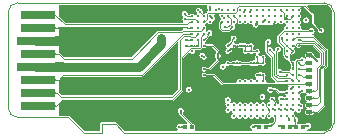
<source format=gtl>
%FSLAX44Y44*%
%MOMM*%
G71*
G01*
G75*
G04 Layer_Physical_Order=1*
G04 Layer_Color=255*
%ADD10C,0.2500*%
%ADD11R,2.9000X0.8000*%
%ADD12R,3.2000X0.8000*%
%ADD13O,0.6000X0.4000*%
%ADD14O,1.0500X0.7000*%
G04:AMPARAMS|DCode=15|XSize=0.4mm|YSize=0.37mm|CornerRadius=0.037mm|HoleSize=0mm|Usage=FLASHONLY|Rotation=270.000|XOffset=0mm|YOffset=0mm|HoleType=Round|Shape=RoundedRectangle|*
%AMROUNDEDRECTD15*
21,1,0.4000,0.2960,0,0,270.0*
21,1,0.3260,0.3700,0,0,270.0*
1,1,0.0740,-0.1480,-0.1630*
1,1,0.0740,-0.1480,0.1630*
1,1,0.0740,0.1480,0.1630*
1,1,0.0740,0.1480,-0.1630*
%
%ADD15ROUNDEDRECTD15*%
%ADD16C,0.0750*%
%ADD17C,0.1500*%
%ADD18C,0.7500*%
%ADD19C,0.0100*%
%ADD20C,0.3000*%
G36*
X102960Y49479D02*
X103028Y49415D01*
X103103Y49359D01*
X103186Y49310D01*
X103276Y49269D01*
X103374Y49235D01*
X103480Y49209D01*
X103593Y49190D01*
X103714Y49179D01*
X103842Y49175D01*
Y48425D01*
X103714Y48421D01*
X103593Y48410D01*
X103480Y48391D01*
X103374Y48365D01*
X103276Y48331D01*
X103186Y48290D01*
X103103Y48241D01*
X103028Y48185D01*
X102960Y48121D01*
X102900Y48050D01*
Y49550D01*
X102960Y49479D01*
D02*
G37*
G36*
X150603Y49722D02*
X150863Y49507D01*
X150900Y49550D01*
Y49482D01*
X150994Y49418D01*
X151122Y49344D01*
X151250Y49283D01*
X151377Y49236D01*
X151503Y49202D01*
X151628Y49182D01*
X151752Y49175D01*
Y48425D01*
X151628Y48418D01*
X151503Y48398D01*
X151377Y48364D01*
X151250Y48317D01*
X151122Y48256D01*
X150994Y48182D01*
X150900Y48118D01*
Y48050D01*
X150863Y48094D01*
X150734Y47993D01*
X150603Y47878D01*
X150471Y47750D01*
Y48349D01*
X150426Y48365D01*
X150320Y48391D01*
X150207Y48410D01*
X150086Y48421D01*
X149958Y48425D01*
Y49175D01*
X150086Y49179D01*
X150207Y49190D01*
X150320Y49209D01*
X150426Y49235D01*
X150471Y49251D01*
Y49850D01*
X150603Y49722D01*
D02*
G37*
G36*
X188151Y46756D02*
X188146Y46826D01*
X188123Y46889D01*
X188082Y46944D01*
X188023Y46992D01*
X187946Y47033D01*
X187852Y47066D01*
X187740Y47092D01*
X187610Y47110D01*
X187462Y47121D01*
X187296Y47125D01*
X187336Y47875D01*
X187502Y47879D01*
X187782Y47907D01*
X187896Y47932D01*
X187993Y47965D01*
X188074Y48004D01*
X188137Y48050D01*
X188183Y48104D01*
X188212Y48165D01*
X188224Y48233D01*
X188151Y46756D01*
D02*
G37*
G36*
X152579Y47740D02*
X152515Y47672D01*
X152459Y47597D01*
X152410Y47514D01*
X152369Y47424D01*
X152335Y47326D01*
X152309Y47220D01*
X152290Y47107D01*
X152279Y46986D01*
X152275Y46858D01*
X151525D01*
X151521Y46986D01*
X151510Y47107D01*
X151491Y47220D01*
X151465Y47326D01*
X151431Y47424D01*
X151390Y47514D01*
X151341Y47597D01*
X151285Y47672D01*
X151221Y47740D01*
X151150Y47800D01*
X152650D01*
X152579Y47740D01*
D02*
G37*
G36*
X182960Y49479D02*
X183028Y49415D01*
X183103Y49359D01*
X183186Y49310D01*
X183276Y49269D01*
X183374Y49235D01*
X183480Y49209D01*
X183593Y49190D01*
X183714Y49179D01*
X183842Y49175D01*
Y48425D01*
X183714Y48421D01*
X183593Y48410D01*
X183480Y48391D01*
X183374Y48365D01*
X183276Y48331D01*
X183186Y48290D01*
X183103Y48241D01*
X183028Y48185D01*
X182960Y48121D01*
X182900Y48050D01*
Y49550D01*
X182960Y49479D01*
D02*
G37*
G36*
X167303Y52322D02*
X167564Y52106D01*
X167694Y52018D01*
X167822Y51944D01*
X167950Y51883D01*
X168077Y51836D01*
X168203Y51802D01*
X168328Y51782D01*
X168452Y51775D01*
Y51025D01*
X168328Y51018D01*
X168203Y50998D01*
X168077Y50964D01*
X167950Y50917D01*
X167822Y50856D01*
X167694Y50782D01*
X167564Y50694D01*
X167434Y50593D01*
X167303Y50478D01*
X167171Y50350D01*
Y52450D01*
X167303Y52322D01*
D02*
G37*
G36*
X-24456Y59928D02*
X-24231Y59890D01*
X-23856Y59858D01*
X-20856Y59770D01*
X-17031Y59750D01*
Y52250D01*
X-24531Y52030D01*
Y59969D01*
X-24456Y59928D01*
D02*
G37*
G36*
X175703Y50233D02*
X175796Y50157D01*
X175889Y50093D01*
X175981Y50042D01*
X176072Y50002D01*
X176162Y49975D01*
X176252Y49960D01*
X176340Y49958D01*
X176429Y49967D01*
X176516Y49990D01*
X175651Y48764D01*
X175643Y48858D01*
X175627Y48951D01*
X175602Y49045D01*
X175568Y49138D01*
X175525Y49231D01*
X175473Y49324D01*
X175411Y49417D01*
X175341Y49510D01*
X175262Y49603D01*
X175174Y49696D01*
X175609Y50322D01*
X175703Y50233D01*
D02*
G37*
G36*
X148329Y49251D02*
X148374Y49235D01*
X148480Y49209D01*
X148593Y49190D01*
X148714Y49179D01*
X148842Y49175D01*
Y48425D01*
X148714Y48421D01*
X148593Y48410D01*
X148480Y48391D01*
X148374Y48365D01*
X148329Y48349D01*
Y47750D01*
X148197Y47878D01*
X147937Y48093D01*
X147900Y48050D01*
Y48118D01*
X147806Y48182D01*
X147678Y48256D01*
X147550Y48317D01*
X147423Y48364D01*
X147297Y48398D01*
X147172Y48418D01*
X147048Y48425D01*
Y49175D01*
X147172Y49182D01*
X147297Y49202D01*
X147423Y49236D01*
X147550Y49283D01*
X147678Y49344D01*
X147806Y49418D01*
X147900Y49482D01*
Y49550D01*
X147937Y49507D01*
X148066Y49607D01*
X148197Y49722D01*
X148329Y49850D01*
Y49251D01*
D02*
G37*
G36*
X177165Y38535D02*
X177075Y38438D01*
X176997Y38338D01*
X176930Y38234D01*
X176875Y38128D01*
X176831Y38018D01*
X176798Y37906D01*
X176777Y37790D01*
X176768Y37671D01*
X176770Y37550D01*
X176783Y37425D01*
X176638Y37570D01*
X176630Y37571D01*
X176537Y37568D01*
X176444Y37554D01*
X176351Y37530D01*
X176258Y37495D01*
X176165Y37450D01*
X176072Y37394D01*
X175979Y37327D01*
X175885Y37250D01*
X175792Y37161D01*
X175261Y37692D01*
X175350Y37785D01*
X175427Y37878D01*
X175494Y37972D01*
X175550Y38065D01*
X175595Y38158D01*
X175630Y38251D01*
X175654Y38345D01*
X175668Y38438D01*
X175671Y38530D01*
X175670Y38538D01*
X175525Y38683D01*
X175650Y38670D01*
X175771Y38668D01*
X175890Y38677D01*
X176006Y38698D01*
X176118Y38731D01*
X176228Y38775D01*
X176334Y38830D01*
X176437Y38897D01*
X176538Y38975D01*
X176635Y39065D01*
X177165Y38535D01*
D02*
G37*
G36*
X188224Y40567D02*
X188212Y40635D01*
X188183Y40696D01*
X188137Y40750D01*
X188074Y40796D01*
X187993Y40835D01*
X187896Y40868D01*
X187782Y40893D01*
X187650Y40911D01*
X187502Y40921D01*
X187336Y40925D01*
X187296Y41675D01*
X187462Y41679D01*
X187610Y41690D01*
X187740Y41708D01*
X187852Y41734D01*
X187946Y41767D01*
X188023Y41808D01*
X188082Y41856D01*
X188123Y41911D01*
X188146Y41974D01*
X188151Y42044D01*
X188224Y40567D01*
D02*
G37*
G36*
X183961Y34266D02*
X183802Y34308D01*
X183649Y34336D01*
X183502Y34350D01*
X183363Y34349D01*
X183230Y34334D01*
X183162Y34317D01*
X183146Y34255D01*
X183132Y34162D01*
X183130Y34070D01*
X183137Y33977D01*
X182900Y34214D01*
X182873Y34200D01*
X182767Y34126D01*
X182669Y34038D01*
X182301Y34731D01*
X182340Y34774D01*
X182077Y35037D01*
X182170Y35029D01*
X182262Y35032D01*
X182355Y35046D01*
X182449Y35070D01*
X182542Y35105D01*
X182580Y35123D01*
X182583Y35129D01*
X182650Y35261D01*
X182778Y35562D01*
X182839Y35732D01*
X182957Y36110D01*
X183961Y34266D01*
D02*
G37*
G36*
X159003Y37222D02*
X159264Y37006D01*
X159394Y36918D01*
X159522Y36844D01*
X159650Y36783D01*
X159777Y36736D01*
X159903Y36702D01*
X160028Y36682D01*
X160152Y36675D01*
Y35925D01*
X160028Y35918D01*
X159903Y35898D01*
X159777Y35864D01*
X159650Y35817D01*
X159522Y35756D01*
X159394Y35682D01*
X159264Y35594D01*
X159134Y35493D01*
X159003Y35378D01*
X158871Y35250D01*
Y37350D01*
X159003Y37222D01*
D02*
G37*
G36*
X170900Y43050D02*
X170840Y43121D01*
X170772Y43185D01*
X170697Y43241D01*
X170614Y43290D01*
X170524Y43331D01*
X170426Y43365D01*
X170320Y43391D01*
X170207Y43410D01*
X170086Y43421D01*
X169958Y43425D01*
Y44175D01*
X170086Y44179D01*
X170207Y44190D01*
X170320Y44209D01*
X170426Y44235D01*
X170524Y44269D01*
X170614Y44310D01*
X170697Y44359D01*
X170772Y44415D01*
X170840Y44479D01*
X170900Y44550D01*
Y43050D01*
D02*
G37*
G36*
X-24553Y45679D02*
X-24530Y45615D01*
X-24491Y45559D01*
X-24436Y45510D01*
X-24366Y45469D01*
X-24280Y45435D01*
X-24179Y45409D01*
X-24062Y45390D01*
X-23929Y45379D01*
X-23781Y45375D01*
Y44625D01*
X-23929Y44621D01*
X-24062Y44610D01*
X-24179Y44591D01*
X-24280Y44565D01*
X-24366Y44531D01*
X-24436Y44490D01*
X-24491Y44441D01*
X-24530Y44385D01*
X-24553Y44321D01*
X-24561Y44250D01*
Y45750D01*
X-24553Y45679D01*
D02*
G37*
G36*
X152279Y45614D02*
X152290Y45493D01*
X152309Y45380D01*
X152335Y45274D01*
X152369Y45176D01*
X152410Y45086D01*
X152459Y45003D01*
X152515Y44928D01*
X152579Y44860D01*
X152650Y44800D01*
X151150D01*
X151221Y44860D01*
X151285Y44928D01*
X151341Y45003D01*
X151390Y45086D01*
X151431Y45176D01*
X151465Y45274D01*
X151491Y45380D01*
X151510Y45493D01*
X151521Y45614D01*
X151525Y45742D01*
X152275D01*
X152279Y45614D01*
D02*
G37*
G36*
X175885Y45350D02*
X175979Y45273D01*
X176072Y45206D01*
X176165Y45150D01*
X176258Y45105D01*
X176351Y45070D01*
X176444Y45046D01*
X176537Y45032D01*
X176630Y45030D01*
X176723Y45037D01*
X175663Y43977D01*
X175671Y44070D01*
X175668Y44163D01*
X175654Y44255D01*
X175630Y44349D01*
X175595Y44442D01*
X175550Y44535D01*
X175494Y44628D01*
X175427Y44721D01*
X175350Y44815D01*
X175261Y44908D01*
X175792Y45439D01*
X175885Y45350D01*
D02*
G37*
G36*
X180885D02*
X180979Y45273D01*
X181072Y45206D01*
X181165Y45150D01*
X181258Y45105D01*
X181351Y45070D01*
X181444Y45046D01*
X181537Y45032D01*
X181630Y45030D01*
X181723Y45037D01*
X180663Y43977D01*
X180671Y44070D01*
X180668Y44163D01*
X180654Y44255D01*
X180630Y44349D01*
X180595Y44442D01*
X180550Y44535D01*
X180494Y44628D01*
X180427Y44721D01*
X180350Y44815D01*
X180261Y44908D01*
X180792Y45439D01*
X180885Y45350D01*
D02*
G37*
G36*
X170885Y65350D02*
X170979Y65273D01*
X171072Y65206D01*
X171165Y65150D01*
X171258Y65105D01*
X171351Y65070D01*
X171444Y65046D01*
X171537Y65032D01*
X171630Y65030D01*
X171723Y65037D01*
X170662Y63977D01*
X170671Y64070D01*
X170668Y64163D01*
X170654Y64255D01*
X170630Y64349D01*
X170595Y64442D01*
X170550Y64535D01*
X170494Y64628D01*
X170427Y64721D01*
X170350Y64815D01*
X170261Y64908D01*
X170792Y65439D01*
X170885Y65350D01*
D02*
G37*
G36*
X113782Y67178D02*
X113802Y67053D01*
X113836Y66927D01*
X113883Y66800D01*
X113944Y66672D01*
X114018Y66544D01*
X114106Y66414D01*
X114207Y66284D01*
X114322Y66153D01*
X114450Y66021D01*
X112350D01*
X112478Y66153D01*
X112694Y66414D01*
X112782Y66544D01*
X112856Y66672D01*
X112917Y66800D01*
X112964Y66927D01*
X112998Y67053D01*
X113018Y67178D01*
X113025Y67302D01*
X113775D01*
X113782Y67178D01*
D02*
G37*
G36*
X114322Y63747D02*
X114106Y63486D01*
X114018Y63356D01*
X113944Y63228D01*
X113883Y63100D01*
X113836Y62973D01*
X113802Y62847D01*
X113782Y62722D01*
X113775Y62598D01*
X113025D01*
X113018Y62722D01*
X112998Y62847D01*
X112964Y62973D01*
X112917Y63100D01*
X112856Y63228D01*
X112782Y63356D01*
X112694Y63486D01*
X112593Y63616D01*
X112478Y63747D01*
X112350Y63879D01*
X114450D01*
X114322Y63747D01*
D02*
G37*
G36*
X193905Y65954D02*
X193970Y65742D01*
X194051Y65533D01*
X194145Y65326D01*
X194255Y65121D01*
X194380Y64919D01*
X194520Y64719D01*
X194674Y64521D01*
X195028Y64133D01*
X194264Y62775D01*
X193990Y63039D01*
X193505Y63441D01*
X193294Y63579D01*
X193106Y63675D01*
X192938Y63728D01*
X192792Y63739D01*
X192668Y63708D01*
X192565Y63635D01*
X192484Y63519D01*
X193855Y66168D01*
X193905Y65954D01*
D02*
G37*
G36*
X-24553Y67679D02*
X-24530Y67615D01*
X-24491Y67559D01*
X-24436Y67510D01*
X-24366Y67469D01*
X-24280Y67435D01*
X-24179Y67409D01*
X-24062Y67390D01*
X-23929Y67379D01*
X-23781Y67375D01*
Y66625D01*
X-23929Y66621D01*
X-24062Y66610D01*
X-24179Y66591D01*
X-24280Y66565D01*
X-24366Y66531D01*
X-24436Y66490D01*
X-24491Y66441D01*
X-24530Y66385D01*
X-24553Y66321D01*
X-24561Y66250D01*
Y67750D01*
X-24553Y67679D01*
D02*
G37*
G36*
X175885Y70350D02*
X175979Y70273D01*
X176072Y70206D01*
X176165Y70150D01*
X176258Y70105D01*
X176351Y70070D01*
X176444Y70046D01*
X176537Y70032D01*
X176630Y70030D01*
X176723Y70037D01*
X175663Y68977D01*
X175671Y69070D01*
X175668Y69163D01*
X175654Y69255D01*
X175630Y69349D01*
X175595Y69442D01*
X175550Y69535D01*
X175494Y69628D01*
X175427Y69721D01*
X175350Y69815D01*
X175261Y69908D01*
X175792Y70439D01*
X175885Y70350D01*
D02*
G37*
G36*
X199635Y67246D02*
Y63713D01*
X199154Y63289D01*
X198365Y62948D01*
X198275Y62985D01*
X197892Y63077D01*
X197500Y63108D01*
X197177Y63082D01*
X197106Y63142D01*
X197041Y63205D01*
X195571Y64675D01*
X195260Y65016D01*
X195136Y65175D01*
X195021Y65339D01*
X194920Y65504D01*
X194832Y65667D01*
X194758Y65830D01*
X194697Y65989D01*
X194633Y66255D01*
X194608Y66316D01*
X194601Y66344D01*
X194591Y66371D01*
X194585Y66401D01*
X194555Y66465D01*
X194531Y66531D01*
X194513Y66555D01*
X194501Y66582D01*
X194495Y66589D01*
X194466Y66657D01*
X194240Y67027D01*
X193957Y67358D01*
X193627Y67640D01*
X193257Y67867D01*
X192855Y68033D01*
X192433Y68134D01*
X192000Y68169D01*
X190000D01*
X189567Y68134D01*
X189144Y68033D01*
X188743Y67867D01*
X188372Y67640D01*
X188042Y67358D01*
X187760Y67027D01*
X187533Y66657D01*
X187367Y66255D01*
X187265Y65833D01*
X187231Y65400D01*
X187265Y64967D01*
X187367Y64544D01*
X187533Y64143D01*
X187760Y63773D01*
X188042Y63442D01*
X187823Y62757D01*
X187083Y62844D01*
X186719Y63003D01*
X186573Y63173D01*
X186274Y63429D01*
X185938Y63634D01*
X185575Y63785D01*
X185192Y63877D01*
X184800Y63908D01*
X184408Y63877D01*
X184025Y63785D01*
X183661Y63634D01*
X183326Y63429D01*
X183027Y63173D01*
X182771Y62874D01*
X182566Y62538D01*
X182479Y62330D01*
X180785D01*
X180489Y62291D01*
X180408Y62257D01*
X180213Y62176D01*
X179975Y61995D01*
X178690Y60710D01*
X178206Y60543D01*
X177673Y60666D01*
X177673Y60666D01*
X177365Y60760D01*
X177294Y60781D01*
X176900Y60820D01*
X176731Y60803D01*
X176723Y60804D01*
X176691Y60800D01*
X176658Y60801D01*
X176609Y60797D01*
X176604Y60797D01*
X176596Y60798D01*
X176582Y60802D01*
X176561Y60810D01*
X176532Y60824D01*
X176493Y60847D01*
X176447Y60880D01*
X176398Y60921D01*
X175660Y61659D01*
Y65941D01*
X176398Y66679D01*
X176447Y66720D01*
X176493Y66753D01*
X176532Y66776D01*
X176561Y66790D01*
X176582Y66798D01*
X176596Y66802D01*
X176604Y66803D01*
X176609Y66803D01*
X176658Y66799D01*
X176691Y66800D01*
X176723Y66796D01*
X176731Y66797D01*
X176900Y66780D01*
X177294Y66819D01*
X177673Y66934D01*
X178022Y67121D01*
X178328Y67372D01*
X178579Y67678D01*
X178766Y68027D01*
X178881Y68406D01*
X178920Y68800D01*
X178881Y69194D01*
X178766Y69573D01*
X178579Y69922D01*
X178328Y70228D01*
X178022Y70479D01*
X177743Y70628D01*
X177673Y70927D01*
Y71673D01*
X177743Y71972D01*
X177846Y72027D01*
X178022Y72121D01*
X178636Y72553D01*
X178838Y72694D01*
X180011Y72639D01*
X180254Y72509D01*
X180472Y72372D01*
X180778Y72121D01*
X181127Y71934D01*
X181506Y71819D01*
X181900Y71780D01*
X182294Y71819D01*
X182673Y71934D01*
X183022Y72121D01*
X183328Y72372D01*
X183579Y72678D01*
X183766Y73027D01*
X183876Y73390D01*
X193491D01*
X199635Y67246D01*
D02*
G37*
G36*
X176723Y67563D02*
X176630Y67571D01*
X176537Y67568D01*
X176444Y67554D01*
X176351Y67530D01*
X176258Y67495D01*
X176165Y67450D01*
X176072Y67394D01*
X175979Y67327D01*
X175885Y67249D01*
X175792Y67161D01*
X175261Y67692D01*
X175350Y67785D01*
X175427Y67878D01*
X175494Y67972D01*
X175550Y68065D01*
X175595Y68158D01*
X175630Y68251D01*
X175654Y68344D01*
X175668Y68438D01*
X175671Y68530D01*
X175663Y68623D01*
X176723Y67563D01*
D02*
G37*
G36*
X159303Y69601D02*
X159334Y69264D01*
X159364Y69110D01*
X159402Y68967D01*
X159450Y68833D01*
X159506Y68710D01*
X159571Y68597D01*
X159645Y68495D01*
X159728Y68402D01*
X159198Y67871D01*
X159106Y67955D01*
X159003Y68029D01*
X158890Y68094D01*
X158767Y68150D01*
X158633Y68198D01*
X158490Y68236D01*
X158336Y68266D01*
X158173Y68286D01*
X157999Y68298D01*
X157815Y68300D01*
X159300Y69785D01*
X159303Y69601D01*
D02*
G37*
G36*
X188091Y53056D02*
X188098Y53126D01*
X188084Y53189D01*
X188050Y53244D01*
X187996Y53292D01*
X187922Y53333D01*
X187827Y53366D01*
X187712Y53392D01*
X187577Y53410D01*
X187422Y53421D01*
X187247Y53425D01*
X187399Y54175D01*
X187579Y54179D01*
X187888Y54207D01*
X188017Y54232D01*
X188128Y54264D01*
X188222Y54304D01*
X188298Y54351D01*
X188358Y54404D01*
X188400Y54465D01*
X188425Y54533D01*
X188091Y53056D01*
D02*
G37*
G36*
X177279Y55614D02*
X177290Y55493D01*
X177309Y55380D01*
X177335Y55274D01*
X177369Y55176D01*
X177410Y55086D01*
X177459Y55003D01*
X177515Y54928D01*
X177579Y54860D01*
X177650Y54800D01*
X176150D01*
X176221Y54860D01*
X176285Y54928D01*
X176341Y55003D01*
X176390Y55086D01*
X176431Y55176D01*
X176465Y55274D01*
X176491Y55380D01*
X176510Y55493D01*
X176521Y55614D01*
X176525Y55742D01*
X177275D01*
X177279Y55614D01*
D02*
G37*
G36*
X102960Y54479D02*
X103028Y54415D01*
X103103Y54359D01*
X103186Y54310D01*
X103276Y54269D01*
X103374Y54235D01*
X103480Y54209D01*
X103593Y54190D01*
X103714Y54179D01*
X103842Y54175D01*
Y53425D01*
X103714Y53421D01*
X103593Y53410D01*
X103480Y53391D01*
X103374Y53365D01*
X103276Y53331D01*
X103186Y53290D01*
X103103Y53241D01*
X103028Y53185D01*
X102960Y53121D01*
X102900Y53050D01*
Y54550D01*
X102960Y54479D01*
D02*
G37*
G36*
X182960D02*
X183028Y54415D01*
X183103Y54359D01*
X183186Y54310D01*
X183276Y54269D01*
X183374Y54235D01*
X183480Y54209D01*
X183593Y54190D01*
X183714Y54179D01*
X183842Y54175D01*
Y53425D01*
X183714Y53421D01*
X183593Y53410D01*
X183480Y53391D01*
X183374Y53365D01*
X183276Y53331D01*
X183186Y53290D01*
X183103Y53241D01*
X183028Y53185D01*
X182960Y53121D01*
X182900Y53050D01*
Y54550D01*
X182960Y54479D01*
D02*
G37*
G36*
X177579Y57740D02*
X177515Y57672D01*
X177459Y57597D01*
X177410Y57514D01*
X177369Y57424D01*
X177335Y57326D01*
X177309Y57220D01*
X177290Y57107D01*
X177279Y56986D01*
X177275Y56858D01*
X176525D01*
X176521Y56986D01*
X176510Y57107D01*
X176491Y57220D01*
X176465Y57326D01*
X176431Y57424D01*
X176390Y57514D01*
X176341Y57597D01*
X176285Y57672D01*
X176221Y57740D01*
X176150Y57800D01*
X177650D01*
X177579Y57740D01*
D02*
G37*
G36*
X196592Y62573D02*
X196814Y62385D01*
X196920Y62309D01*
X197023Y62244D01*
X197122Y62192D01*
X197218Y62151D01*
X197310Y62122D01*
X197399Y62105D01*
X197485Y62100D01*
X196000Y60615D01*
X195995Y60701D01*
X195978Y60790D01*
X195949Y60882D01*
X195908Y60978D01*
X195856Y61077D01*
X195791Y61180D01*
X195715Y61286D01*
X195627Y61396D01*
X195415Y61625D01*
X196475Y62685D01*
X196592Y62573D01*
D02*
G37*
G36*
X183471Y60704D02*
X183456Y60722D01*
X183432Y60739D01*
X183399Y60753D01*
X183355Y60765D01*
X183303Y60776D01*
X183241Y60785D01*
X183088Y60796D01*
X182898Y60800D01*
Y61550D01*
X182975Y61551D01*
X183106Y61561D01*
X183160Y61569D01*
X183207Y61580D01*
X183246Y61593D01*
X183277Y61609D01*
X183300Y61627D01*
X183316Y61648D01*
X183325Y61671D01*
X183471Y60704D01*
D02*
G37*
G36*
X188171Y58656D02*
X188162Y58726D01*
X188137Y58789D01*
X188094Y58844D01*
X188034Y58892D01*
X187957Y58933D01*
X187863Y58966D01*
X187752Y58992D01*
X187624Y59010D01*
X187479Y59021D01*
X187316Y59025D01*
Y59775D01*
X187479Y59779D01*
X187624Y59790D01*
X187752Y59808D01*
X187863Y59834D01*
X187957Y59867D01*
X188034Y59908D01*
X188094Y59956D01*
X188137Y60011D01*
X188162Y60074D01*
X188171Y60144D01*
Y58656D01*
D02*
G37*
G36*
X175885Y60350D02*
X175979Y60273D01*
X176072Y60206D01*
X176165Y60150D01*
X176258Y60105D01*
X176351Y60070D01*
X176444Y60046D01*
X176537Y60032D01*
X176630Y60030D01*
X176723Y60037D01*
X175663Y58977D01*
X175671Y59070D01*
X175668Y59163D01*
X175654Y59255D01*
X175630Y59349D01*
X175595Y59442D01*
X175550Y59535D01*
X175494Y59628D01*
X175427Y59721D01*
X175350Y59815D01*
X175261Y59908D01*
X175792Y60439D01*
X175885Y60350D01*
D02*
G37*
G36*
X180022Y9697D02*
X179806Y9436D01*
X179718Y9306D01*
X179644Y9178D01*
X179583Y9050D01*
X179536Y8923D01*
X179502Y8797D01*
X179482Y8672D01*
X179475Y8548D01*
X178725D01*
X178718Y8672D01*
X178698Y8797D01*
X178664Y8923D01*
X178617Y9050D01*
X178556Y9178D01*
X178482Y9306D01*
X178394Y9436D01*
X178293Y9566D01*
X178178Y9697D01*
X178050Y9829D01*
X180150D01*
X180022Y9697D01*
D02*
G37*
G36*
X178130Y13530D02*
X178132Y13438D01*
X178146Y13345D01*
X178170Y13251D01*
X178205Y13158D01*
X178250Y13065D01*
X178306Y12972D01*
X178367Y12887D01*
X178382Y12875D01*
X178485Y12806D01*
X178602Y12736D01*
X178875Y12597D01*
X179032Y12528D01*
X179581Y12321D01*
X177689Y11409D01*
X177738Y11564D01*
X177772Y11712D01*
X177791Y11854D01*
X177794Y11990D01*
X177782Y12120D01*
X177754Y12244D01*
X177711Y12362D01*
X177680Y12423D01*
X177635Y12450D01*
X177542Y12495D01*
X177449Y12530D01*
X177355Y12554D01*
X177262Y12568D01*
X177170Y12571D01*
X177077Y12563D01*
X178137Y13623D01*
X178130Y13530D01*
D02*
G37*
G36*
X179479Y7199D02*
X179490Y7067D01*
X179509Y6949D01*
X179535Y6848D01*
X179569Y6762D01*
X179610Y6692D01*
X179659Y6637D01*
X179715Y6598D01*
X179779Y6575D01*
X179850Y6567D01*
X178350D01*
X178421Y6575D01*
X178485Y6598D01*
X178541Y6637D01*
X178590Y6692D01*
X178631Y6762D01*
X178665Y6848D01*
X178691Y6949D01*
X178710Y7067D01*
X178721Y7199D01*
X178725Y7347D01*
X179475D01*
X179479Y7199D01*
D02*
G37*
G36*
X91099Y7436D02*
X91404Y7172D01*
X91546Y7064D01*
X91682Y6974D01*
X91811Y6899D01*
X91934Y6841D01*
X92050Y6800D01*
X92160Y6775D01*
X92263Y6767D01*
X90142D01*
X90243Y6773D01*
X90321Y6789D01*
X90377Y6817D01*
X90411Y6857D01*
X90422Y6907D01*
X90411Y6969D01*
X90377Y7042D01*
X90321Y7126D01*
X90243Y7221D01*
X90142Y7328D01*
X90937Y7593D01*
X91099Y7436D01*
D02*
G37*
G36*
X173130Y13530D02*
X173132Y13438D01*
X173146Y13345D01*
X173170Y13251D01*
X173205Y13158D01*
X173250Y13065D01*
X173306Y12972D01*
X173373Y12879D01*
X173451Y12785D01*
X173529Y12701D01*
X173598Y12636D01*
X173783Y12476D01*
X173995Y12315D01*
X174363Y12069D01*
X174642Y11904D01*
X172672Y11461D01*
X172748Y11582D01*
X172805Y11701D01*
X172844Y11818D01*
X172864Y11932D01*
X172865Y12045D01*
X172848Y12156D01*
X172812Y12264D01*
X172757Y12371D01*
X172754Y12375D01*
X172728Y12394D01*
X172635Y12450D01*
X172542Y12495D01*
X172449Y12530D01*
X172355Y12554D01*
X172262Y12568D01*
X172170Y12571D01*
X172077Y12563D01*
X173137Y13623D01*
X173130Y13530D01*
D02*
G37*
G36*
X193693Y18315D02*
X193729Y18254D01*
X193782Y18201D01*
X193852Y18154D01*
X193939Y18115D01*
X194044Y18082D01*
X194165Y18057D01*
X194304Y18039D01*
X194460Y18029D01*
X194634Y18025D01*
X194733Y17275D01*
X194562Y17271D01*
X194276Y17242D01*
X194162Y17216D01*
X194067Y17183D01*
X193991Y17142D01*
X193934Y17094D01*
X193896Y17039D01*
X193878Y16976D01*
X193878Y16906D01*
X193675Y18383D01*
X193693Y18315D01*
D02*
G37*
G36*
X157275Y17173D02*
X156525D01*
X156523Y17608D01*
X157277D01*
X157275Y17173D01*
D02*
G37*
G36*
X162579Y12740D02*
X162515Y12672D01*
X162459Y12597D01*
X162410Y12514D01*
X162369Y12424D01*
X162335Y12326D01*
X162309Y12220D01*
X162290Y12107D01*
X162279Y11986D01*
X162275Y11858D01*
X161525D01*
X161521Y11986D01*
X161510Y12107D01*
X161491Y12220D01*
X161465Y12326D01*
X161431Y12424D01*
X161390Y12514D01*
X161341Y12597D01*
X161285Y12672D01*
X161221Y12740D01*
X161150Y12800D01*
X162650D01*
X162579Y12740D01*
D02*
G37*
G36*
X82921Y17198D02*
X82705Y16936D01*
X82617Y16807D01*
X82543Y16679D01*
X82482Y16551D01*
X82435Y16424D01*
X82401Y16298D01*
X82381Y16173D01*
X82374Y16048D01*
X81624D01*
X81617Y16173D01*
X81597Y16298D01*
X81563Y16424D01*
X81516Y16551D01*
X81455Y16679D01*
X81381Y16807D01*
X81293Y16936D01*
X81192Y17067D01*
X81077Y17198D01*
X80949Y17330D01*
X83049D01*
X82921Y17198D01*
D02*
G37*
G36*
X166403Y6722D02*
X166664Y6506D01*
X166777Y6429D01*
X166778Y6430D01*
X166810Y6490D01*
X166806Y6411D01*
X166922Y6344D01*
X167050Y6283D01*
X167177Y6236D01*
X167303Y6202D01*
X167428Y6182D01*
X167552Y6175D01*
Y5425D01*
X167428Y5418D01*
X167303Y5398D01*
X167177Y5364D01*
X167050Y5317D01*
X166922Y5256D01*
X166794Y5182D01*
X166738Y5144D01*
X166733Y5050D01*
X166729Y5121D01*
X166724Y5135D01*
X166664Y5094D01*
X166534Y4993D01*
X166403Y4878D01*
X166271Y4750D01*
Y5405D01*
X166240Y5410D01*
X166104Y5421D01*
X165952Y5425D01*
Y6175D01*
X166092Y6178D01*
X166271Y6197D01*
Y6850D01*
X166403Y6722D01*
D02*
G37*
G36*
X176022Y6430D02*
X176066Y6377D01*
X176122Y6329D01*
X176190Y6288D01*
X176269Y6254D01*
X176361Y6225D01*
X176465Y6203D01*
X176580Y6188D01*
X176708Y6178D01*
X176847Y6175D01*
Y5425D01*
X176696Y5421D01*
X176560Y5410D01*
X176441Y5391D01*
X176338Y5365D01*
X176252Y5331D01*
X176182Y5290D01*
X176129Y5241D01*
X176092Y5185D01*
X176071Y5121D01*
X176067Y5050D01*
X175990Y6490D01*
X176022Y6430D01*
D02*
G37*
G36*
X82103Y5722D02*
X82364Y5506D01*
X82494Y5418D01*
X82622Y5344D01*
X82750Y5283D01*
X82877Y5236D01*
X83003Y5202D01*
X83128Y5182D01*
X83133Y5181D01*
X83233Y5190D01*
X83350Y5209D01*
X83452Y5235D01*
X83538Y5269D01*
X83608Y5310D01*
X83663Y5359D01*
X83702Y5415D01*
X83725Y5479D01*
X83733Y5550D01*
Y4050D01*
X83725Y4121D01*
X83702Y4185D01*
X83663Y4241D01*
X83608Y4290D01*
X83538Y4331D01*
X83452Y4365D01*
X83350Y4391D01*
X83233Y4410D01*
X83133Y4419D01*
X83128Y4418D01*
X83003Y4398D01*
X82877Y4364D01*
X82750Y4317D01*
X82622Y4256D01*
X82494Y4182D01*
X82364Y4094D01*
X82234Y3993D01*
X82103Y3878D01*
X81971Y3750D01*
Y5850D01*
X82103Y5722D01*
D02*
G37*
G36*
X143891Y6455D02*
X144307Y6410D01*
X144850Y6384D01*
X145518Y6375D01*
X145764Y5625D01*
X145624Y5618D01*
X145498Y5597D01*
X145387Y5563D01*
X145289Y5514D01*
X145206Y5452D01*
X145136Y5375D01*
X145081Y5285D01*
X145039Y5181D01*
X145012Y5063D01*
X144998Y4931D01*
X143780Y6474D01*
X143891Y6455D01*
D02*
G37*
G36*
X177933Y5050D02*
X177929Y5121D01*
X177908Y5185D01*
X177871Y5241D01*
X177818Y5290D01*
X177748Y5331D01*
X177662Y5365D01*
X177559Y5391D01*
X177440Y5410D01*
X177304Y5421D01*
X177153Y5425D01*
Y6175D01*
X177292Y6178D01*
X177535Y6203D01*
X177639Y6225D01*
X177731Y6254D01*
X177810Y6288D01*
X177878Y6329D01*
X177934Y6377D01*
X177978Y6430D01*
X178010Y6490D01*
X177933Y5050D01*
D02*
G37*
G36*
X188929Y4750D02*
X188797Y4878D01*
X188536Y5094D01*
X188406Y5182D01*
X188278Y5256D01*
X188150Y5317D01*
X188023Y5364D01*
X187897Y5398D01*
X187802Y5413D01*
X187760Y5410D01*
X187641Y5391D01*
X187538Y5365D01*
X187452Y5331D01*
X187382Y5290D01*
X187329Y5241D01*
X187292Y5185D01*
X187271Y5121D01*
X187267Y5050D01*
X187190Y6490D01*
X187222Y6430D01*
X187266Y6377D01*
X187322Y6329D01*
X187390Y6288D01*
X187470Y6254D01*
X187561Y6225D01*
X187665Y6203D01*
X187780Y6188D01*
X187799Y6186D01*
X187897Y6202D01*
X188023Y6236D01*
X188150Y6283D01*
X188278Y6344D01*
X188406Y6418D01*
X188536Y6506D01*
X188666Y6607D01*
X188797Y6722D01*
X188929Y6850D01*
Y4750D01*
D02*
G37*
G36*
X157229Y4950D02*
X157097Y5078D01*
X156836Y5294D01*
X156706Y5382D01*
X156578Y5456D01*
X156450Y5517D01*
X156436Y5522D01*
X156382Y5490D01*
X156329Y5441D01*
X156292Y5385D01*
X156271Y5321D01*
X156267Y5250D01*
X156249Y5584D01*
X156197Y5598D01*
X156072Y5618D01*
X155948Y5625D01*
Y6375D01*
X156072Y6382D01*
X156197Y6402D01*
X156205Y6404D01*
X156190Y6690D01*
X156222Y6630D01*
X156266Y6576D01*
X156322Y6529D01*
X156390Y6488D01*
X156424Y6473D01*
X156450Y6483D01*
X156578Y6544D01*
X156706Y6618D01*
X156836Y6706D01*
X156966Y6807D01*
X157097Y6922D01*
X157229Y7050D01*
Y4950D01*
D02*
G37*
G36*
X146933Y5250D02*
X146929Y5321D01*
X146908Y5385D01*
X146871Y5441D01*
X146818Y5490D01*
X146748Y5531D01*
X146662Y5565D01*
X146559Y5591D01*
X146440Y5610D01*
X146304Y5621D01*
X146152Y5625D01*
Y6375D01*
X146292Y6378D01*
X146535Y6403D01*
X146639Y6425D01*
X146730Y6454D01*
X146810Y6488D01*
X146878Y6529D01*
X146934Y6576D01*
X146978Y6630D01*
X147010Y6690D01*
X146933Y5250D01*
D02*
G37*
G36*
X160229Y7398D02*
X160145Y7305D01*
X160071Y7203D01*
X160006Y7090D01*
X159950Y6967D01*
X159902Y6833D01*
X159864Y6690D01*
X159834Y6536D01*
X159814Y6373D01*
X159803Y6199D01*
X159800Y6015D01*
X158315Y7500D01*
X158499Y7502D01*
X158836Y7534D01*
X158990Y7564D01*
X159133Y7602D01*
X159267Y7650D01*
X159390Y7706D01*
X159503Y7771D01*
X159606Y7845D01*
X159698Y7929D01*
X160229Y7398D01*
D02*
G37*
G36*
X168103Y29722D02*
X168364Y29506D01*
X168494Y29418D01*
X168622Y29344D01*
X168750Y29283D01*
X168877Y29236D01*
X169003Y29202D01*
X169128Y29182D01*
X169252Y29175D01*
Y28425D01*
X169128Y28418D01*
X169003Y28398D01*
X168877Y28364D01*
X168750Y28317D01*
X168622Y28256D01*
X168494Y28182D01*
X168364Y28094D01*
X168234Y27993D01*
X168103Y27878D01*
X167971Y27750D01*
Y29850D01*
X168103Y29722D01*
D02*
G37*
G36*
X170900Y28050D02*
X170840Y28121D01*
X170772Y28185D01*
X170697Y28241D01*
X170614Y28290D01*
X170524Y28331D01*
X170426Y28365D01*
X170320Y28391D01*
X170207Y28410D01*
X170086Y28421D01*
X169958Y28425D01*
Y29175D01*
X170086Y29179D01*
X170207Y29190D01*
X170320Y29209D01*
X170426Y29235D01*
X170524Y29269D01*
X170614Y29310D01*
X170697Y29359D01*
X170772Y29415D01*
X170840Y29479D01*
X170900Y29550D01*
Y28050D01*
D02*
G37*
G36*
X162279Y25614D02*
X162290Y25493D01*
X162309Y25380D01*
X162335Y25274D01*
X162369Y25176D01*
X162410Y25086D01*
X162459Y25003D01*
X162515Y24928D01*
X162579Y24860D01*
X162650Y24800D01*
X161150D01*
X161221Y24860D01*
X161285Y24928D01*
X161341Y25003D01*
X161390Y25086D01*
X161431Y25176D01*
X161465Y25274D01*
X161491Y25380D01*
X161510Y25493D01*
X161521Y25614D01*
X161525Y25742D01*
X162275D01*
X162279Y25614D01*
D02*
G37*
G36*
X161209Y28245D02*
X161372Y27736D01*
X161432Y27591D01*
X161561Y27338D01*
X161631Y27230D01*
X161703Y27135D01*
X161779Y27052D01*
X161382Y26388D01*
X161284Y26475D01*
X161178Y26549D01*
X161066Y26609D01*
X160945Y26655D01*
X160818Y26688D01*
X160683Y26707D01*
X160540Y26712D01*
X160390Y26704D01*
X160233Y26682D01*
X160068Y26646D01*
X161161Y28439D01*
X161209Y28245D01*
D02*
G37*
G36*
X193787Y30165D02*
X193816Y30104D01*
X193863Y30050D01*
X193926Y30004D01*
X194006Y29964D01*
X194104Y29932D01*
X194218Y29907D01*
X194349Y29889D01*
X194498Y29879D01*
X194663Y29875D01*
X194703Y29125D01*
X194538Y29121D01*
X194390Y29110D01*
X194260Y29092D01*
X194147Y29066D01*
X194053Y29033D01*
X193976Y28992D01*
X193918Y28944D01*
X193877Y28889D01*
X193854Y28826D01*
X193849Y28756D01*
X193775Y30233D01*
X193787Y30165D01*
D02*
G37*
G36*
X-24553Y34679D02*
X-24530Y34615D01*
X-24491Y34559D01*
X-24436Y34510D01*
X-24366Y34469D01*
X-24280Y34435D01*
X-24179Y34409D01*
X-24062Y34390D01*
X-23929Y34379D01*
X-23781Y34375D01*
Y33625D01*
X-23929Y33621D01*
X-24062Y33610D01*
X-24179Y33591D01*
X-24280Y33565D01*
X-24366Y33531D01*
X-24436Y33490D01*
X-24491Y33441D01*
X-24530Y33385D01*
X-24553Y33321D01*
X-24561Y33250D01*
Y34750D01*
X-24553Y34679D01*
D02*
G37*
G36*
X193725Y36265D02*
X193758Y36204D01*
X193809Y36151D01*
X193877Y36104D01*
X193962Y36065D01*
X194064Y36032D01*
X194183Y36007D01*
X194319Y35989D01*
X194473Y35979D01*
X194643Y35975D01*
X194723Y35225D01*
X194554Y35221D01*
X194270Y35192D01*
X194157Y35166D01*
X194062Y35133D01*
X193986Y35092D01*
X193929Y35044D01*
X193890Y34989D01*
X193870Y34926D01*
X193869Y34856D01*
X193708Y36333D01*
X193725Y36265D01*
D02*
G37*
G36*
X80155Y76477D02*
X80155Y37274D01*
X74426Y31545D01*
X-18426D01*
X-21220Y34339D01*
Y43855D01*
X-21200D01*
X-20903Y43894D01*
X-20823Y43928D01*
X-20627Y44009D01*
X-20390Y44191D01*
X-17026Y47555D01*
X49100D01*
X49396Y47594D01*
X49477Y47628D01*
X49672Y47709D01*
X49910Y47891D01*
X78982Y76963D01*
X80155Y76477D01*
D02*
G37*
G36*
X170900Y33050D02*
X170840Y33121D01*
X170772Y33185D01*
X170697Y33241D01*
X170614Y33290D01*
X170524Y33331D01*
X170426Y33365D01*
X170320Y33391D01*
X170207Y33410D01*
X170086Y33421D01*
X169958Y33425D01*
Y34175D01*
X170086Y34179D01*
X170207Y34190D01*
X170320Y34209D01*
X170426Y34235D01*
X170524Y34269D01*
X170614Y34310D01*
X170697Y34359D01*
X170772Y34415D01*
X170840Y34479D01*
X170900Y34550D01*
Y33050D01*
D02*
G37*
G36*
X175885Y20350D02*
X175979Y20273D01*
X176072Y20206D01*
X176165Y20150D01*
X176258Y20105D01*
X176351Y20070D01*
X176444Y20046D01*
X176537Y20032D01*
X176630Y20029D01*
X176638Y20030D01*
X176783Y20175D01*
X176770Y20050D01*
X176768Y19929D01*
X176777Y19810D01*
X176798Y19694D01*
X176831Y19582D01*
X176875Y19472D01*
X176930Y19366D01*
X176997Y19262D01*
X177075Y19162D01*
X177165Y19065D01*
X176635Y18535D01*
X176538Y18625D01*
X176437Y18703D01*
X176334Y18770D01*
X176228Y18825D01*
X176118Y18869D01*
X176006Y18902D01*
X175890Y18923D01*
X175771Y18932D01*
X175650Y18930D01*
X175525Y18917D01*
X175670Y19062D01*
X175671Y19070D01*
X175668Y19162D01*
X175654Y19255D01*
X175630Y19349D01*
X175595Y19442D01*
X175550Y19535D01*
X175494Y19628D01*
X175427Y19721D01*
X175350Y19815D01*
X175261Y19908D01*
X175792Y20439D01*
X175885Y20350D01*
D02*
G37*
G36*
X165886Y20349D02*
X165980Y20270D01*
X166073Y20203D01*
X166165Y20146D01*
X166256Y20100D01*
X166346Y20065D01*
X166436Y20041D01*
X166524Y20027D01*
X166612Y20025D01*
X166699Y20034D01*
X165666Y19001D01*
X165675Y19088D01*
X165673Y19176D01*
X165660Y19264D01*
X165635Y19354D01*
X165600Y19444D01*
X165554Y19535D01*
X165497Y19627D01*
X165430Y19720D01*
X165351Y19814D01*
X165261Y19908D01*
X165792Y20439D01*
X165886Y20349D01*
D02*
G37*
G36*
X160885Y20350D02*
X160979Y20273D01*
X161072Y20206D01*
X161165Y20150D01*
X161258Y20105D01*
X161351Y20070D01*
X161444Y20046D01*
X161537Y20032D01*
X161630Y20029D01*
X161638Y20030D01*
X161783Y20175D01*
X161770Y20050D01*
X161768Y19929D01*
X161777Y19810D01*
X161798Y19694D01*
X161831Y19582D01*
X161875Y19472D01*
X161930Y19366D01*
X161997Y19262D01*
X162075Y19162D01*
X162165Y19065D01*
X161635Y18535D01*
X161538Y18625D01*
X161437Y18703D01*
X161334Y18770D01*
X161228Y18825D01*
X161118Y18869D01*
X161006Y18902D01*
X160890Y18923D01*
X160771Y18932D01*
X160650Y18930D01*
X160525Y18917D01*
X160670Y19062D01*
X160671Y19070D01*
X160668Y19162D01*
X160654Y19255D01*
X160630Y19349D01*
X160595Y19442D01*
X160550Y19535D01*
X160494Y19628D01*
X160427Y19721D01*
X160350Y19815D01*
X160261Y19908D01*
X160792Y20439D01*
X160885Y20350D01*
D02*
G37*
G36*
X166869Y19574D02*
X166866Y19531D01*
X166873Y19486D01*
X166888Y19436D01*
X166912Y19384D01*
X166945Y19327D01*
X166987Y19267D01*
X167038Y19203D01*
X167165Y19065D01*
X166635Y18535D01*
X166564Y18603D01*
X166433Y18713D01*
X166373Y18755D01*
X166316Y18788D01*
X166264Y18812D01*
X166214Y18827D01*
X166169Y18834D01*
X166126Y18831D01*
X166088Y18820D01*
X166880Y19612D01*
X166869Y19574D01*
D02*
G37*
G36*
X157277Y19992D02*
X156523D01*
X156525Y20427D01*
X157275D01*
X157277Y19992D01*
D02*
G37*
G36*
X193854Y23974D02*
X193877Y23911D01*
X193918Y23856D01*
X193976Y23808D01*
X194053Y23767D01*
X194147Y23734D01*
X194260Y23708D01*
X194390Y23690D01*
X194538Y23679D01*
X194703Y23675D01*
X194663Y22925D01*
X194498Y22921D01*
X194218Y22893D01*
X194104Y22868D01*
X194006Y22836D01*
X193926Y22796D01*
X193863Y22750D01*
X193816Y22696D01*
X193787Y22635D01*
X193775Y22567D01*
X193849Y24044D01*
X193854Y23974D01*
D02*
G37*
G36*
X182243Y23992D02*
X182320Y23930D01*
X182395Y23878D01*
X182469Y23837D01*
X182542Y23807D01*
X182614Y23788D01*
X182684Y23779D01*
X182753Y23782D01*
X182820Y23795D01*
X182887Y23819D01*
X182026Y22726D01*
X182034Y22797D01*
X182031Y22871D01*
X182018Y22947D01*
X181995Y23024D01*
X181961Y23104D01*
X181917Y23186D01*
X181862Y23270D01*
X181797Y23356D01*
X181721Y23445D01*
X181635Y23535D01*
X182165Y24065D01*
X182243Y23992D01*
D02*
G37*
G36*
X183107Y23449D02*
X183109Y23379D01*
X183121Y23306D01*
X183144Y23231D01*
X183179Y23152D01*
X183224Y23071D01*
X183280Y22986D01*
X183347Y22899D01*
X183426Y22809D01*
X183515Y22715D01*
X182985Y22185D01*
X182891Y22274D01*
X182714Y22420D01*
X182629Y22476D01*
X182548Y22522D01*
X182469Y22556D01*
X182394Y22579D01*
X182321Y22591D01*
X182251Y22593D01*
X182185Y22583D01*
X183117Y23515D01*
X183107Y23449D01*
D02*
G37*
G36*
X-24553Y23679D02*
X-24530Y23615D01*
X-24491Y23559D01*
X-24436Y23510D01*
X-24366Y23469D01*
X-24280Y23435D01*
X-24179Y23409D01*
X-24062Y23390D01*
X-23929Y23379D01*
X-23781Y23375D01*
Y22625D01*
X-23929Y22621D01*
X-24062Y22610D01*
X-24179Y22591D01*
X-24280Y22565D01*
X-24366Y22531D01*
X-24436Y22490D01*
X-24491Y22441D01*
X-24530Y22385D01*
X-24553Y22321D01*
X-24561Y22250D01*
Y23750D01*
X-24553Y23679D01*
D02*
G37*
G36*
X101723Y87563D02*
X101630Y87570D01*
X101538Y87568D01*
X101445Y87554D01*
X101351Y87530D01*
X101258Y87495D01*
X101165Y87450D01*
X101072Y87394D01*
X100978Y87327D01*
X100885Y87249D01*
X100792Y87161D01*
X100261Y87692D01*
X100350Y87785D01*
X100427Y87879D01*
X100494Y87972D01*
X100550Y88065D01*
X100595Y88158D01*
X100630Y88251D01*
X100654Y88344D01*
X100668Y88438D01*
X100670Y88530D01*
X100663Y88623D01*
X101723Y87563D01*
D02*
G37*
G36*
X90793Y88220D02*
X90746Y88297D01*
X90690Y88366D01*
X90624Y88426D01*
X90550Y88479D01*
X90466Y88524D01*
X90374Y88560D01*
X90272Y88589D01*
X90161Y88609D01*
X90041Y88621D01*
X89912Y88625D01*
X90040Y89375D01*
X90168Y89378D01*
X90289Y89388D01*
X90405Y89404D01*
X90513Y89427D01*
X90616Y89456D01*
X90712Y89492D01*
X90802Y89535D01*
X90885Y89583D01*
X90962Y89639D01*
X91033Y89700D01*
X90793Y88220D01*
D02*
G37*
G36*
X125485Y87800D02*
X125301Y87797D01*
X124964Y87766D01*
X124810Y87736D01*
X124667Y87698D01*
X124533Y87650D01*
X124410Y87594D01*
X124297Y87529D01*
X124194Y87455D01*
X124102Y87372D01*
X123572Y87902D01*
X123655Y87994D01*
X123729Y88097D01*
X123794Y88210D01*
X123850Y88333D01*
X123898Y88467D01*
X123936Y88610D01*
X123966Y88764D01*
X123986Y88927D01*
X123997Y89101D01*
X124000Y89285D01*
X125485Y87800D01*
D02*
G37*
G36*
X191698Y85102D02*
X191589Y85239D01*
X191478Y85362D01*
X191365Y85471D01*
X191249Y85565D01*
X191131Y85644D01*
X191011Y85709D01*
X190889Y85760D01*
X190765Y85796D01*
X190639Y85818D01*
X190510Y85825D01*
X190615Y86575D01*
X190733Y86581D01*
X190856Y86599D01*
X190982Y86630D01*
X191112Y86672D01*
X191247Y86727D01*
X191385Y86794D01*
X191528Y86873D01*
X191824Y87068D01*
X191978Y87184D01*
X191698Y85102D01*
D02*
G37*
G36*
X199421Y88320D02*
X199525Y88246D01*
X199639Y88184D01*
X199761Y88134D01*
X199891Y88096D01*
X200030Y88069D01*
X200178Y88055D01*
X200334Y88052D01*
X200499Y88062D01*
X200673Y88083D01*
X199413Y86403D01*
X199384Y86594D01*
X199310Y86942D01*
X199264Y87098D01*
X199213Y87244D01*
X199156Y87377D01*
X199093Y87500D01*
X199025Y87610D01*
X198952Y87710D01*
X198872Y87797D01*
X199324Y88406D01*
X199421Y88320D01*
D02*
G37*
G36*
X-24553Y89679D02*
X-24530Y89615D01*
X-24491Y89559D01*
X-24436Y89510D01*
X-24366Y89469D01*
X-24280Y89435D01*
X-24179Y89409D01*
X-24062Y89390D01*
X-23929Y89379D01*
X-23781Y89375D01*
Y88625D01*
X-23929Y88621D01*
X-24062Y88610D01*
X-24179Y88591D01*
X-24280Y88565D01*
X-24366Y88531D01*
X-24436Y88490D01*
X-24491Y88441D01*
X-24530Y88385D01*
X-24553Y88321D01*
X-24561Y88250D01*
Y89750D01*
X-24553Y89679D01*
D02*
G37*
G36*
X161723Y92563D02*
X161630Y92570D01*
X161537Y92568D01*
X161444Y92554D01*
X161351Y92530D01*
X161258Y92495D01*
X161165Y92450D01*
X161072Y92394D01*
X160979Y92327D01*
X160885Y92249D01*
X160792Y92161D01*
X160261Y92692D01*
X160350Y92785D01*
X160427Y92879D01*
X160494Y92972D01*
X160550Y93065D01*
X160595Y93158D01*
X160630Y93251D01*
X160654Y93344D01*
X160668Y93438D01*
X160671Y93530D01*
X160663Y93623D01*
X161723Y92563D01*
D02*
G37*
G36*
X116699Y92566D02*
X116612Y92575D01*
X116524Y92573D01*
X116436Y92559D01*
X116346Y92535D01*
X116256Y92500D01*
X116165Y92454D01*
X116073Y92397D01*
X115980Y92330D01*
X115886Y92251D01*
X115792Y92161D01*
X115261Y92692D01*
X115351Y92786D01*
X115430Y92880D01*
X115498Y92973D01*
X115554Y93065D01*
X115600Y93156D01*
X115635Y93246D01*
X115660Y93336D01*
X115673Y93424D01*
X115675Y93512D01*
X115666Y93599D01*
X116699Y92566D01*
D02*
G37*
G36*
X114212Y100110D02*
X114741Y99424D01*
X114900Y99000D01*
X114880Y98800D01*
X114919Y98406D01*
X115034Y98027D01*
X115221Y97678D01*
X115472Y97372D01*
X115778Y97121D01*
X115808Y97105D01*
X115823Y96908D01*
X115915Y96525D01*
X116027Y96070D01*
X115778Y95479D01*
X115472Y95228D01*
X115221Y94922D01*
X115034Y94573D01*
X114919Y94194D01*
X114880Y93800D01*
X114900Y93600D01*
X114900Y93599D01*
X114901Y93589D01*
X114904Y93554D01*
X114904Y93523D01*
X114907Y93489D01*
X114906Y93486D01*
X114899Y93468D01*
X114885Y93440D01*
X114861Y93401D01*
X114826Y93353D01*
X114783Y93302D01*
X114691Y93209D01*
X114509Y92972D01*
X114442Y92811D01*
X114394Y92696D01*
X114355Y92400D01*
Y88600D01*
X114394Y88304D01*
X114442Y88189D01*
X114509Y88028D01*
X114691Y87790D01*
X116596Y85885D01*
X116833Y85703D01*
X116936Y85660D01*
X117110Y85588D01*
X117406Y85549D01*
X122894D01*
X123190Y85588D01*
X123271Y85622D01*
X123467Y85703D01*
X123704Y85885D01*
X124674Y86854D01*
X124676Y86857D01*
X124714Y86884D01*
X124755Y86908D01*
X125108Y86823D01*
X125500Y86792D01*
X125892Y86823D01*
X126275Y86915D01*
X126638Y87066D01*
X126974Y87271D01*
X127273Y87527D01*
X127529Y87826D01*
X127734Y88161D01*
X127885Y88525D01*
X127977Y88908D01*
X128008Y89300D01*
X127977Y89692D01*
X127885Y90075D01*
X127734Y90438D01*
X127631Y90607D01*
X127649Y91176D01*
X127871Y91918D01*
X128010Y92114D01*
X128022Y92121D01*
X128328Y92372D01*
X128579Y92678D01*
X128728Y92957D01*
X129027Y93027D01*
X129773D01*
X130072Y92957D01*
X130221Y92678D01*
X130472Y92372D01*
X130778Y92121D01*
X131127Y91934D01*
X131506Y91819D01*
X131900Y91780D01*
X132294Y91819D01*
X132673Y91934D01*
X133022Y92121D01*
X133328Y92372D01*
X133579Y92678D01*
X133728Y92957D01*
X134027Y93027D01*
X134773D01*
X135072Y92957D01*
X135221Y92678D01*
X135472Y92372D01*
X135778Y92121D01*
X136127Y91934D01*
X136506Y91819D01*
X136900Y91780D01*
X137294Y91819D01*
X137673Y91934D01*
X138022Y92121D01*
X138328Y92372D01*
X138579Y92678D01*
X138728Y92957D01*
X139027Y93027D01*
X139773D01*
X140072Y92957D01*
X140221Y92678D01*
X140472Y92372D01*
X140778Y92121D01*
X141127Y91934D01*
X141506Y91819D01*
X141900Y91780D01*
X141957Y91786D01*
X142350Y91631D01*
X142922Y91203D01*
X143171Y90959D01*
X143246Y90812D01*
X143315Y90525D01*
X143466Y90162D01*
X143671Y89826D01*
X143927Y89527D01*
X144226Y89271D01*
X144562Y89066D01*
X144925Y88915D01*
X145308Y88823D01*
X145700Y88792D01*
X146092Y88823D01*
X146475Y88915D01*
X146839Y89066D01*
X147174Y89271D01*
X147473Y89527D01*
X147729Y89826D01*
X147869Y90055D01*
X159300D01*
X159596Y90094D01*
X159711Y90142D01*
X159872Y90209D01*
X160110Y90391D01*
X161398Y91679D01*
X161447Y91720D01*
X161493Y91753D01*
X161532Y91776D01*
X161561Y91790D01*
X161582Y91798D01*
X161596Y91802D01*
X161604Y91803D01*
X161609Y91803D01*
X161658Y91799D01*
X161691Y91800D01*
X161723Y91796D01*
X161731Y91797D01*
X161900Y91780D01*
X162294Y91819D01*
X162673Y91934D01*
X163022Y92121D01*
X163328Y92372D01*
X163579Y92678D01*
X163728Y92957D01*
X164027Y93027D01*
X164773D01*
X165072Y92957D01*
X165221Y92678D01*
X165472Y92372D01*
X165778Y92121D01*
X166127Y91934D01*
X166506Y91819D01*
X166900Y91780D01*
X167294Y91819D01*
X167673Y91934D01*
X168022Y92121D01*
X168328Y92372D01*
X168579Y92678D01*
X168728Y92957D01*
X169027Y93027D01*
X169773D01*
X170072Y92957D01*
X170221Y92678D01*
X170472Y92372D01*
X170778Y92121D01*
X171057Y91972D01*
X171127Y91673D01*
Y90927D01*
X171057Y90628D01*
X170778Y90479D01*
X170472Y90228D01*
X170221Y89922D01*
X170034Y89573D01*
X169919Y89194D01*
X169880Y88800D01*
X169898Y88615D01*
X169714Y88121D01*
X169189Y87390D01*
X169014Y87259D01*
X169007Y87255D01*
X168852Y87191D01*
X168615Y87009D01*
X164181Y82575D01*
X163999Y82338D01*
X163932Y82176D01*
X163885Y82062D01*
X163846Y81766D01*
Y76810D01*
X163885Y76513D01*
X163932Y76399D01*
X163999Y76237D01*
X164181Y76000D01*
X168255Y71926D01*
Y66300D01*
X168294Y66004D01*
X168328Y65923D01*
X168409Y65728D01*
X168591Y65490D01*
X169779Y64302D01*
X169820Y64253D01*
X169853Y64207D01*
X169876Y64169D01*
X169890Y64139D01*
X169898Y64118D01*
X169902Y64104D01*
X169903Y64096D01*
X169903Y64091D01*
X169899Y64042D01*
X169900Y64009D01*
X169896Y63977D01*
X169897Y63969D01*
X169880Y63800D01*
X169919Y63406D01*
X170034Y63027D01*
X170221Y62678D01*
X170472Y62372D01*
X170778Y62121D01*
X171127Y61934D01*
X171506Y61819D01*
X171900Y61780D01*
X172100Y61800D01*
X172617Y61607D01*
X173244Y61123D01*
X173409Y60889D01*
X173443Y60808D01*
X173524Y60613D01*
X173706Y60375D01*
X174779Y59302D01*
X174820Y59253D01*
X174853Y59207D01*
X174876Y59169D01*
X174890Y59139D01*
X174898Y59118D01*
X174902Y59104D01*
X174903Y59096D01*
X174903Y59091D01*
X174899Y59042D01*
X174900Y59009D01*
X174896Y58977D01*
X174897Y58969D01*
X174880Y58800D01*
X174919Y58406D01*
X175034Y58027D01*
X175221Y57678D01*
X175472Y57372D01*
X175603Y57264D01*
X175608Y57258D01*
X175634Y57238D01*
X175656Y57214D01*
X175694Y57182D01*
X175697Y57178D01*
X175702Y57172D01*
X175709Y57160D01*
X175718Y57140D01*
X175729Y57108D01*
X175740Y57065D01*
X175749Y57009D01*
X175755Y56945D01*
Y55655D01*
X175749Y55591D01*
X175740Y55535D01*
X175729Y55492D01*
X175718Y55461D01*
X175709Y55440D01*
X175702Y55428D01*
X175697Y55422D01*
X175694Y55418D01*
X175656Y55386D01*
X175634Y55362D01*
X175608Y55342D01*
X175603Y55336D01*
X175472Y55228D01*
X175221Y54922D01*
X175034Y54573D01*
X174919Y54194D01*
X174880Y53800D01*
X174897Y53632D01*
X174897Y53632D01*
X174710Y53282D01*
X174400Y52930D01*
X173923Y52554D01*
X173902Y52545D01*
X168414D01*
X168410Y52545D01*
X168364Y52552D01*
X168318Y52565D01*
X168129Y52874D01*
X167873Y53173D01*
X167574Y53429D01*
X167239Y53634D01*
X166875Y53785D01*
X166492Y53877D01*
X166100Y53908D01*
X165708Y53877D01*
X165515Y53830D01*
X164761Y54198D01*
X164392Y54469D01*
X164245Y54685D01*
Y67941D01*
X164300Y67992D01*
X164692Y68023D01*
X165075Y68115D01*
X165438Y68266D01*
X165774Y68471D01*
X166073Y68727D01*
X166329Y69026D01*
X166534Y69362D01*
X166685Y69725D01*
X166777Y70108D01*
X166808Y70500D01*
X166777Y70892D01*
X166685Y71275D01*
X166534Y71638D01*
X166329Y71974D01*
X166073Y72273D01*
X165774Y72529D01*
X165438Y72734D01*
X165075Y72885D01*
X164692Y72977D01*
X164300Y73008D01*
X163908Y72977D01*
X163525Y72885D01*
X163162Y72734D01*
X162826Y72529D01*
X162527Y72273D01*
X162271Y71974D01*
X162066Y71638D01*
X161915Y71275D01*
X161823Y70892D01*
X161792Y70500D01*
X161823Y70108D01*
X161881Y69867D01*
X161646Y69573D01*
X160330Y69565D01*
X160292Y69607D01*
X160308Y69800D01*
X160277Y70192D01*
X160185Y70575D01*
X160034Y70939D01*
X159829Y71274D01*
X159573Y71573D01*
X159274Y71829D01*
X158939Y72034D01*
X158575Y72185D01*
X158192Y72277D01*
X157800Y72308D01*
X157408Y72277D01*
X157340Y72260D01*
X156449Y72738D01*
X156100Y73073D01*
X156070Y73129D01*
Y74372D01*
X156200Y74492D01*
X156592Y74523D01*
X156975Y74615D01*
X157338Y74766D01*
X157674Y74971D01*
X157973Y75227D01*
X158229Y75526D01*
X158434Y75862D01*
X158585Y76225D01*
X158677Y76608D01*
X158708Y77000D01*
X158677Y77392D01*
X158585Y77775D01*
X158434Y78138D01*
X158229Y78474D01*
X157973Y78773D01*
X157674Y79029D01*
X157338Y79234D01*
X156975Y79385D01*
X156592Y79477D01*
X156200Y79508D01*
X155808Y79477D01*
X155425Y79385D01*
X155062Y79234D01*
X154726Y79029D01*
X154427Y78773D01*
X154171Y78474D01*
X153966Y78138D01*
X153815Y77775D01*
X153723Y77392D01*
X153692Y77000D01*
X153723Y76608D01*
X153815Y76225D01*
X153839Y76168D01*
X153819Y76121D01*
X153780Y75825D01*
Y68609D01*
X153819Y68313D01*
X153853Y68232D01*
X153934Y68037D01*
X154115Y67800D01*
X158499Y63416D01*
Y47951D01*
X158538Y47655D01*
X158585Y47541D01*
X158652Y47379D01*
X158834Y47142D01*
X162262Y43715D01*
X161735Y42445D01*
X154888D01*
X154724Y42530D01*
X154502Y42761D01*
X153911Y43715D01*
X153920Y43800D01*
X153881Y44194D01*
X153766Y44573D01*
X153579Y44922D01*
X153328Y45228D01*
X153197Y45336D01*
X153192Y45342D01*
X153166Y45362D01*
X153144Y45386D01*
X153106Y45418D01*
X153103Y45422D01*
X153098Y45428D01*
X153091Y45440D01*
X153082Y45461D01*
X153071Y45492D01*
X153060Y45535D01*
X153051Y45591D01*
X153045Y45655D01*
Y46945D01*
X153051Y47009D01*
X153060Y47065D01*
X153071Y47108D01*
X153082Y47139D01*
X153091Y47160D01*
X153098Y47172D01*
X153103Y47178D01*
X153106Y47182D01*
X153144Y47214D01*
X153166Y47238D01*
X153192Y47258D01*
X153197Y47264D01*
X153328Y47372D01*
X153579Y47678D01*
X153766Y48027D01*
X153881Y48406D01*
X153920Y48800D01*
X153881Y49194D01*
X153766Y49573D01*
X153579Y49922D01*
X153328Y50228D01*
X153022Y50479D01*
X152673Y50666D01*
X152294Y50781D01*
X151900Y50820D01*
X151506Y50781D01*
X151127Y50666D01*
X151089Y50645D01*
X150874Y50829D01*
X150539Y51034D01*
X150175Y51185D01*
X149792Y51277D01*
X149400Y51308D01*
X149008Y51277D01*
X148625Y51185D01*
X148261Y51034D01*
X147926Y50829D01*
X147711Y50645D01*
X147673Y50666D01*
X147294Y50781D01*
X146900Y50820D01*
X146506Y50781D01*
X146127Y50666D01*
X145778Y50479D01*
X145472Y50228D01*
X145221Y49922D01*
X145034Y49573D01*
X144919Y49194D01*
X144880Y48800D01*
X144919Y48406D01*
X145034Y48027D01*
X145221Y47678D01*
X145472Y47372D01*
X145778Y47121D01*
X146057Y46972D01*
X146127Y46673D01*
Y45927D01*
X146057Y45628D01*
X145778Y45479D01*
X145472Y45228D01*
X145221Y44922D01*
X145072Y44643D01*
X144773Y44573D01*
X144027D01*
X143728Y44643D01*
X143579Y44922D01*
X143328Y45228D01*
X143022Y45479D01*
X142673Y45666D01*
X142294Y45781D01*
X141900Y45820D01*
X141506Y45781D01*
X141127Y45666D01*
X140778Y45479D01*
X140472Y45228D01*
X140221Y44922D01*
X140072Y44643D01*
X139773Y44573D01*
X139027D01*
X138728Y44643D01*
X138579Y44922D01*
X138328Y45228D01*
X138022Y45479D01*
X137673Y45666D01*
X137294Y45781D01*
X136900Y45820D01*
X136506Y45781D01*
X136127Y45666D01*
X135778Y45479D01*
X135472Y45228D01*
X135221Y44922D01*
X135072Y44643D01*
X134773Y44573D01*
X134027D01*
X133728Y44643D01*
X133579Y44922D01*
X133328Y45228D01*
X133022Y45479D01*
X132673Y45666D01*
X132294Y45781D01*
X131900Y45820D01*
X131506Y45781D01*
X131127Y45666D01*
X130778Y45479D01*
X130472Y45228D01*
X130221Y44922D01*
X130034Y44573D01*
X129919Y44194D01*
X129880Y43800D01*
X129889Y43715D01*
X129298Y42761D01*
X129076Y42530D01*
X128912Y42445D01*
X117974D01*
X110809Y49609D01*
X110572Y49791D01*
X110411Y49858D01*
X110296Y49906D01*
X110000Y49945D01*
X103755D01*
X103691Y49951D01*
X103635Y49960D01*
X103592Y49971D01*
X103561Y49981D01*
X103540Y49991D01*
X103528Y49998D01*
X103522Y50003D01*
X103518Y50006D01*
X103486Y50044D01*
X103462Y50066D01*
X103442Y50092D01*
X103436Y50097D01*
X103328Y50228D01*
X103022Y50479D01*
X102743Y50628D01*
X102673Y50927D01*
Y51673D01*
X102743Y51972D01*
X103022Y52121D01*
X103328Y52372D01*
X103436Y52503D01*
X103442Y52508D01*
X103462Y52534D01*
X103486Y52556D01*
X103518Y52594D01*
X103522Y52597D01*
X103528Y52602D01*
X103540Y52609D01*
X103560Y52618D01*
X103592Y52629D01*
X103635Y52640D01*
X103691Y52649D01*
X103755Y52655D01*
X105800D01*
X106096Y52694D01*
X106211Y52742D01*
X106372Y52809D01*
X106609Y52990D01*
X114209Y60591D01*
X114391Y60828D01*
X114449Y60966D01*
X114506Y61104D01*
X114545Y61400D01*
Y62636D01*
X114545Y62640D01*
X114553Y62686D01*
X114565Y62732D01*
X114874Y62921D01*
X115173Y63177D01*
X115429Y63476D01*
X115634Y63811D01*
X115785Y64175D01*
X115877Y64558D01*
X115908Y64950D01*
X115877Y65342D01*
X115785Y65725D01*
X115634Y66089D01*
X115429Y66424D01*
X115173Y66723D01*
X114874Y66979D01*
X114565Y67168D01*
X114553Y67214D01*
X114545Y67260D01*
X114545Y67264D01*
Y69500D01*
X114506Y69796D01*
X114458Y69911D01*
X114391Y70072D01*
X114209Y70310D01*
X109909Y74609D01*
X109672Y74791D01*
X109511Y74858D01*
X109396Y74906D01*
X109100Y74945D01*
X103755D01*
X103691Y74951D01*
X103635Y74960D01*
X103592Y74971D01*
X103561Y74981D01*
X103540Y74991D01*
X103528Y74998D01*
X103522Y75003D01*
X103518Y75006D01*
X103486Y75044D01*
X103462Y75066D01*
X103442Y75092D01*
X103436Y75097D01*
X103328Y75228D01*
X103022Y75479D01*
X102743Y75628D01*
X102673Y75927D01*
Y76673D01*
X102743Y76972D01*
X103022Y77121D01*
X103328Y77372D01*
X103579Y77678D01*
X103766Y78027D01*
X103881Y78406D01*
X103920Y78800D01*
X103903Y78969D01*
X103904Y78977D01*
X103900Y79009D01*
X103901Y79042D01*
X103897Y79091D01*
X103897Y79096D01*
X103898Y79104D01*
X103902Y79118D01*
X103910Y79139D01*
X103924Y79169D01*
X103947Y79207D01*
X103980Y79253D01*
X104021Y79302D01*
X104810Y80091D01*
X104991Y80328D01*
X105058Y80489D01*
X105106Y80604D01*
X105136Y80834D01*
X105257Y81020D01*
X105298Y81064D01*
X106258Y81803D01*
X106400Y81792D01*
X106792Y81823D01*
X107175Y81915D01*
X107538Y82066D01*
X107874Y82271D01*
X108173Y82527D01*
X108429Y82826D01*
X108634Y83161D01*
X108785Y83525D01*
X108877Y83908D01*
X108908Y84300D01*
X108877Y84692D01*
X108785Y85075D01*
X108634Y85438D01*
X108429Y85774D01*
X108173Y86073D01*
X107874Y86329D01*
X107538Y86534D01*
X107175Y86685D01*
X106792Y86777D01*
X106400Y86808D01*
X106008Y86777D01*
X105625Y86685D01*
X105261Y86534D01*
X104926Y86329D01*
X104627Y86073D01*
X104449Y85865D01*
X104240Y85742D01*
X103830Y85654D01*
X103480Y85925D01*
X103372Y86207D01*
X103338Y87114D01*
X103436Y87503D01*
X103579Y87678D01*
X103766Y88027D01*
X103881Y88406D01*
X103920Y88800D01*
X103881Y89194D01*
X103766Y89573D01*
X103579Y89922D01*
X103328Y90228D01*
X103022Y90479D01*
X102743Y90628D01*
X102673Y90927D01*
Y91673D01*
X102743Y91972D01*
X103022Y92121D01*
X103328Y92372D01*
X103579Y92678D01*
X103728Y92957D01*
X104027Y93027D01*
X104773D01*
X105072Y92957D01*
X105221Y92678D01*
X105472Y92372D01*
X105778Y92121D01*
X106127Y91934D01*
X106506Y91819D01*
X106900Y91780D01*
X107294Y91819D01*
X107673Y91934D01*
X108022Y92121D01*
X108328Y92372D01*
X108579Y92677D01*
X108579Y92678D01*
X108579Y92678D01*
X108766Y93027D01*
X108766Y93027D01*
X108881Y93406D01*
X108920Y93800D01*
X108920Y93800D01*
Y93800D01*
X109215Y94421D01*
X109639Y94966D01*
Y94966D01*
X109639Y94966D01*
X109974Y95171D01*
X110273Y95427D01*
X110273Y95427D01*
X110529Y95726D01*
X110529Y95726D01*
X110532Y95731D01*
X110734Y96061D01*
X110885Y96425D01*
X110977Y96808D01*
X111008Y97200D01*
X110977Y97592D01*
X110885Y97975D01*
X110734Y98338D01*
X110529Y98674D01*
X110273Y98973D01*
X110242Y99000D01*
X110503Y100022D01*
X110668Y100270D01*
X113967D01*
X114212Y100110D01*
D02*
G37*
G36*
X120949Y90059D02*
X120972Y90035D01*
X121004Y90014D01*
X121045Y89995D01*
X121094Y89979D01*
X121152Y89967D01*
X121218Y89957D01*
X121293Y89950D01*
X121469Y89944D01*
Y89194D01*
X121377Y89193D01*
X121218Y89181D01*
X121152Y89171D01*
X121094Y89159D01*
X121045Y89143D01*
X121004Y89125D01*
X120972Y89103D01*
X120949Y89079D01*
X120934Y89052D01*
Y90086D01*
X120949Y90059D01*
D02*
G37*
G36*
X148135Y91292D02*
X147940Y91440D01*
X147965Y91465D01*
X148135Y91292D01*
D02*
G37*
G36*
X204335Y108457D02*
X204965Y108363D01*
X205583Y108209D01*
X206182Y107994D01*
X206758Y107722D01*
X207304Y107395D01*
X207815Y107015D01*
X208287Y106588D01*
X208715Y106116D01*
X209094Y105604D01*
X209421Y105058D01*
X209694Y104483D01*
X209908Y103883D01*
X210063Y103266D01*
X210156Y102636D01*
X210186Y102035D01*
X210182Y102000D01*
Y8000D01*
X210186Y7965D01*
X210156Y7364D01*
X210063Y6734D01*
X209908Y6117D01*
X209694Y5517D01*
X209421Y4942D01*
X209094Y4396D01*
X208715Y3884D01*
X208287Y3412D01*
X207815Y2985D01*
X207304Y2606D01*
X206758Y2278D01*
X206182Y2006D01*
X205583Y1792D01*
X204965Y1637D01*
X204335Y1543D01*
X203734Y1514D01*
X203700Y1517D01*
X188840D01*
X188653Y1696D01*
X188604Y2472D01*
X189465Y3202D01*
X189651Y3320D01*
X190000Y3292D01*
X190392Y3323D01*
X190775Y3415D01*
X191138Y3566D01*
X191474Y3771D01*
X191773Y4027D01*
X192029Y4326D01*
X192234Y4661D01*
X192385Y5025D01*
X192477Y5408D01*
X192508Y5800D01*
X192477Y6192D01*
X192385Y6575D01*
X192234Y6938D01*
X192029Y7274D01*
X191773Y7573D01*
X191474Y7829D01*
X191138Y8034D01*
X190775Y8185D01*
X190392Y8277D01*
X190000Y8308D01*
X189608Y8277D01*
X189231Y8186D01*
X189225Y8185D01*
X189225Y8185D01*
X188862Y8034D01*
X188861Y8034D01*
X188526Y7829D01*
X188227Y7573D01*
X188227Y7573D01*
Y7573D01*
X187020Y7358D01*
X186930Y7370D01*
X183970D01*
X183675Y7331D01*
X183416Y7224D01*
X183400Y7217D01*
X183399Y7217D01*
X182887Y7036D01*
X182600D01*
X182313D01*
X181801Y7217D01*
X181800Y7217D01*
X181784Y7224D01*
X181525Y7331D01*
X181230Y7370D01*
X180322D01*
X180245Y8590D01*
X180252Y8636D01*
X180265Y8682D01*
X180574Y8871D01*
X180873Y9127D01*
X181129Y9426D01*
X181334Y9761D01*
X181485Y10125D01*
X181577Y10508D01*
X181608Y10900D01*
X181577Y11292D01*
X181485Y11675D01*
X181334Y12039D01*
X181129Y12374D01*
X180873Y12673D01*
X180574Y12929D01*
X180238Y13134D01*
X179875Y13285D01*
X179492Y13377D01*
X178920Y13800D01*
X178881Y14194D01*
X178766Y14573D01*
X178579Y14922D01*
X178328Y15228D01*
X178022Y15479D01*
X177743Y15628D01*
X177673Y15927D01*
Y16673D01*
X177743Y16972D01*
X178022Y17121D01*
X178328Y17372D01*
X178579Y17678D01*
X178728Y17957D01*
X179027Y18027D01*
X179773D01*
X180072Y17957D01*
X180221Y17678D01*
X180472Y17372D01*
X180778Y17121D01*
X181127Y16934D01*
X181506Y16819D01*
X181900Y16780D01*
X182294Y16819D01*
X182673Y16934D01*
X183022Y17121D01*
X183328Y17372D01*
X183579Y17677D01*
X183579Y17678D01*
X183579Y17678D01*
X183766Y18027D01*
X183766Y18027D01*
X183881Y18406D01*
X183920Y18800D01*
X183920Y18800D01*
Y18800D01*
X184247Y19927D01*
X184639Y20216D01*
X184974Y20421D01*
X185273Y20677D01*
X185529Y20976D01*
X185734Y21312D01*
X185885Y21675D01*
X185977Y22058D01*
X186008Y22450D01*
X185977Y22842D01*
X185885Y23225D01*
X185734Y23589D01*
X185529Y23924D01*
X185273Y24223D01*
X184974Y24479D01*
X184639Y24684D01*
X184275Y24835D01*
X183892Y24927D01*
X183554Y24953D01*
X183328Y25228D01*
X183022Y25479D01*
X182743Y25628D01*
X182673Y25927D01*
Y26673D01*
X182743Y26972D01*
X183022Y27121D01*
X183328Y27372D01*
X183579Y27678D01*
X183766Y28027D01*
X183881Y28406D01*
X183920Y28800D01*
X183881Y29194D01*
X183766Y29573D01*
X183579Y29922D01*
X183328Y30228D01*
X183022Y30479D01*
X182743Y30628D01*
X182673Y30927D01*
Y31673D01*
X182743Y31972D01*
X183022Y32121D01*
X183328Y32372D01*
X183579Y32678D01*
X183766Y33027D01*
X183838Y33264D01*
X184008Y33223D01*
X184400Y33192D01*
X184792Y33223D01*
X185175Y33315D01*
X185539Y33466D01*
X185874Y33671D01*
X186173Y33927D01*
X186224Y33986D01*
X186968Y34075D01*
X187700Y33870D01*
X187760Y33773D01*
X188042Y33442D01*
X188372Y33160D01*
X188443Y33117D01*
X188585Y32523D01*
Y32277D01*
X188443Y31683D01*
X188372Y31640D01*
X188042Y31358D01*
X187760Y31027D01*
X187533Y30657D01*
X187367Y30255D01*
X187265Y29833D01*
X187231Y29400D01*
X187265Y28967D01*
X187367Y28544D01*
X187533Y28143D01*
X187760Y27773D01*
X188042Y27442D01*
X188372Y27160D01*
X188443Y27117D01*
X188585Y26523D01*
Y26277D01*
X188443Y25683D01*
X188372Y25640D01*
X188042Y25358D01*
X187760Y25027D01*
X187533Y24657D01*
X187367Y24255D01*
X187265Y23833D01*
X187231Y23400D01*
X187265Y22967D01*
X187367Y22545D01*
X187533Y22143D01*
X187760Y21773D01*
X188042Y21442D01*
X188372Y21160D01*
X188443Y21117D01*
X188585Y20523D01*
Y20277D01*
X188443Y19683D01*
X188372Y19640D01*
X188042Y19358D01*
X187760Y19027D01*
X187533Y18657D01*
X187367Y18255D01*
X187265Y17833D01*
X187231Y17400D01*
X187265Y16967D01*
X187367Y16545D01*
X187533Y16143D01*
X187760Y15773D01*
X188042Y15442D01*
X188372Y15160D01*
X188743Y14933D01*
X189144Y14767D01*
X189567Y14666D01*
X190000Y14632D01*
X192000D01*
X192433Y14666D01*
X192855Y14767D01*
X193257Y14933D01*
X193627Y15160D01*
X193957Y15442D01*
X194240Y15773D01*
X194466Y16143D01*
X194617Y16505D01*
X197350D01*
X197646Y16544D01*
X197761Y16592D01*
X197922Y16659D01*
X198160Y16841D01*
X204109Y22791D01*
X204291Y23028D01*
X204358Y23189D01*
X204406Y23304D01*
X204445Y23600D01*
Y54012D01*
X206129Y55696D01*
X206311Y55933D01*
X206369Y56072D01*
X206426Y56210D01*
X206465Y56506D01*
Y70180D01*
X206426Y70476D01*
X206345Y70672D01*
X206311Y70753D01*
X206129Y70989D01*
X195124Y81994D01*
X194887Y82176D01*
X194692Y82257D01*
X194611Y82291D01*
X194315Y82330D01*
X193762D01*
X193612Y83600D01*
X193675Y83615D01*
X194039Y83766D01*
X194374Y83971D01*
X194673Y84227D01*
X194929Y84526D01*
X195134Y84861D01*
X195285Y85225D01*
X195377Y85608D01*
X195408Y86000D01*
X195377Y86392D01*
X195285Y86775D01*
X195134Y87139D01*
X194929Y87474D01*
X194673Y87773D01*
X194374Y88029D01*
X194039Y88234D01*
X193675Y88385D01*
X193292Y88477D01*
X192900Y88508D01*
X192508Y88477D01*
X192125Y88385D01*
X191761Y88234D01*
X191426Y88029D01*
X191127Y87773D01*
X190871Y87474D01*
X190814Y87381D01*
X190773Y87368D01*
X190709Y87353D01*
X190657Y87345D01*
X184841D01*
X184605Y87495D01*
X184102Y88127D01*
X183902Y88615D01*
X183920Y88800D01*
X183881Y89194D01*
X183766Y89573D01*
X183579Y89922D01*
X183328Y90228D01*
X183022Y90479D01*
X182743Y90628D01*
X182673Y90927D01*
Y91673D01*
X182743Y91972D01*
X183022Y92121D01*
X183328Y92372D01*
X183579Y92678D01*
X183766Y93027D01*
X183881Y93406D01*
X183920Y93800D01*
X183881Y94194D01*
X183766Y94573D01*
X183579Y94922D01*
X183328Y95228D01*
X183022Y95479D01*
X182743Y95628D01*
X182673Y95927D01*
Y96673D01*
X182743Y96972D01*
X183022Y97121D01*
X183328Y97372D01*
X183579Y97678D01*
X183766Y98027D01*
X183881Y98406D01*
X183920Y98800D01*
X183881Y99194D01*
X183766Y99573D01*
X183579Y99922D01*
X183328Y100228D01*
X183022Y100479D01*
X182743Y100628D01*
X182673Y100927D01*
Y101673D01*
X182743Y101972D01*
X183022Y102121D01*
X183328Y102372D01*
X183579Y102678D01*
X183766Y103027D01*
X183881Y103406D01*
X183920Y103800D01*
X183881Y104194D01*
X183766Y104573D01*
X183579Y104922D01*
X183363Y105185D01*
X183386Y105369D01*
X183835Y106455D01*
X186726D01*
X193355Y99826D01*
Y92700D01*
X193394Y92404D01*
X193442Y92289D01*
X193509Y92128D01*
X193690Y91890D01*
X198358Y87223D01*
X198390Y87180D01*
X198424Y87124D01*
X198445Y87083D01*
X198423Y86992D01*
X198392Y86600D01*
X198423Y86208D01*
X198515Y85825D01*
X198666Y85462D01*
X198871Y85126D01*
X199127Y84827D01*
X199426Y84571D01*
X199762Y84366D01*
X200125Y84215D01*
X200508Y84123D01*
X200900Y84092D01*
X201292Y84123D01*
X201675Y84215D01*
X202038Y84366D01*
X202374Y84571D01*
X202673Y84827D01*
X202929Y85126D01*
X203134Y85462D01*
X203285Y85825D01*
X203377Y86208D01*
X203408Y86600D01*
X203377Y86992D01*
X203285Y87375D01*
X203134Y87739D01*
X202929Y88074D01*
X202673Y88373D01*
X202374Y88629D01*
X202038Y88834D01*
X201675Y88985D01*
X201292Y89077D01*
X200900Y89108D01*
X200508Y89077D01*
X200125Y88985D01*
X199925Y88902D01*
X199899Y88921D01*
X199894Y88925D01*
X195645Y93174D01*
Y100300D01*
X195606Y100596D01*
X195572Y100677D01*
X195491Y100872D01*
X195310Y101110D01*
X189206Y107213D01*
X189732Y108483D01*
X203700D01*
X203734Y108486D01*
X204335Y108457D01*
D02*
G37*
G36*
X168787Y79372D02*
X168571Y79110D01*
X168483Y78981D01*
X168409Y78853D01*
X168348Y78725D01*
X168301Y78598D01*
X168267Y78472D01*
X168247Y78347D01*
X168240Y78223D01*
X167490D01*
X167484Y78347D01*
X167463Y78472D01*
X167430Y78598D01*
X167382Y78725D01*
X167321Y78853D01*
X167247Y78981D01*
X167160Y79110D01*
X167058Y79241D01*
X166943Y79372D01*
X166815Y79504D01*
X168915D01*
X168787Y79372D01*
D02*
G37*
G36*
X103539Y79908D02*
X103450Y79815D01*
X103373Y79721D01*
X103306Y79628D01*
X103250Y79535D01*
X103205Y79442D01*
X103170Y79349D01*
X103146Y79255D01*
X103132Y79163D01*
X103130Y79070D01*
X103137Y78977D01*
X102077Y80037D01*
X102170Y80029D01*
X102262Y80032D01*
X102355Y80046D01*
X102449Y80070D01*
X102542Y80105D01*
X102635Y80150D01*
X102728Y80206D01*
X102822Y80273D01*
X102915Y80351D01*
X103008Y80439D01*
X103539Y79908D01*
D02*
G37*
G36*
X182971Y79461D02*
X183034Y79401D01*
X183106Y79348D01*
X183186Y79302D01*
X183274Y79263D01*
X183371Y79232D01*
X183476Y79207D01*
X183590Y79189D01*
X183712Y79179D01*
X183842Y79175D01*
Y78425D01*
X183712Y78422D01*
X183590Y78411D01*
X183476Y78393D01*
X183371Y78368D01*
X183274Y78337D01*
X183186Y78298D01*
X183106Y78252D01*
X183034Y78199D01*
X182971Y78138D01*
X182916Y78071D01*
Y79529D01*
X182971Y79461D01*
D02*
G37*
G36*
X87403Y79722D02*
X87664Y79506D01*
X87794Y79418D01*
X87922Y79344D01*
X88050Y79283D01*
X88177Y79236D01*
X88303Y79202D01*
X88428Y79182D01*
X88552Y79175D01*
Y78425D01*
X88428Y78418D01*
X88303Y78398D01*
X88177Y78364D01*
X88050Y78317D01*
X87922Y78256D01*
X87794Y78182D01*
X87664Y78094D01*
X87534Y77993D01*
X87403Y77878D01*
X87271Y77750D01*
Y79850D01*
X87403Y79722D01*
D02*
G37*
G36*
X90900Y78050D02*
X90840Y78121D01*
X90772Y78185D01*
X90697Y78241D01*
X90614Y78290D01*
X90524Y78331D01*
X90426Y78365D01*
X90320Y78391D01*
X90207Y78410D01*
X90086Y78421D01*
X89958Y78425D01*
Y79175D01*
X90086Y79179D01*
X90207Y79190D01*
X90320Y79209D01*
X90426Y79235D01*
X90524Y79269D01*
X90614Y79310D01*
X90697Y79359D01*
X90772Y79415D01*
X90840Y79479D01*
X90900Y79550D01*
Y78050D01*
D02*
G37*
G36*
X178539Y79908D02*
X178451Y79815D01*
X178373Y79721D01*
X178306Y79628D01*
X178250Y79535D01*
X178205Y79442D01*
X178170Y79349D01*
X178146Y79255D01*
X178132Y79163D01*
X178130Y79070D01*
X178137Y78977D01*
X177077Y80037D01*
X177170Y80029D01*
X177262Y80032D01*
X177355Y80046D01*
X177449Y80070D01*
X177542Y80105D01*
X177635Y80150D01*
X177728Y80206D01*
X177822Y80273D01*
X177915Y80351D01*
X178008Y80439D01*
X178539Y79908D01*
D02*
G37*
G36*
X101723Y82563D02*
X101630Y82570D01*
X101538Y82568D01*
X101445Y82554D01*
X101351Y82530D01*
X101258Y82495D01*
X101165Y82450D01*
X101072Y82394D01*
X100978Y82327D01*
X100885Y82249D01*
X100792Y82161D01*
X100261Y82692D01*
X100350Y82785D01*
X100427Y82879D01*
X100494Y82972D01*
X100550Y83065D01*
X100595Y83158D01*
X100630Y83251D01*
X100654Y83344D01*
X100668Y83438D01*
X100670Y83530D01*
X100663Y83623D01*
X101723Y82563D01*
D02*
G37*
G36*
X90900Y83050D02*
X90840Y83121D01*
X90772Y83185D01*
X90697Y83241D01*
X90614Y83290D01*
X90524Y83331D01*
X90426Y83365D01*
X90320Y83391D01*
X90207Y83410D01*
X90086Y83421D01*
X89958Y83425D01*
Y84175D01*
X90086Y84179D01*
X90207Y84190D01*
X90320Y84209D01*
X90426Y84235D01*
X90524Y84269D01*
X90614Y84310D01*
X90697Y84359D01*
X90772Y84415D01*
X90840Y84479D01*
X90900Y84550D01*
Y83050D01*
D02*
G37*
G36*
X96723Y82563D02*
X96630Y82570D01*
X96538Y82568D01*
X96445Y82554D01*
X96351Y82530D01*
X96258Y82495D01*
X96165Y82450D01*
X96072Y82394D01*
X95978Y82327D01*
X95885Y82249D01*
X95792Y82161D01*
X95261Y82692D01*
X95350Y82785D01*
X95427Y82879D01*
X95494Y82972D01*
X95550Y83065D01*
X95595Y83158D01*
X95630Y83251D01*
X95654Y83344D01*
X95668Y83438D01*
X95670Y83530D01*
X95662Y83623D01*
X96723Y82563D01*
D02*
G37*
G36*
X84104Y87506D02*
X84023Y87472D01*
X83828Y87391D01*
X83590Y87210D01*
X82626Y86245D01*
X63100D01*
X62804Y86206D01*
X62741Y86180D01*
X62528Y86091D01*
X62291Y85910D01*
X40226Y63845D01*
X-16526D01*
X-20491Y67810D01*
X-20728Y67992D01*
X-20923Y68072D01*
X-21004Y68106D01*
X-21220Y68134D01*
Y74153D01*
X-24531Y74030D01*
Y81969D01*
X-24471Y81928D01*
X-24294Y81890D01*
X-23997Y81857D01*
X-23048Y81805D01*
X-21220Y81782D01*
Y88461D01*
X-20926Y88755D01*
X83921D01*
X84104Y87506D01*
D02*
G37*
G36*
X106385Y82800D02*
X106201Y82797D01*
X105864Y82766D01*
X105710Y82736D01*
X105567Y82698D01*
X105433Y82650D01*
X105310Y82594D01*
X105197Y82529D01*
X105094Y82455D01*
X105002Y82372D01*
X104471Y82902D01*
X104555Y82994D01*
X104629Y83097D01*
X104694Y83210D01*
X104750Y83333D01*
X104798Y83467D01*
X104836Y83610D01*
X104866Y83764D01*
X104886Y83927D01*
X104897Y84101D01*
X104900Y84285D01*
X106385Y82800D01*
D02*
G37*
G36*
X91070Y92865D02*
X90997Y92924D01*
X90918Y92977D01*
X90833Y93023D01*
X90742Y93063D01*
X90645Y93097D01*
X90542Y93125D01*
X90432Y93147D01*
X90317Y93163D01*
X90195Y93172D01*
X90068Y93175D01*
X89906Y93925D01*
X90035Y93929D01*
X90155Y93941D01*
X90265Y93962D01*
X90366Y93991D01*
X90457Y94028D01*
X90539Y94073D01*
X90611Y94126D01*
X90674Y94187D01*
X90727Y94257D01*
X90770Y94335D01*
X91070Y92865D01*
D02*
G37*
G36*
X172165Y98535D02*
X172107Y98475D01*
X171977Y98322D01*
X171947Y98279D01*
X171926Y98241D01*
X171911Y98206D01*
X171904Y98176D01*
X171904Y98150D01*
X171911Y98129D01*
X171202Y98774D01*
X171224Y98769D01*
X171251Y98772D01*
X171282Y98782D01*
X171318Y98800D01*
X171359Y98825D01*
X171405Y98858D01*
X171511Y98947D01*
X171635Y99065D01*
X172165Y98535D01*
D02*
G37*
G36*
X86903Y100501D02*
X86934Y100164D01*
X86964Y100010D01*
X87002Y99867D01*
X87050Y99733D01*
X87106Y99610D01*
X87171Y99497D01*
X87245Y99395D01*
X87329Y99302D01*
X86798Y98771D01*
X86706Y98855D01*
X86603Y98929D01*
X86490Y98994D01*
X86367Y99050D01*
X86233Y99098D01*
X86090Y99136D01*
X85936Y99165D01*
X85773Y99186D01*
X85599Y99198D01*
X85415Y99200D01*
X86900Y100685D01*
X86903Y100501D01*
D02*
G37*
G36*
X90900Y98050D02*
X90840Y98121D01*
X90772Y98185D01*
X90697Y98241D01*
X90614Y98290D01*
X90524Y98331D01*
X90426Y98365D01*
X90320Y98391D01*
X90207Y98410D01*
X90086Y98421D01*
X89958Y98425D01*
Y99175D01*
X90086Y99179D01*
X90207Y99190D01*
X90320Y99209D01*
X90426Y99235D01*
X90524Y99269D01*
X90614Y99310D01*
X90697Y99359D01*
X90772Y99415D01*
X90840Y99479D01*
X90900Y99550D01*
Y98050D01*
D02*
G37*
G36*
X170082Y99567D02*
X170104Y99441D01*
X170140Y99328D01*
X170191Y99228D01*
X170256Y99139D01*
X170335Y99064D01*
X170429Y99001D01*
X170537Y98950D01*
X170660Y98912D01*
X170797Y98887D01*
X169144Y97759D01*
X169178Y97905D01*
X169296Y98591D01*
X169309Y98720D01*
X169325Y99090D01*
X170075Y99705D01*
X170082Y99567D01*
D02*
G37*
G36*
X117247Y98987D02*
X117403Y98861D01*
X117477Y98813D01*
X117548Y98775D01*
X117617Y98747D01*
X117683Y98729D01*
X117746Y98721D01*
X117807Y98723D01*
X117865Y98736D01*
X116912Y97868D01*
X116929Y97925D01*
X116937Y97983D01*
X116934Y98044D01*
X116922Y98108D01*
X116899Y98173D01*
X116866Y98241D01*
X116824Y98311D01*
X116771Y98383D01*
X116708Y98458D01*
X116635Y98535D01*
X117165Y99065D01*
X117247Y98987D01*
D02*
G37*
G36*
X-24555Y100501D02*
X-24539Y100475D01*
X-24511Y100451D01*
X-24471Y100431D01*
X-24421Y100414D01*
X-24359Y100400D01*
X-24286Y100389D01*
X-24202Y100381D01*
X-24000Y100375D01*
Y99625D01*
X-24107Y99623D01*
X-24286Y99611D01*
X-24359Y99600D01*
X-24421Y99586D01*
X-24471Y99569D01*
X-24511Y99548D01*
X-24539Y99525D01*
X-24555Y99499D01*
X-24561Y99469D01*
Y100531D01*
X-24555Y100501D01*
D02*
G37*
G36*
X142165Y103535D02*
X141903Y103244D01*
X141344Y103802D01*
X141350Y103803D01*
X141361Y103810D01*
X141378Y103822D01*
X141399Y103840D01*
X141536Y103967D01*
X141635Y104065D01*
X142165Y103535D01*
D02*
G37*
G36*
X107279Y105614D02*
X107290Y105493D01*
X107309Y105380D01*
X107322Y105329D01*
X107950D01*
X107822Y105197D01*
X107606Y104936D01*
X107565Y104875D01*
X107579Y104860D01*
X107650Y104800D01*
X107514D01*
X107444Y104678D01*
X107383Y104550D01*
X107336Y104423D01*
X107302Y104297D01*
X107282Y104172D01*
X107275Y104048D01*
X106525D01*
X106518Y104172D01*
X106498Y104297D01*
X106464Y104423D01*
X106417Y104550D01*
X106356Y104678D01*
X106286Y104800D01*
X106150D01*
X106221Y104860D01*
X106235Y104875D01*
X106194Y104936D01*
X106093Y105066D01*
X105978Y105197D01*
X105850Y105329D01*
X106479D01*
X106491Y105380D01*
X106510Y105493D01*
X106521Y105614D01*
X106525Y105742D01*
X107275D01*
X107279Y105614D01*
D02*
G37*
G36*
X137165Y103535D02*
X136903Y103244D01*
X136344Y103802D01*
X136350Y103803D01*
X136361Y103810D01*
X136378Y103822D01*
X136399Y103840D01*
X136536Y103967D01*
X136635Y104065D01*
X137165Y103535D01*
D02*
G37*
G36*
X104127Y108097D02*
X104531Y107213D01*
X104515Y107175D01*
X104423Y106792D01*
X104392Y106400D01*
X104423Y106008D01*
X104515Y105625D01*
X104666Y105261D01*
X104871Y104926D01*
X105087Y104673D01*
X105034Y104573D01*
X104919Y104194D01*
X104880Y103800D01*
X104882Y103781D01*
X104883Y103773D01*
X104898Y103342D01*
X104691Y102720D01*
X104353Y102416D01*
X104115Y102234D01*
X103490Y101609D01*
X103309Y101372D01*
X103047Y101081D01*
X101900Y100820D01*
X101000Y101624D01*
X100856Y101821D01*
X100877Y101908D01*
X100908Y102300D01*
X100877Y102692D01*
X100785Y103075D01*
X100634Y103439D01*
X100429Y103774D01*
X100173Y104073D01*
X99874Y104329D01*
X99538Y104534D01*
X99175Y104685D01*
X98792Y104777D01*
X98651Y104788D01*
X98579Y104922D01*
X98328Y105228D01*
X98022Y105479D01*
X97673Y105666D01*
X97294Y105781D01*
X96900Y105820D01*
X96506Y105781D01*
X96127Y105666D01*
X95778Y105479D01*
X95472Y105228D01*
X95221Y104922D01*
X95034Y104573D01*
X94919Y104194D01*
X94880Y103800D01*
X94919Y103406D01*
X95034Y103027D01*
X95221Y102678D01*
X95472Y102372D01*
X95778Y102121D01*
X95995Y100862D01*
X95778Y100479D01*
X95472Y100228D01*
X95221Y99922D01*
X95072Y99643D01*
X94773Y99573D01*
X94027D01*
X93728Y99643D01*
X93579Y99922D01*
X93328Y100228D01*
X93022Y100479D01*
X92673Y100666D01*
X92294Y100781D01*
X91900Y100820D01*
X91506Y100781D01*
X91127Y100666D01*
X90778Y100479D01*
X90472Y100228D01*
X90364Y100097D01*
X90358Y100092D01*
X90338Y100066D01*
X90314Y100044D01*
X90282Y100006D01*
X90278Y100003D01*
X90272Y99998D01*
X90260Y99991D01*
X90239Y99982D01*
X90208Y99971D01*
X90165Y99960D01*
X90109Y99951D01*
X90045Y99945D01*
X89096D01*
X88942Y99991D01*
X87908Y100700D01*
X87877Y101092D01*
X87785Y101475D01*
X87634Y101839D01*
X87429Y102174D01*
X87173Y102473D01*
X86874Y102729D01*
X86538Y102934D01*
X86175Y103085D01*
X85792Y103177D01*
X85400Y103208D01*
X85008Y103177D01*
X84625Y103085D01*
X84262Y102934D01*
X83926Y102729D01*
X83627Y102473D01*
X83371Y102174D01*
X83166Y101839D01*
X83015Y101475D01*
X82923Y101092D01*
X82892Y100700D01*
X82923Y100308D01*
X83015Y99925D01*
X83166Y99562D01*
X83371Y99226D01*
X83627Y98927D01*
X83942Y98433D01*
X83986Y97792D01*
X83791Y97313D01*
X83640Y96950D01*
X83548Y96567D01*
X83517Y96175D01*
X83548Y95783D01*
X83640Y95400D01*
X83791Y95036D01*
X83996Y94701D01*
X84252Y94402D01*
X84354Y94315D01*
X84235Y93597D01*
X83918Y93045D01*
X-15426D01*
X-21220Y98839D01*
Y108483D01*
X103755D01*
X104127Y108097D01*
D02*
G37*
G36*
X168130Y103530D02*
X168132Y103438D01*
X168146Y103344D01*
X168170Y103251D01*
X168205Y103158D01*
X168250Y103065D01*
X168306Y102972D01*
X168373Y102879D01*
X168451Y102785D01*
X168539Y102692D01*
X168008Y102161D01*
X167915Y102249D01*
X167822Y102327D01*
X167728Y102394D01*
X167635Y102450D01*
X167542Y102495D01*
X167449Y102530D01*
X167355Y102554D01*
X167262Y102568D01*
X167170Y102570D01*
X167077Y102563D01*
X168137Y103623D01*
X168130Y103530D01*
D02*
G37*
G36*
X171536Y97604D02*
X171488Y97613D01*
X171435Y97612D01*
X171379Y97600D01*
X171318Y97579D01*
X171253Y97547D01*
X171184Y97505D01*
X171110Y97453D01*
X171033Y97390D01*
X170865Y97235D01*
X170335Y97765D01*
X170418Y97851D01*
X170553Y98010D01*
X170605Y98084D01*
X170647Y98153D01*
X170679Y98218D01*
X170700Y98279D01*
X170712Y98335D01*
X170713Y98388D01*
X170704Y98436D01*
X171536Y97604D01*
D02*
G37*
G36*
X153539Y94908D02*
X153450Y94815D01*
X153373Y94721D01*
X153306Y94628D01*
X153250Y94535D01*
X153205Y94442D01*
X153170Y94349D01*
X153146Y94256D01*
X153132Y94163D01*
X153130Y94070D01*
X153130Y94062D01*
X153275Y93917D01*
X153150Y93930D01*
X153029Y93932D01*
X152910Y93923D01*
X152794Y93902D01*
X152682Y93869D01*
X152572Y93825D01*
X152466Y93770D01*
X152362Y93703D01*
X152262Y93625D01*
X152165Y93535D01*
X151635Y94065D01*
X151725Y94162D01*
X151803Y94263D01*
X151870Y94366D01*
X151925Y94472D01*
X151969Y94582D01*
X152002Y94694D01*
X152023Y94810D01*
X152032Y94929D01*
X152030Y95050D01*
X152017Y95175D01*
X152162Y95030D01*
X152170Y95029D01*
X152262Y95032D01*
X152355Y95046D01*
X152449Y95070D01*
X152542Y95105D01*
X152635Y95150D01*
X152728Y95206D01*
X152822Y95273D01*
X152915Y95351D01*
X153008Y95439D01*
X153539Y94908D01*
D02*
G37*
G36*
X87228Y97097D02*
X87489Y96881D01*
X87619Y96793D01*
X87747Y96719D01*
X87875Y96658D01*
X88002Y96611D01*
X88128Y96577D01*
X88253Y96557D01*
X88377Y96550D01*
Y95800D01*
X88253Y95793D01*
X88128Y95773D01*
X88002Y95739D01*
X87875Y95692D01*
X87747Y95631D01*
X87619Y95557D01*
X87489Y95469D01*
X87359Y95368D01*
X87228Y95253D01*
X87096Y95125D01*
Y97225D01*
X87228Y97097D01*
D02*
G37*
G36*
X103539Y94908D02*
X103450Y94815D01*
X103373Y94721D01*
X103306Y94628D01*
X103250Y94535D01*
X103205Y94442D01*
X103170Y94349D01*
X103146Y94256D01*
X103132Y94163D01*
X103130Y94070D01*
X103137Y93977D01*
X102077Y95037D01*
X102170Y95029D01*
X102262Y95032D01*
X102355Y95046D01*
X102449Y95070D01*
X102542Y95105D01*
X102635Y95150D01*
X102728Y95206D01*
X102822Y95273D01*
X102915Y95351D01*
X103008Y95439D01*
X103539Y94908D01*
D02*
G37*
G36*
X146940Y93310D02*
X146907Y93273D01*
X147275Y93100D01*
X147256Y92677D01*
X147450D01*
X147417Y92655D01*
X147387Y92623D01*
X147361Y92580D01*
X147338Y92528D01*
X147319Y92465D01*
X147303Y92392D01*
X147291Y92310D01*
X147282Y92217D01*
X147275Y92000D01*
X147225D01*
X147224Y91980D01*
X147940Y91440D01*
X147435Y90935D01*
X147396Y90968D01*
X147359Y90990D01*
X147323Y91001D01*
X147288Y91001D01*
X147254Y90990D01*
X147221Y90967D01*
X147190Y90933D01*
X147159Y90888D01*
X147130Y90832D01*
X147101Y90765D01*
X146846Y91779D01*
X146643Y92000D01*
X146525D01*
X146523Y92113D01*
X146522Y92133D01*
X146347Y92324D01*
X146013Y92382D01*
X145965Y92335D01*
X145897Y92403D01*
X144911Y92576D01*
X145035Y92655D01*
X145422Y92936D01*
X145691Y93159D01*
X145719Y93185D01*
X145722Y93189D01*
X145743Y93223D01*
X145756Y93251D01*
X145761Y93274D01*
X145758Y93291D01*
X145794Y93255D01*
X146259Y93690D01*
X146940Y93310D01*
D02*
G37*
G36*
X95885Y95351D02*
X95978Y95273D01*
X96072Y95206D01*
X96165Y95150D01*
X96258Y95105D01*
X96351Y95070D01*
X96445Y95046D01*
X96538Y95032D01*
X96630Y95029D01*
X96723Y95037D01*
X95662Y93977D01*
X95670Y94070D01*
X95668Y94163D01*
X95654Y94256D01*
X95630Y94349D01*
X95595Y94442D01*
X95550Y94535D01*
X95494Y94628D01*
X95427Y94721D01*
X95350Y94815D01*
X95261Y94908D01*
X95792Y95439D01*
X95885Y95351D01*
D02*
G37*
G36*
X172104Y97576D02*
X172152Y97450D01*
X172212Y97338D01*
X172283Y97242D01*
X172364Y97161D01*
X172457Y97094D01*
X172561Y97042D01*
X172676Y97005D01*
X172802Y96982D01*
X172938Y96975D01*
X172432Y96225D01*
X172323Y96222D01*
X172083Y96201D01*
X171953Y96183D01*
X171523Y96097D01*
X171203Y96013D01*
X171032Y95964D01*
X172066Y97717D01*
X172104Y97576D01*
D02*
G37*
G36*
X128130Y98530D02*
X128132Y98438D01*
X128146Y98344D01*
X128170Y98251D01*
X128205Y98158D01*
X128250Y98065D01*
X128306Y97972D01*
X128373Y97879D01*
X128450Y97785D01*
X128539Y97692D01*
X128008Y97161D01*
X127915Y97249D01*
X127822Y97327D01*
X127728Y97394D01*
X127635Y97450D01*
X127542Y97495D01*
X127449Y97530D01*
X127355Y97554D01*
X127262Y97568D01*
X127170Y97570D01*
X127077Y97563D01*
X128137Y98623D01*
X128130Y98530D01*
D02*
G37*
G36*
X176723Y97563D02*
X176630Y97570D01*
X176537Y97568D01*
X176444Y97554D01*
X176351Y97530D01*
X176258Y97495D01*
X176165Y97450D01*
X176072Y97394D01*
X175979Y97327D01*
X175885Y97249D01*
X175792Y97161D01*
X175261Y97692D01*
X175350Y97785D01*
X175427Y97879D01*
X175494Y97972D01*
X175550Y98065D01*
X175595Y98158D01*
X175630Y98251D01*
X175654Y98344D01*
X175668Y98438D01*
X175671Y98530D01*
X175663Y98623D01*
X176723Y97563D01*
D02*
G37*
G36*
X123130Y98530D02*
X123132Y98438D01*
X123146Y98344D01*
X123170Y98251D01*
X123205Y98158D01*
X123250Y98065D01*
X123306Y97972D01*
X123373Y97879D01*
X123450Y97785D01*
X123539Y97692D01*
X123008Y97161D01*
X122915Y97249D01*
X122821Y97327D01*
X122728Y97394D01*
X122635Y97450D01*
X122542Y97495D01*
X122449Y97530D01*
X122355Y97554D01*
X122262Y97568D01*
X122170Y97570D01*
X122077Y97563D01*
X123137Y98623D01*
X123130Y98530D01*
D02*
G37*
G36*
X107262Y98975D02*
X107362Y98897D01*
X107466Y98830D01*
X107572Y98775D01*
X107682Y98731D01*
X107794Y98698D01*
X107910Y98677D01*
X108029Y98668D01*
X108151Y98670D01*
X108275Y98683D01*
X108130Y98538D01*
X108130Y98530D01*
X108132Y98438D01*
X108146Y98344D01*
X108170Y98251D01*
X108205Y98158D01*
X108250Y98065D01*
X108306Y97972D01*
X108373Y97879D01*
X108450Y97785D01*
X108539Y97692D01*
X108008Y97161D01*
X107915Y97249D01*
X107822Y97327D01*
X107728Y97394D01*
X107635Y97450D01*
X107542Y97495D01*
X107449Y97530D01*
X107355Y97554D01*
X107262Y97568D01*
X107170Y97570D01*
X107162Y97570D01*
X107017Y97425D01*
X107030Y97549D01*
X107032Y97671D01*
X107023Y97790D01*
X107002Y97906D01*
X106969Y98018D01*
X106925Y98128D01*
X106870Y98234D01*
X106803Y98337D01*
X106725Y98438D01*
X106635Y98535D01*
X107165Y99065D01*
X107262Y98975D01*
D02*
G37*
G36*
X118130Y98530D02*
X118132Y98438D01*
X118146Y98344D01*
X118170Y98251D01*
X118205Y98158D01*
X118250Y98065D01*
X118306Y97972D01*
X118373Y97879D01*
X118450Y97785D01*
X118539Y97692D01*
X118008Y97161D01*
X117915Y97249D01*
X117822Y97327D01*
X117728Y97394D01*
X117635Y97450D01*
X117542Y97495D01*
X117449Y97530D01*
X117355Y97554D01*
X117262Y97568D01*
X117170Y97570D01*
X117077Y97563D01*
X118137Y98623D01*
X118130Y98530D01*
D02*
G37*
G36*
X173130Y73530D02*
X173132Y73438D01*
X173146Y73344D01*
X173170Y73251D01*
X173205Y73158D01*
X173250Y73065D01*
X173306Y72972D01*
X173373Y72878D01*
X173451Y72785D01*
X173539Y72692D01*
X173008Y72161D01*
X172915Y72249D01*
X172821Y72327D01*
X172728Y72394D01*
X172635Y72450D01*
X172542Y72495D01*
X172449Y72530D01*
X172355Y72554D01*
X172262Y72568D01*
X172170Y72571D01*
X172077Y72563D01*
X173137Y73623D01*
X173130Y73530D01*
D02*
G37*
G36*
X178093Y74188D02*
X178107Y74185D01*
X178130Y74183D01*
X178253Y74178D01*
X178541Y74175D01*
Y73425D01*
X178087Y73409D01*
Y74191D01*
X178093Y74188D01*
D02*
G37*
G36*
X182327Y74979D02*
X182394Y74964D01*
X182553Y74941D01*
X182744Y74924D01*
X183225Y74910D01*
X183847Y74160D01*
X183716Y74156D01*
X183598Y74145D01*
X183494Y74126D01*
X183404Y74099D01*
X183327Y74065D01*
X183264Y74024D01*
X183215Y73974D01*
X183179Y73918D01*
X183158Y73853D01*
X183150Y73781D01*
X182268Y74995D01*
X182327Y74979D01*
D02*
G37*
G36*
X92960Y74479D02*
X93028Y74415D01*
X93103Y74359D01*
X93186Y74310D01*
X93276Y74269D01*
X93374Y74235D01*
X93480Y74209D01*
X93593Y74190D01*
X93714Y74179D01*
X93842Y74175D01*
Y73425D01*
X93714Y73421D01*
X93593Y73410D01*
X93480Y73391D01*
X93374Y73365D01*
X93276Y73331D01*
X93186Y73290D01*
X93103Y73241D01*
X93028Y73185D01*
X92960Y73121D01*
X92900Y73050D01*
Y74550D01*
X92960Y74479D01*
D02*
G37*
G36*
X95900Y73050D02*
X95840Y73121D01*
X95772Y73185D01*
X95697Y73241D01*
X95614Y73290D01*
X95524Y73331D01*
X95426Y73365D01*
X95320Y73391D01*
X95207Y73410D01*
X95086Y73421D01*
X94958Y73425D01*
Y74175D01*
X95086Y74179D01*
X95207Y74190D01*
X95320Y74209D01*
X95426Y74235D01*
X95524Y74269D01*
X95614Y74310D01*
X95697Y74359D01*
X95772Y74415D01*
X95840Y74479D01*
X95900Y74550D01*
Y73050D01*
D02*
G37*
G36*
X112255Y69026D02*
Y67264D01*
X112255Y67260D01*
X112247Y67214D01*
X112235Y67168D01*
X111926Y66979D01*
X111627Y66723D01*
X111371Y66424D01*
X111166Y66089D01*
X111015Y65725D01*
X110923Y65342D01*
X110892Y64950D01*
X110923Y64558D01*
X111015Y64175D01*
X111166Y63811D01*
X111371Y63476D01*
X111627Y63177D01*
X111858Y62980D01*
X111942Y62392D01*
X111967Y61586D01*
X105326Y54945D01*
X103755D01*
X103691Y54951D01*
X103635Y54960D01*
X103592Y54971D01*
X103561Y54981D01*
X103540Y54991D01*
X103528Y54998D01*
X103522Y55003D01*
X103518Y55006D01*
X103486Y55044D01*
X103462Y55066D01*
X103442Y55092D01*
X103436Y55097D01*
X103328Y55228D01*
X103022Y55479D01*
X102673Y55666D01*
X102294Y55781D01*
X101900Y55820D01*
X101506Y55781D01*
X101127Y55666D01*
X100778Y55479D01*
X100472Y55228D01*
X100221Y54922D01*
X100034Y54573D01*
X99919Y54194D01*
X99880Y53800D01*
X99919Y53406D01*
X100034Y53027D01*
X100221Y52678D01*
X100472Y52372D01*
X100778Y52121D01*
X101057Y51972D01*
X101127Y51673D01*
Y50927D01*
X101057Y50628D01*
X100778Y50479D01*
X100472Y50228D01*
X100221Y49922D01*
X100034Y49573D01*
X99919Y49194D01*
X99880Y48800D01*
X99919Y48406D01*
X100034Y48027D01*
X100221Y47678D01*
X100472Y47372D01*
X100778Y47121D01*
X101127Y46934D01*
X101506Y46819D01*
X101900Y46780D01*
X102294Y46819D01*
X102673Y46934D01*
X103022Y47121D01*
X103328Y47372D01*
X103436Y47503D01*
X103442Y47508D01*
X103462Y47534D01*
X103486Y47556D01*
X103518Y47594D01*
X103522Y47597D01*
X103528Y47602D01*
X103540Y47609D01*
X103560Y47618D01*
X103592Y47629D01*
X103635Y47640D01*
X103691Y47649D01*
X103755Y47655D01*
X109526D01*
X116691Y40490D01*
X116928Y40309D01*
X117123Y40228D01*
X117204Y40194D01*
X117500Y40155D01*
X172955D01*
X173399Y39237D01*
X173452Y38885D01*
X173271Y38674D01*
X173066Y38338D01*
X172915Y37975D01*
X172823Y37592D01*
X172792Y37200D01*
X172812Y36951D01*
X172680Y36654D01*
X171976Y35895D01*
X171795Y35809D01*
X171506Y35781D01*
X171127Y35666D01*
X170778Y35479D01*
X170472Y35228D01*
X170364Y35097D01*
X170358Y35092D01*
X170338Y35066D01*
X170314Y35044D01*
X170282Y35006D01*
X170278Y35003D01*
X170272Y34998D01*
X170260Y34991D01*
X170239Y34982D01*
X170208Y34971D01*
X170165Y34960D01*
X170109Y34951D01*
X170045Y34945D01*
X165804D01*
X163639Y37109D01*
X163402Y37291D01*
X163207Y37372D01*
X163126Y37406D01*
X162830Y37445D01*
X160114D01*
X160110Y37445D01*
X160064Y37452D01*
X160018Y37465D01*
X159829Y37774D01*
X159573Y38073D01*
X159274Y38329D01*
X158939Y38534D01*
X158575Y38685D01*
X158192Y38777D01*
X157800Y38808D01*
X157408Y38777D01*
X157025Y38685D01*
X156662Y38534D01*
X156326Y38329D01*
X156027Y38073D01*
X155771Y37774D01*
X155566Y37438D01*
X155415Y37075D01*
X155323Y36692D01*
X155292Y36300D01*
X155323Y35908D01*
X155415Y35525D01*
X155566Y35161D01*
X155771Y34826D01*
X156027Y34527D01*
X156326Y34271D01*
X156662Y34066D01*
X157025Y33915D01*
X157408Y33823D01*
X157800Y33792D01*
X158192Y33823D01*
X158575Y33915D01*
X158939Y34066D01*
X159274Y34271D01*
X159573Y34527D01*
X159829Y34826D01*
X160018Y35135D01*
X160064Y35148D01*
X160110Y35155D01*
X160114Y35155D01*
X162356D01*
X164520Y32991D01*
X164757Y32809D01*
X164971Y32720D01*
X165034Y32694D01*
X165330Y32655D01*
X170045D01*
X170109Y32649D01*
X170165Y32640D01*
X170208Y32629D01*
X170239Y32619D01*
X170260Y32609D01*
X170272Y32602D01*
X170278Y32597D01*
X170282Y32594D01*
X170314Y32556D01*
X170338Y32534D01*
X170358Y32508D01*
X170364Y32503D01*
X170472Y32372D01*
X170778Y32121D01*
X170833Y32091D01*
X170990Y30799D01*
X170238Y30025D01*
X169944Y30032D01*
X169191Y30088D01*
X169035Y30100D01*
X168929Y30274D01*
X168673Y30573D01*
X168374Y30829D01*
X168039Y31034D01*
X167675Y31185D01*
X167292Y31277D01*
X166900Y31308D01*
X166508Y31277D01*
X166125Y31185D01*
X165762Y31034D01*
X165426Y30829D01*
X165127Y30573D01*
X164871Y30274D01*
X164666Y29938D01*
X164515Y29575D01*
X164423Y29192D01*
X164392Y28800D01*
X164423Y28408D01*
X164515Y28025D01*
X164666Y27661D01*
X164871Y27326D01*
X165127Y27027D01*
X165426Y26771D01*
X165461Y26750D01*
X165643Y26020D01*
X165648Y25911D01*
X165539Y25283D01*
X165472Y25228D01*
X165221Y24922D01*
X165072Y24643D01*
X164773Y24573D01*
X164027D01*
X163728Y24643D01*
X163579Y24922D01*
X163328Y25228D01*
X163197Y25336D01*
X163192Y25342D01*
X163166Y25362D01*
X163144Y25386D01*
X163106Y25418D01*
X163103Y25422D01*
X163098Y25428D01*
X163091Y25440D01*
X163082Y25461D01*
X163071Y25492D01*
X163060Y25535D01*
X163051Y25591D01*
X163045Y25655D01*
Y26400D01*
X163006Y26696D01*
X162980Y26759D01*
X162891Y26972D01*
X162710Y27209D01*
X162292Y27627D01*
X162260Y27670D01*
X162226Y27721D01*
X162184Y27803D01*
X162208Y28100D01*
X162177Y28492D01*
X162085Y28875D01*
X161934Y29239D01*
X161729Y29574D01*
X161473Y29873D01*
X161174Y30129D01*
X160839Y30334D01*
X160475Y30485D01*
X160092Y30577D01*
X159700Y30608D01*
X159308Y30577D01*
X158925Y30485D01*
X158561Y30334D01*
X158226Y30129D01*
X157927Y29873D01*
X157671Y29574D01*
X157466Y29239D01*
X157315Y28875D01*
X157223Y28492D01*
X157192Y28100D01*
X157223Y27708D01*
X157315Y27325D01*
X157435Y27036D01*
X157171Y26367D01*
X157127Y26278D01*
X156921Y25985D01*
X156706Y25801D01*
X156506Y25781D01*
X156127Y25666D01*
X155778Y25479D01*
X155472Y25228D01*
X155221Y24922D01*
X155072Y24643D01*
X154773Y24573D01*
X154027D01*
X153728Y24643D01*
X153579Y24922D01*
X153328Y25228D01*
X153022Y25479D01*
X152673Y25666D01*
X152294Y25781D01*
X151900Y25820D01*
X151506Y25781D01*
X151127Y25666D01*
X150778Y25479D01*
X150472Y25228D01*
X150221Y24922D01*
X150072Y24643D01*
X149773Y24573D01*
X149027D01*
X148728Y24643D01*
X148579Y24922D01*
X148328Y25228D01*
X148022Y25479D01*
X147673Y25666D01*
X147294Y25781D01*
X146900Y25820D01*
X146506Y25781D01*
X146127Y25666D01*
X145778Y25479D01*
X145472Y25228D01*
X145221Y24922D01*
X145072Y24643D01*
X144773Y24573D01*
X144027D01*
X143728Y24643D01*
X143579Y24922D01*
X143328Y25228D01*
X143022Y25479D01*
X142673Y25666D01*
X142294Y25781D01*
X141900Y25820D01*
X141506Y25781D01*
X141127Y25666D01*
X140778Y25479D01*
X140472Y25228D01*
X140221Y24922D01*
X140072Y24643D01*
X139773Y24573D01*
X139027D01*
X138728Y24643D01*
X138579Y24922D01*
X138328Y25228D01*
X138022Y25479D01*
X137673Y25666D01*
X137294Y25781D01*
X136900Y25820D01*
X136506Y25781D01*
X136127Y25666D01*
X135778Y25479D01*
X135472Y25228D01*
X135221Y24922D01*
X135072Y24643D01*
X134773Y24573D01*
X134027D01*
X133728Y24643D01*
X133579Y24922D01*
X133328Y25228D01*
X133022Y25479D01*
X132673Y25666D01*
X132294Y25781D01*
X131900Y25820D01*
X131506Y25781D01*
X131127Y25666D01*
X130778Y25479D01*
X130472Y25228D01*
X130221Y24922D01*
X130072Y24643D01*
X129773Y24573D01*
X129027D01*
X128728Y24643D01*
X128579Y24922D01*
X128328Y25228D01*
X128022Y25479D01*
X127673Y25666D01*
X127294Y25781D01*
X126900Y25820D01*
X126506Y25781D01*
X126127Y25666D01*
X125778Y25479D01*
X125472Y25228D01*
X125447Y25198D01*
X124449Y25125D01*
X124080Y25222D01*
X123889Y25382D01*
X123837Y25685D01*
X124029Y26126D01*
D01*
Y26126D01*
X124234Y26462D01*
X124385Y26825D01*
X124385Y26825D01*
X124477Y27208D01*
X124477Y27208D01*
X124477Y27214D01*
X124508Y27600D01*
X124477Y27992D01*
X124385Y28375D01*
X124234Y28739D01*
X124029Y29074D01*
X123773Y29373D01*
X123474Y29629D01*
X123139Y29834D01*
X122775Y29985D01*
X122392Y30077D01*
X122000Y30108D01*
X121608Y30077D01*
X121225Y29985D01*
X120862Y29834D01*
X120526Y29629D01*
X120227Y29373D01*
X119971Y29074D01*
X119766Y28739D01*
X119615Y28375D01*
X119523Y27992D01*
X119492Y27600D01*
X119523Y27208D01*
X119615Y26825D01*
X119766Y26462D01*
X119971Y26126D01*
X120414Y25332D01*
X120221Y24922D01*
X120034Y24573D01*
X119919Y24194D01*
X119880Y23800D01*
X119919Y23406D01*
X120034Y23027D01*
X120221Y22678D01*
X120472Y22372D01*
X120778Y22121D01*
X121057Y21972D01*
X121127Y21673D01*
Y20927D01*
X121057Y20628D01*
X120778Y20479D01*
X120472Y20228D01*
X120221Y19922D01*
X120034Y19573D01*
X119919Y19194D01*
X119880Y18800D01*
X119919Y18406D01*
X120034Y18027D01*
X120221Y17678D01*
X120472Y17372D01*
X120778Y17121D01*
X121127Y16934D01*
X121506Y16819D01*
X121900Y16780D01*
X122294Y16819D01*
X122673Y16934D01*
X123022Y17121D01*
X123328Y17372D01*
X123579Y17678D01*
X123728Y17957D01*
X124027Y18027D01*
X124773D01*
X125072Y17957D01*
X125221Y17678D01*
X125472Y17372D01*
X125778Y17121D01*
X126057Y16972D01*
X126127Y16673D01*
Y15927D01*
X126057Y15628D01*
X125778Y15479D01*
X125472Y15228D01*
X125221Y14922D01*
X125034Y14573D01*
X124919Y14194D01*
X124880Y13800D01*
X124919Y13406D01*
X125034Y13027D01*
X125221Y12678D01*
X125472Y12372D01*
X125778Y12121D01*
X126127Y11934D01*
X126506Y11819D01*
X126900Y11780D01*
X127294Y11819D01*
X127673Y11934D01*
X128022Y12121D01*
X128328Y12372D01*
X128579Y12678D01*
X128728Y12957D01*
X129027Y13027D01*
X129773D01*
X130072Y12957D01*
X130221Y12678D01*
X130472Y12372D01*
X130778Y12121D01*
X131127Y11934D01*
X131506Y11819D01*
X131900Y11780D01*
X132294Y11819D01*
X132673Y11934D01*
X133022Y12121D01*
X133328Y12372D01*
X133579Y12678D01*
X133728Y12957D01*
X134027Y13027D01*
X134773D01*
X135072Y12957D01*
X135221Y12678D01*
X135472Y12372D01*
X135778Y12121D01*
X136127Y11934D01*
X136506Y11819D01*
X136900Y11780D01*
X137294Y11819D01*
X137673Y11934D01*
X138022Y12121D01*
X138328Y12372D01*
X138579Y12678D01*
X138728Y12957D01*
X139027Y13027D01*
X139773D01*
X140072Y12957D01*
X140221Y12678D01*
X140472Y12372D01*
X140778Y12121D01*
X141127Y11934D01*
X141506Y11819D01*
X141900Y11780D01*
X142294Y11819D01*
X142673Y11934D01*
X143022Y12121D01*
X143328Y12372D01*
X143579Y12678D01*
X143728Y12957D01*
X144027Y13027D01*
X144773D01*
X145072Y12957D01*
X145221Y12678D01*
X145472Y12372D01*
X145778Y12121D01*
X146127Y11934D01*
X146506Y11819D01*
X146900Y11780D01*
X147294Y11819D01*
X147673Y11934D01*
X148022Y12121D01*
X148328Y12372D01*
X148579Y12678D01*
X148728Y12957D01*
X149027Y13027D01*
X149773D01*
X150072Y12957D01*
X150221Y12678D01*
X150472Y12372D01*
X150778Y12121D01*
X151127Y11934D01*
X151506Y11819D01*
X151900Y11780D01*
X152294Y11819D01*
X152673Y11934D01*
X153022Y12121D01*
X153328Y12372D01*
X153579Y12678D01*
X153728Y12957D01*
X154027Y13027D01*
X154773D01*
X155072Y12957D01*
X155221Y12678D01*
X155472Y12372D01*
X155778Y12121D01*
X156127Y11934D01*
X156506Y11819D01*
X156900Y11780D01*
X157294Y11819D01*
X157673Y11934D01*
X158022Y12121D01*
X158328Y12372D01*
X158579Y12678D01*
X158728Y12957D01*
X159027Y13027D01*
X159773D01*
X160072Y12957D01*
X160221Y12678D01*
X160472Y12372D01*
X160603Y12264D01*
X160608Y12258D01*
X160634Y12238D01*
X160656Y12214D01*
X160694Y12182D01*
X160697Y12178D01*
X160702Y12172D01*
X160709Y12160D01*
X160718Y12139D01*
X160729Y12108D01*
X160740Y12065D01*
X160749Y12009D01*
X160755Y11945D01*
Y10074D01*
X159127Y8445D01*
X159124Y8443D01*
X159086Y8415D01*
X159045Y8392D01*
X158692Y8477D01*
X158300Y8508D01*
X157908Y8477D01*
X157525Y8385D01*
X157162Y8234D01*
X156826Y8029D01*
X156527Y7773D01*
X156295Y7502D01*
X156225Y7531D01*
X155930Y7570D01*
X152970D01*
X152675Y7531D01*
X152416Y7424D01*
X152400Y7417D01*
X152399Y7417D01*
X151887Y7236D01*
X151600D01*
X151313D01*
X150801Y7417D01*
X150800Y7417D01*
X150784Y7424D01*
X150525Y7531D01*
X150230Y7570D01*
X147270D01*
X146975Y7531D01*
X146700Y7417D01*
X146464Y7236D01*
X146406Y7161D01*
X146253Y7145D01*
X145278D01*
X144874Y7150D01*
X144767Y7155D01*
X144639Y7234D01*
X144275Y7385D01*
X143892Y7477D01*
X143500Y7508D01*
X143108Y7477D01*
X142725Y7385D01*
X142361Y7234D01*
X142026Y7029D01*
X141727Y6773D01*
X141471Y6474D01*
X141266Y6138D01*
X141115Y5775D01*
X141023Y5392D01*
X140992Y5000D01*
X141023Y4608D01*
X141115Y4225D01*
X141266Y3862D01*
X141471Y3526D01*
X141727Y3227D01*
X142026Y2971D01*
X142361Y2766D01*
X142057Y1517D01*
X94416D01*
X94103Y2002D01*
X93795Y2787D01*
X93831Y2875D01*
X93870Y3170D01*
Y6430D01*
X93831Y6725D01*
X93717Y7000D01*
X93536Y7236D01*
X93300Y7417D01*
X93025Y7531D01*
X92730Y7570D01*
X92186D01*
X92166Y7579D01*
X92086Y7625D01*
X91990Y7690D01*
X91887Y7768D01*
X91619Y8000D01*
X84234Y15385D01*
X83772Y16628D01*
X84028Y16927D01*
X84234Y17262D01*
X84384Y17626D01*
X84476Y18009D01*
X84507Y18401D01*
X84476Y18793D01*
X84384Y19176D01*
X84234Y19539D01*
X84028Y19875D01*
X83772Y20174D01*
X83473Y20430D01*
X83138Y20635D01*
X82774Y20786D01*
X82392Y20878D01*
X81999Y20909D01*
X81607Y20878D01*
X81224Y20786D01*
X80861Y20635D01*
X80525Y20430D01*
X80226Y20174D01*
X79970Y19875D01*
X79765Y19539D01*
X79614Y19176D01*
X79522Y18793D01*
X79492Y18401D01*
X79522Y18009D01*
X79614Y17626D01*
X79765Y17262D01*
X79970Y16927D01*
X80226Y16628D01*
X80525Y16372D01*
X80835Y16182D01*
X80847Y16137D01*
X80854Y16091D01*
X80854Y16087D01*
Y16001D01*
X80893Y15704D01*
X80941Y15590D01*
X81008Y15428D01*
X81190Y15191D01*
X87677Y8704D01*
X87604Y8460D01*
X87058Y7614D01*
X87015Y7570D01*
X84070D01*
X83775Y7531D01*
X83500Y7417D01*
X83428Y7362D01*
X83264Y7236D01*
Y7236D01*
X82771Y7010D01*
X82081Y7033D01*
X81840Y7117D01*
X81675Y7185D01*
X81292Y7277D01*
X80900Y7308D01*
X80508Y7277D01*
X80125Y7185D01*
X79762Y7034D01*
X79426Y6829D01*
X79127Y6573D01*
X78871Y6274D01*
X78666Y5939D01*
X78515Y5575D01*
X78423Y5192D01*
X78392Y4800D01*
X78423Y4408D01*
X78515Y4025D01*
X78666Y3661D01*
X78871Y3326D01*
X79127Y3027D01*
X79407Y2787D01*
X79411Y2723D01*
X79042Y1517D01*
X34829D01*
X28073Y8273D01*
X27843Y8462D01*
X27581Y8602D01*
X27296Y8688D01*
X27000Y8717D01*
X15100D01*
X14804Y8688D01*
X14519Y8602D01*
X14257Y8462D01*
X14027Y8273D01*
X13838Y8043D01*
X13698Y7781D01*
X13612Y7496D01*
X13583Y7200D01*
Y1517D01*
X628D01*
X-11927Y14073D01*
X-12157Y14262D01*
X-12420Y14402D01*
X-12704Y14488D01*
X-13000Y14518D01*
X-21220D01*
Y23761D01*
X-18326Y26655D01*
X74655D01*
X74951Y26694D01*
X75066Y26742D01*
X75227Y26809D01*
X75465Y26990D01*
X83910Y35435D01*
X84091Y35673D01*
X84149Y35810D01*
X84206Y35949D01*
X84245Y36245D01*
Y63426D01*
X88739Y67920D01*
X89161Y67955D01*
X90209Y67681D01*
X90253Y67638D01*
X90472Y67372D01*
X90778Y67121D01*
X91127Y66934D01*
X91506Y66819D01*
X91900Y66780D01*
X92294Y66819D01*
X92673Y66934D01*
X93022Y67121D01*
X93328Y67372D01*
X93579Y67678D01*
X93766Y68027D01*
X93881Y68406D01*
X93920Y68800D01*
X93911Y68885D01*
X94502Y69840D01*
X94724Y70070D01*
X94888Y70155D01*
X98500D01*
X98796Y70194D01*
X98877Y70228D01*
X99072Y70309D01*
X99310Y70490D01*
X100309Y71491D01*
X100354Y71548D01*
X101416Y71798D01*
X101561Y71814D01*
X101719Y71798D01*
X101900Y71780D01*
X101900Y71780D01*
X102294Y71819D01*
X102294Y71819D01*
X102294Y71819D01*
X102341Y71833D01*
X102673Y71934D01*
X102673D01*
X102673D01*
X102674Y71934D01*
X102674Y71934D01*
X102822Y72014D01*
X103022Y72121D01*
X103328Y72372D01*
X103328Y72372D01*
X103422Y72487D01*
X103628Y72638D01*
X103635Y72640D01*
X103691Y72649D01*
X103755Y72655D01*
X108626D01*
X112255Y69026D01*
D02*
G37*
G36*
X170885Y75350D02*
X170979Y75273D01*
X171072Y75206D01*
X171165Y75150D01*
X171258Y75105D01*
X171351Y75070D01*
X171444Y75046D01*
X171537Y75032D01*
X171630Y75030D01*
X171723Y75037D01*
X170662Y73977D01*
X170671Y74070D01*
X170668Y74163D01*
X170654Y74255D01*
X170630Y74349D01*
X170595Y74442D01*
X170550Y74535D01*
X170494Y74628D01*
X170427Y74721D01*
X170350Y74815D01*
X170261Y74908D01*
X170792Y75439D01*
X170885Y75350D01*
D02*
G37*
G36*
X87403Y74722D02*
X87664Y74506D01*
X87794Y74418D01*
X87922Y74344D01*
X88050Y74283D01*
X88177Y74236D01*
X88303Y74202D01*
X88428Y74182D01*
X88552Y74175D01*
Y73425D01*
X88428Y73418D01*
X88303Y73398D01*
X88177Y73364D01*
X88050Y73317D01*
X87922Y73256D01*
X87794Y73182D01*
X87664Y73094D01*
X87534Y72993D01*
X87403Y72878D01*
X87271Y72750D01*
Y74850D01*
X87403Y74722D01*
D02*
G37*
G36*
X97579Y77740D02*
X97515Y77672D01*
X97459Y77597D01*
X97410Y77514D01*
X97369Y77424D01*
X97335Y77326D01*
X97309Y77220D01*
X97290Y77107D01*
X97279Y76986D01*
X97275Y76858D01*
X96525D01*
X96521Y76986D01*
X96510Y77107D01*
X96491Y77220D01*
X96465Y77326D01*
X96431Y77424D01*
X96390Y77514D01*
X96341Y77597D01*
X96285Y77672D01*
X96221Y77740D01*
X96150Y77800D01*
X97650D01*
X97579Y77740D01*
D02*
G37*
G36*
X90900Y73050D02*
X90840Y73121D01*
X90772Y73185D01*
X90697Y73241D01*
X90614Y73290D01*
X90524Y73331D01*
X90426Y73365D01*
X90320Y73391D01*
X90207Y73410D01*
X90086Y73421D01*
X89958Y73425D01*
Y74175D01*
X90086Y74179D01*
X90207Y74190D01*
X90320Y74209D01*
X90426Y74235D01*
X90524Y74269D01*
X90614Y74310D01*
X90697Y74359D01*
X90772Y74415D01*
X90840Y74479D01*
X90900Y74550D01*
Y73050D01*
D02*
G37*
G36*
X97279Y75614D02*
X97290Y75493D01*
X97309Y75380D01*
X97335Y75274D01*
X97369Y75176D01*
X97410Y75086D01*
X97459Y75003D01*
X97515Y74928D01*
X97579Y74860D01*
X97650Y74800D01*
X96150D01*
X96221Y74860D01*
X96285Y74928D01*
X96341Y75003D01*
X96390Y75086D01*
X96431Y75176D01*
X96465Y75274D01*
X96491Y75380D01*
X96510Y75493D01*
X96521Y75614D01*
X96525Y75742D01*
X97275D01*
X97279Y75614D01*
D02*
G37*
G36*
X102960Y74479D02*
X103028Y74415D01*
X103103Y74359D01*
X103186Y74310D01*
X103276Y74269D01*
X103374Y74235D01*
X103480Y74209D01*
X103593Y74190D01*
X103714Y74179D01*
X103842Y74175D01*
Y73425D01*
X103714Y73421D01*
X103593Y73410D01*
X103480Y73391D01*
X103374Y73365D01*
X103276Y73331D01*
X103186Y73290D01*
X103103Y73241D01*
X103028Y73185D01*
X102960Y73121D01*
X102900Y73050D01*
Y74550D01*
X102960Y74479D01*
D02*
G37*
%LPC*%
G36*
X88900Y39008D02*
X88508Y38977D01*
X88125Y38885D01*
X87761Y38734D01*
X87426Y38529D01*
X87127Y38273D01*
X86871Y37974D01*
X86666Y37638D01*
X86515Y37275D01*
X86423Y36892D01*
X86392Y36500D01*
X86423Y36108D01*
X86515Y35725D01*
X86666Y35361D01*
X86871Y35026D01*
X87127Y34727D01*
X87426Y34471D01*
X87761Y34266D01*
X88125Y34115D01*
X88508Y34023D01*
X88900Y33992D01*
X89292Y34023D01*
X89675Y34115D01*
X90038Y34266D01*
X90374Y34471D01*
X90673Y34727D01*
X90929Y35026D01*
X91134Y35361D01*
X91285Y35725D01*
X91377Y36108D01*
X91408Y36500D01*
X91377Y36892D01*
X91285Y37275D01*
X91134Y37638D01*
X90929Y37974D01*
X90673Y38273D01*
X90374Y38529D01*
X90038Y38734D01*
X89675Y38885D01*
X89292Y38977D01*
X88900Y39008D01*
D02*
G37*
G36*
X151250Y32758D02*
X150858Y32727D01*
X150475Y32635D01*
X150112Y32484D01*
X149776Y32279D01*
X149477Y32023D01*
X149221Y31724D01*
X149016Y31388D01*
X148865Y31025D01*
X148773Y30642D01*
X148742Y30250D01*
X148773Y29858D01*
X148865Y29475D01*
X149016Y29111D01*
X149221Y28776D01*
X149477Y28477D01*
X149776Y28221D01*
X150112Y28016D01*
X150475Y27865D01*
X150858Y27773D01*
X151250Y27742D01*
X151642Y27773D01*
X152025Y27865D01*
X152388Y28016D01*
X152724Y28221D01*
X153023Y28477D01*
X153279Y28776D01*
X153484Y29111D01*
X153635Y29475D01*
X153727Y29858D01*
X153758Y30250D01*
X153727Y30642D01*
X153635Y31025D01*
X153484Y31388D01*
X153279Y31724D01*
X153023Y32023D01*
X152724Y32279D01*
X152388Y32484D01*
X152025Y32635D01*
X151642Y32727D01*
X151250Y32758D01*
D02*
G37*
G36*
X188200Y97608D02*
X187808Y97577D01*
X187425Y97485D01*
X187062Y97334D01*
X186726Y97129D01*
X186427Y96873D01*
X186171Y96574D01*
X185966Y96238D01*
X185815Y95875D01*
X185723Y95492D01*
X185692Y95100D01*
X185723Y94708D01*
X185815Y94325D01*
X185966Y93961D01*
X186171Y93626D01*
X186427Y93327D01*
X186726Y93071D01*
X187062Y92866D01*
X187425Y92715D01*
X187808Y92623D01*
X188200Y92592D01*
X188592Y92623D01*
X188975Y92715D01*
X189338Y92866D01*
X189674Y93071D01*
X189973Y93327D01*
X190229Y93626D01*
X190434Y93961D01*
X190585Y94325D01*
X190677Y94708D01*
X190708Y95100D01*
X190677Y95492D01*
X190585Y95875D01*
X190434Y96238D01*
X190229Y96574D01*
X189973Y96873D01*
X189674Y97129D01*
X189338Y97334D01*
X188975Y97485D01*
X188592Y97577D01*
X188200Y97608D01*
D02*
G37*
G36*
X126800Y82308D02*
X126408Y82277D01*
X126025Y82185D01*
X125661Y82034D01*
X125326Y81829D01*
X125027Y81573D01*
X124771Y81274D01*
X124566Y80939D01*
X124415Y80575D01*
X124323Y80192D01*
X124292Y79800D01*
X124323Y79408D01*
X124415Y79025D01*
X124566Y78661D01*
X124582Y78635D01*
X124599Y78118D01*
X122402Y75921D01*
X122353Y75880D01*
X122307Y75847D01*
X122268Y75824D01*
X122239Y75810D01*
X122218Y75802D01*
X122204Y75798D01*
X122196Y75797D01*
X122191Y75797D01*
X122142Y75801D01*
X122109Y75800D01*
X122077Y75804D01*
X122069Y75803D01*
X121900Y75820D01*
X121506Y75781D01*
X121127Y75666D01*
X120778Y75479D01*
X120472Y75228D01*
X120221Y74922D01*
X120034Y74573D01*
X119919Y74194D01*
X119880Y73800D01*
X119919Y73406D01*
X120034Y73027D01*
X120221Y72678D01*
X120472Y72372D01*
X120778Y72121D01*
X120995Y71738D01*
X120778Y70479D01*
X120472Y70228D01*
X120221Y69922D01*
X120034Y69573D01*
X119919Y69194D01*
X119880Y68800D01*
X119919Y68406D01*
X120034Y68027D01*
X120221Y67678D01*
X120472Y67372D01*
X120778Y67121D01*
X121127Y66934D01*
X121506Y66819D01*
X121900Y66780D01*
X122294Y66819D01*
X122673Y66934D01*
X123022Y67121D01*
X123328Y67372D01*
X123579Y67678D01*
X123651Y67812D01*
X123792Y67823D01*
X124175Y67915D01*
X124538Y68066D01*
X124874Y68271D01*
X125173Y68527D01*
X125429Y68826D01*
X125634Y69162D01*
X125785Y69525D01*
X125877Y69908D01*
X125908Y70300D01*
X125877Y70692D01*
X125856Y70779D01*
X126202Y71253D01*
X126668Y71774D01*
X126694Y71800D01*
X126723Y71796D01*
X126731Y71797D01*
X126900Y71780D01*
X127294Y71819D01*
X127673Y71934D01*
X128022Y72121D01*
X128328Y72372D01*
X128436Y72503D01*
X128442Y72508D01*
X128462Y72534D01*
X128486Y72556D01*
X128518Y72594D01*
X128522Y72597D01*
X128528Y72602D01*
X128540Y72609D01*
X128561Y72618D01*
X128592Y72629D01*
X128635Y72640D01*
X128691Y72649D01*
X128755Y72655D01*
X130045D01*
X130109Y72649D01*
X130165Y72640D01*
X130208Y72629D01*
X130239Y72618D01*
X130260Y72609D01*
X130272Y72602D01*
X130278Y72597D01*
X130282Y72594D01*
X130314Y72556D01*
X130338Y72534D01*
X130358Y72508D01*
X130364Y72503D01*
X130472Y72372D01*
X130778Y72121D01*
X131127Y71934D01*
X131506Y71819D01*
X131900Y71780D01*
X132294Y71819D01*
X132673Y71934D01*
X132711Y71955D01*
X132926Y71771D01*
X133261Y71566D01*
X133625Y71415D01*
X134008Y71323D01*
X134400Y71292D01*
X134485Y71299D01*
X134742Y71169D01*
X134973Y70567D01*
X135162Y69813D01*
X135034Y69573D01*
X134919Y69194D01*
X134880Y68800D01*
X134919Y68406D01*
X135034Y68027D01*
X135221Y67678D01*
X135472Y67372D01*
X135778Y67121D01*
X136127Y66934D01*
X136506Y66819D01*
X136900Y66780D01*
X137294Y66819D01*
X137673Y66934D01*
X138022Y67121D01*
X138328Y67372D01*
X138436Y67503D01*
X138442Y67508D01*
X138462Y67534D01*
X138486Y67556D01*
X138518Y67594D01*
X138522Y67597D01*
X138528Y67602D01*
X138540Y67609D01*
X138561Y67618D01*
X138592Y67629D01*
X138635Y67640D01*
X138691Y67649D01*
X138755Y67655D01*
X140045D01*
X140109Y67649D01*
X140165Y67640D01*
X140208Y67629D01*
X140239Y67618D01*
X140260Y67609D01*
X140272Y67602D01*
X140278Y67597D01*
X140282Y67594D01*
X140314Y67556D01*
X140338Y67534D01*
X140358Y67508D01*
X140364Y67503D01*
X140472Y67372D01*
X140778Y67121D01*
X141127Y66934D01*
X141506Y66819D01*
X141900Y66780D01*
X142294Y66819D01*
X142673Y66934D01*
X143022Y67121D01*
X143328Y67372D01*
X143436Y67503D01*
X143442Y67508D01*
X143462Y67534D01*
X143486Y67556D01*
X143518Y67594D01*
X143522Y67597D01*
X143528Y67602D01*
X143540Y67609D01*
X143560Y67618D01*
X143592Y67629D01*
X143635Y67640D01*
X143691Y67649D01*
X143755Y67655D01*
X145045D01*
X145108Y67649D01*
X145165Y67640D01*
X145208Y67629D01*
X145239Y67618D01*
X145260Y67609D01*
X145272Y67602D01*
X145278Y67597D01*
X145282Y67594D01*
X145314Y67556D01*
X145338Y67534D01*
X145358Y67508D01*
X145364Y67503D01*
X145472Y67372D01*
X145778Y67121D01*
X146057Y66972D01*
X146127Y66673D01*
Y65927D01*
X146057Y65628D01*
X145778Y65479D01*
X145472Y65228D01*
X145221Y64922D01*
X145034Y64573D01*
X144919Y64194D01*
X144880Y63800D01*
X144919Y63406D01*
X145034Y63027D01*
X145163Y62787D01*
X144973Y62033D01*
X144742Y61431D01*
X144485Y61301D01*
X144400Y61308D01*
X144008Y61277D01*
X143625Y61185D01*
X143261Y61034D01*
X142926Y60829D01*
X142711Y60645D01*
X142673Y60666D01*
X142294Y60781D01*
X141900Y60820D01*
X141506Y60781D01*
X141127Y60666D01*
X140778Y60479D01*
X140472Y60228D01*
X140364Y60097D01*
X140358Y60092D01*
X140338Y60066D01*
X140314Y60044D01*
X140282Y60006D01*
X140278Y60003D01*
X140272Y59998D01*
X140260Y59991D01*
X140239Y59982D01*
X140208Y59971D01*
X140165Y59960D01*
X140109Y59951D01*
X140045Y59945D01*
X133755D01*
X133691Y59951D01*
X133635Y59960D01*
X133592Y59971D01*
X133561Y59981D01*
X133540Y59991D01*
X133528Y59998D01*
X133522Y60003D01*
X133518Y60006D01*
X133486Y60044D01*
X133462Y60066D01*
X133442Y60092D01*
X133436Y60097D01*
X133328Y60228D01*
X133022Y60479D01*
X132673Y60666D01*
X132294Y60781D01*
X131900Y60820D01*
X131506Y60781D01*
X131127Y60666D01*
X131089Y60645D01*
X130874Y60829D01*
X130539Y61034D01*
X130175Y61185D01*
X129792Y61277D01*
X129400Y61308D01*
X129008Y61277D01*
X128625Y61185D01*
X128261Y61034D01*
X127926Y60829D01*
X127711Y60645D01*
X127673Y60666D01*
X127294Y60781D01*
X126900Y60820D01*
X126506Y60781D01*
X126127Y60666D01*
X125778Y60479D01*
X125472Y60228D01*
X125364Y60097D01*
X125358Y60092D01*
X125338Y60066D01*
X125314Y60044D01*
X125282Y60006D01*
X125278Y60003D01*
X125272Y59998D01*
X125260Y59991D01*
X125239Y59982D01*
X125208Y59971D01*
X125165Y59960D01*
X125109Y59951D01*
X125045Y59945D01*
X123755D01*
X123691Y59951D01*
X123635Y59960D01*
X123592Y59971D01*
X123561Y59981D01*
X123540Y59991D01*
X123528Y59998D01*
X123522Y60003D01*
X123518Y60006D01*
X123486Y60044D01*
X123462Y60066D01*
X123442Y60092D01*
X123436Y60097D01*
X123328Y60228D01*
X123022Y60479D01*
X122673Y60666D01*
X122294Y60781D01*
X121900Y60820D01*
X121506Y60781D01*
X121127Y60666D01*
X120778Y60479D01*
X120472Y60228D01*
X120221Y59922D01*
X120034Y59573D01*
X119919Y59194D01*
X119894Y58935D01*
X119311Y58476D01*
X118704Y58190D01*
X118475Y58285D01*
X118092Y58377D01*
X117700Y58408D01*
X117308Y58377D01*
X116925Y58285D01*
X116561Y58134D01*
X116226Y57929D01*
X115927Y57673D01*
X115671Y57374D01*
X115466Y57038D01*
X115315Y56675D01*
X115223Y56292D01*
X115192Y55900D01*
X115223Y55508D01*
X115315Y55125D01*
X115466Y54762D01*
X115671Y54426D01*
X115927Y54127D01*
X116226Y53871D01*
X116561Y53666D01*
X116925Y53515D01*
X117308Y53423D01*
X117700Y53392D01*
X118092Y53423D01*
X118475Y53515D01*
X118839Y53666D01*
X119174Y53871D01*
X119473Y54127D01*
X119729Y54426D01*
X119934Y54762D01*
X120085Y55125D01*
X120177Y55508D01*
X120208Y55900D01*
X120201Y55989D01*
X120798Y56599D01*
X121345Y56868D01*
X121506Y56819D01*
X121900Y56780D01*
X122294Y56819D01*
X122673Y56934D01*
X123022Y57121D01*
X123328Y57372D01*
X123436Y57503D01*
X123442Y57508D01*
X123462Y57534D01*
X123486Y57556D01*
X123518Y57594D01*
X123522Y57597D01*
X123528Y57602D01*
X123540Y57609D01*
X123560Y57618D01*
X123592Y57629D01*
X123635Y57640D01*
X123691Y57649D01*
X123755Y57655D01*
X125045D01*
X125109Y57649D01*
X125165Y57640D01*
X125208Y57629D01*
X125239Y57618D01*
X125260Y57609D01*
X125272Y57602D01*
X125278Y57597D01*
X125282Y57594D01*
X125314Y57556D01*
X125338Y57534D01*
X125358Y57508D01*
X125364Y57503D01*
X125472Y57372D01*
X125778Y57121D01*
X126127Y56934D01*
X126506Y56819D01*
X126900Y56780D01*
X127294Y56819D01*
X127673Y56934D01*
X127711Y56955D01*
X127926Y56771D01*
X128261Y56566D01*
X128625Y56415D01*
X129008Y56323D01*
X129400Y56292D01*
X129792Y56323D01*
X130175Y56415D01*
X130539Y56566D01*
X130874Y56771D01*
X131089Y56955D01*
X131127Y56934D01*
X131506Y56819D01*
X131900Y56780D01*
X132294Y56819D01*
X132673Y56934D01*
X133022Y57121D01*
X133328Y57372D01*
X133436Y57503D01*
X133442Y57508D01*
X133462Y57534D01*
X133486Y57556D01*
X133518Y57594D01*
X133522Y57597D01*
X133528Y57602D01*
X133540Y57609D01*
X133560Y57618D01*
X133592Y57629D01*
X133635Y57640D01*
X133691Y57649D01*
X133755Y57655D01*
X140045D01*
X140109Y57649D01*
X140165Y57640D01*
X140208Y57629D01*
X140239Y57618D01*
X140260Y57609D01*
X140272Y57602D01*
X140278Y57597D01*
X140282Y57594D01*
X140314Y57556D01*
X140338Y57534D01*
X140358Y57508D01*
X140364Y57503D01*
X140472Y57372D01*
X140778Y57121D01*
X141127Y56934D01*
X141506Y56819D01*
X141900Y56780D01*
X142294Y56819D01*
X142673Y56934D01*
X142711Y56955D01*
X142926Y56771D01*
X143261Y56566D01*
X143625Y56415D01*
X144008Y56323D01*
X144400Y56292D01*
X144792Y56323D01*
X145175Y56415D01*
X145539Y56566D01*
X145874Y56771D01*
X146089Y56955D01*
X146127Y56934D01*
X146506Y56819D01*
X146900Y56780D01*
X147294Y56819D01*
X147673Y56934D01*
X148022Y57121D01*
X148328Y57372D01*
X148436Y57503D01*
X148442Y57508D01*
X148462Y57534D01*
X148486Y57556D01*
X148518Y57594D01*
X148522Y57597D01*
X148528Y57602D01*
X148540Y57609D01*
X148560Y57618D01*
X148592Y57629D01*
X148635Y57640D01*
X148691Y57649D01*
X148755Y57655D01*
X150045D01*
X150109Y57649D01*
X150165Y57640D01*
X150208Y57629D01*
X150239Y57618D01*
X150260Y57609D01*
X150272Y57602D01*
X150278Y57597D01*
X150282Y57594D01*
X150314Y57556D01*
X150338Y57534D01*
X150358Y57508D01*
X150364Y57503D01*
X150472Y57372D01*
X150778Y57121D01*
X151127Y56934D01*
X151506Y56819D01*
X151900Y56780D01*
X152294Y56819D01*
X152673Y56934D01*
X153022Y57121D01*
X153328Y57372D01*
X153579Y57678D01*
X153766Y58027D01*
X153881Y58406D01*
X153920Y58800D01*
X153881Y59194D01*
X153766Y59573D01*
X153579Y59922D01*
X153328Y60228D01*
X153197Y60336D01*
X153192Y60342D01*
X153166Y60362D01*
X153144Y60386D01*
X153106Y60418D01*
X153103Y60422D01*
X153098Y60428D01*
X153091Y60440D01*
X153082Y60461D01*
X153071Y60492D01*
X153060Y60535D01*
X153051Y60591D01*
X153045Y60655D01*
Y61945D01*
X153051Y62009D01*
X153060Y62065D01*
X153071Y62108D01*
X153082Y62139D01*
X153091Y62160D01*
X153098Y62172D01*
X153103Y62178D01*
X153106Y62182D01*
X153144Y62214D01*
X153166Y62238D01*
X153192Y62258D01*
X153197Y62264D01*
X153328Y62372D01*
X153579Y62678D01*
X153766Y63027D01*
X153881Y63406D01*
X153920Y63800D01*
X153881Y64194D01*
X153766Y64573D01*
X153579Y64922D01*
X153328Y65228D01*
X153022Y65479D01*
X152673Y65666D01*
X152294Y65781D01*
X151900Y65820D01*
X151506Y65781D01*
X151127Y65666D01*
X150778Y65479D01*
X150472Y65228D01*
X150221Y64922D01*
X150072Y64643D01*
X149773Y64573D01*
X149027D01*
X148728Y64643D01*
X148579Y64922D01*
X148328Y65228D01*
X148022Y65479D01*
X147743Y65628D01*
X147673Y65927D01*
Y66673D01*
X147743Y66972D01*
X148022Y67121D01*
X148328Y67372D01*
X148579Y67678D01*
X148766Y68027D01*
X148881Y68406D01*
X148920Y68800D01*
X148881Y69194D01*
X148766Y69573D01*
X148579Y69922D01*
X148328Y70228D01*
X148022Y70479D01*
X147673Y70666D01*
X147294Y70781D01*
X146900Y70820D01*
X146506Y70781D01*
X146127Y70666D01*
X145778Y70479D01*
X145472Y70228D01*
X145364Y70097D01*
X145358Y70092D01*
X145338Y70066D01*
X145314Y70044D01*
X145282Y70006D01*
X145278Y70003D01*
X145272Y69998D01*
X145260Y69991D01*
X145239Y69982D01*
X145208Y69971D01*
X145165Y69960D01*
X145108Y69951D01*
X145045Y69945D01*
X143755D01*
X143691Y69951D01*
X143635Y69960D01*
X143592Y69971D01*
X143561Y69981D01*
X143540Y69991D01*
X143528Y69998D01*
X143522Y70003D01*
X143518Y70006D01*
X143486Y70044D01*
X143462Y70066D01*
X143442Y70092D01*
X143436Y70097D01*
X143328Y70228D01*
X143197Y70336D01*
X143192Y70342D01*
X143166Y70362D01*
X143144Y70386D01*
X143106Y70418D01*
X143103Y70422D01*
X143098Y70428D01*
X143091Y70440D01*
X143082Y70461D01*
X143071Y70492D01*
X143060Y70535D01*
X143051Y70591D01*
X143045Y70655D01*
Y71945D01*
X143051Y72009D01*
X143060Y72065D01*
X143071Y72108D01*
X143082Y72139D01*
X143091Y72160D01*
X143098Y72172D01*
X143103Y72178D01*
X143106Y72182D01*
X143144Y72214D01*
X143166Y72238D01*
X143192Y72258D01*
X143197Y72264D01*
X143328Y72372D01*
X143579Y72678D01*
X143766Y73027D01*
X143881Y73406D01*
X143920Y73800D01*
X143881Y74194D01*
X143766Y74573D01*
X143579Y74922D01*
X143328Y75228D01*
X143022Y75479D01*
X142673Y75666D01*
X142294Y75781D01*
X141900Y75820D01*
X141506Y75781D01*
X141127Y75666D01*
X140778Y75479D01*
X140472Y75228D01*
X140364Y75097D01*
X140358Y75092D01*
X140338Y75066D01*
X140314Y75044D01*
X140282Y75006D01*
X140278Y75003D01*
X140272Y74998D01*
X140260Y74991D01*
X140239Y74982D01*
X140208Y74971D01*
X140165Y74960D01*
X140109Y74951D01*
X140045Y74945D01*
X138755D01*
X138691Y74951D01*
X138635Y74960D01*
X138592Y74971D01*
X138561Y74981D01*
X138540Y74991D01*
X138528Y74998D01*
X138522Y75003D01*
X138518Y75006D01*
X138486Y75044D01*
X138462Y75066D01*
X138442Y75092D01*
X138436Y75097D01*
X138328Y75228D01*
X138022Y75479D01*
X137673Y75666D01*
X137294Y75781D01*
X136900Y75820D01*
X136506Y75781D01*
X136127Y75666D01*
X136089Y75645D01*
X135874Y75829D01*
X135539Y76034D01*
X135175Y76185D01*
X134792Y76277D01*
X134400Y76308D01*
X134008Y76277D01*
X133625Y76185D01*
X133261Y76034D01*
X132926Y75829D01*
X132711Y75645D01*
X132673Y75666D01*
X132294Y75781D01*
X131900Y75820D01*
X131506Y75781D01*
X131127Y75666D01*
X130778Y75479D01*
X130472Y75228D01*
X130364Y75097D01*
X130358Y75092D01*
X130338Y75066D01*
X130314Y75044D01*
X130282Y75006D01*
X130278Y75003D01*
X130272Y74998D01*
X130260Y74991D01*
X130239Y74982D01*
X130208Y74971D01*
X130165Y74960D01*
X130109Y74951D01*
X130045Y74945D01*
X128755D01*
X128691Y74951D01*
X128635Y74960D01*
X128592Y74971D01*
X128561Y74981D01*
X128540Y74991D01*
X128528Y74998D01*
X128522Y75003D01*
X128518Y75006D01*
X128486Y75044D01*
X128462Y75066D01*
X128442Y75092D01*
X128436Y75097D01*
X128328Y75228D01*
X128022Y75479D01*
X127673Y75666D01*
X127313Y76962D01*
X127351Y77069D01*
X127575Y77415D01*
X127938Y77566D01*
X128274Y77771D01*
X128573Y78027D01*
X128829Y78326D01*
X129034Y78661D01*
X129185Y79025D01*
X129277Y79408D01*
X129308Y79800D01*
X129277Y80192D01*
X129185Y80575D01*
X129034Y80939D01*
X128829Y81274D01*
X128573Y81573D01*
X128274Y81829D01*
X127938Y82034D01*
X127575Y82185D01*
X127192Y82277D01*
X126800Y82308D01*
D02*
G37*
G36*
X100400Y67808D02*
X100008Y67777D01*
X99625Y67685D01*
X99262Y67534D01*
X98926Y67329D01*
X98627Y67073D01*
X98371Y66774D01*
X98166Y66438D01*
X98015Y66075D01*
X97923Y65692D01*
X97892Y65300D01*
X97923Y64908D01*
X98015Y64525D01*
X98166Y64162D01*
X98371Y63826D01*
X98627Y63527D01*
X98926Y63271D01*
X99262Y63066D01*
X99625Y62915D01*
X100008Y62823D01*
X100149Y62812D01*
X100221Y62678D01*
X100472Y62372D01*
X100778Y62121D01*
X101127Y61934D01*
X101506Y61819D01*
X101900Y61780D01*
X102294Y61819D01*
X102673Y61934D01*
X103022Y62121D01*
X103328Y62372D01*
X103579Y62678D01*
X103766Y63027D01*
X103881Y63406D01*
X103920Y63800D01*
X103881Y64194D01*
X103766Y64573D01*
X103579Y64922D01*
X103328Y65228D01*
X103022Y65479D01*
X102888Y65551D01*
X102877Y65692D01*
X102785Y66075D01*
X102634Y66438D01*
X102429Y66774D01*
X102173Y67073D01*
X101874Y67329D01*
X101538Y67534D01*
X101175Y67685D01*
X100792Y67777D01*
X100400Y67808D01*
D02*
G37*
%LPD*%
G36*
X147579Y62740D02*
X147515Y62672D01*
X147459Y62597D01*
X147410Y62514D01*
X147369Y62424D01*
X147335Y62326D01*
X147309Y62220D01*
X147290Y62107D01*
X147279Y61986D01*
X147275Y61858D01*
X146525D01*
X146521Y61986D01*
X146510Y62107D01*
X146491Y62220D01*
X146465Y62326D01*
X146431Y62424D01*
X146390Y62514D01*
X146341Y62597D01*
X146285Y62672D01*
X146221Y62740D01*
X146150Y62800D01*
X147650D01*
X147579Y62740D01*
D02*
G37*
G36*
X101824Y64807D02*
X101819Y64728D01*
X101824Y64649D01*
X101840Y64569D01*
X101867Y64487D01*
X101905Y64405D01*
X101953Y64321D01*
X102013Y64237D01*
X102084Y64152D01*
X102165Y64065D01*
X101635Y63535D01*
X101548Y63616D01*
X101463Y63687D01*
X101378Y63747D01*
X101295Y63795D01*
X101213Y63833D01*
X101131Y63860D01*
X101051Y63876D01*
X100972Y63881D01*
X100893Y63876D01*
X100816Y63859D01*
X101841Y64884D01*
X101824Y64807D01*
D02*
G37*
G36*
X100885Y65350D02*
X100978Y65273D01*
X101072Y65206D01*
X101165Y65150D01*
X101258Y65105D01*
X101351Y65070D01*
X101445Y65046D01*
X101538Y65032D01*
X101630Y65030D01*
X101723Y65037D01*
X100663Y63977D01*
X100670Y64070D01*
X100668Y64163D01*
X100654Y64255D01*
X100630Y64349D01*
X100595Y64442D01*
X100550Y64535D01*
X100494Y64628D01*
X100427Y64721D01*
X100350Y64815D01*
X100261Y64908D01*
X100792Y65439D01*
X100885Y65350D01*
D02*
G37*
G36*
X152579Y62740D02*
X152515Y62672D01*
X152459Y62597D01*
X152410Y62514D01*
X152369Y62424D01*
X152335Y62326D01*
X152309Y62220D01*
X152290Y62107D01*
X152279Y61986D01*
X152275Y61858D01*
X151525D01*
X151521Y61986D01*
X151510Y62107D01*
X151491Y62220D01*
X151465Y62326D01*
X151431Y62424D01*
X151390Y62514D01*
X151341Y62597D01*
X151285Y62672D01*
X151221Y62740D01*
X151150Y62800D01*
X152650D01*
X152579Y62740D01*
D02*
G37*
G36*
X137279Y70614D02*
X137290Y70493D01*
X137309Y70380D01*
X137335Y70274D01*
X137369Y70176D01*
X137410Y70086D01*
X137459Y70003D01*
X137515Y69928D01*
X137579Y69860D01*
X137650Y69800D01*
X136150D01*
X136221Y69860D01*
X136285Y69928D01*
X136341Y70003D01*
X136390Y70086D01*
X136431Y70176D01*
X136465Y70274D01*
X136491Y70380D01*
X136510Y70493D01*
X136521Y70614D01*
X136525Y70742D01*
X137275D01*
X137279Y70614D01*
D02*
G37*
G36*
X142579Y72740D02*
X142515Y72672D01*
X142459Y72597D01*
X142410Y72514D01*
X142369Y72424D01*
X142335Y72326D01*
X142309Y72220D01*
X142290Y72107D01*
X142279Y71986D01*
X142275Y71858D01*
X141525D01*
X141521Y71986D01*
X141510Y72107D01*
X141491Y72220D01*
X141465Y72326D01*
X141431Y72424D01*
X141390Y72514D01*
X141341Y72597D01*
X141285Y72672D01*
X141221Y72740D01*
X141150Y72800D01*
X142650D01*
X142579Y72740D01*
D02*
G37*
G36*
X142279Y70614D02*
X142290Y70493D01*
X142309Y70380D01*
X142335Y70274D01*
X142369Y70176D01*
X142410Y70086D01*
X142459Y70003D01*
X142515Y69928D01*
X142579Y69860D01*
X142650Y69800D01*
X141150D01*
X141221Y69860D01*
X141285Y69928D01*
X141341Y70003D01*
X141390Y70086D01*
X141431Y70176D01*
X141465Y70274D01*
X141491Y70380D01*
X141510Y70493D01*
X141521Y70614D01*
X141525Y70742D01*
X142275D01*
X142279Y70614D01*
D02*
G37*
G36*
X137579Y72740D02*
X137515Y72672D01*
X137459Y72597D01*
X137410Y72514D01*
X137369Y72424D01*
X137335Y72326D01*
X137309Y72220D01*
X137290Y72107D01*
X137279Y71986D01*
X137275Y71858D01*
X136525D01*
X136521Y71986D01*
X136510Y72107D01*
X136491Y72220D01*
X136465Y72326D01*
X136431Y72424D01*
X136390Y72514D01*
X136341Y72597D01*
X136285Y72672D01*
X136221Y72740D01*
X136150Y72800D01*
X137650D01*
X137579Y72740D01*
D02*
G37*
G36*
X125329Y71698D02*
X125245Y71606D01*
X125171Y71503D01*
X125106Y71390D01*
X125050Y71267D01*
X125002Y71133D01*
X124964Y70990D01*
X124935Y70837D01*
X124914Y70673D01*
X124902Y70499D01*
X124900Y70315D01*
X123358Y70089D01*
X123539Y69908D01*
X123450Y69815D01*
X123373Y69721D01*
X123306Y69628D01*
X123250Y69535D01*
X123205Y69442D01*
X123170Y69349D01*
X123146Y69255D01*
X123132Y69163D01*
X123130Y69070D01*
X123137Y68977D01*
X123019Y69096D01*
X122984Y68859D01*
X122907Y68876D01*
X122828Y68881D01*
X122749Y68876D01*
X122669Y68860D01*
X122587Y68833D01*
X122505Y68795D01*
X122422Y68747D01*
X122337Y68687D01*
X122252Y68616D01*
X122165Y68535D01*
X121635Y69065D01*
X121716Y69152D01*
X121787Y69237D01*
X121847Y69321D01*
X121895Y69405D01*
X121933Y69487D01*
X121960Y69569D01*
X121976Y69649D01*
X121981Y69728D01*
X121975Y69807D01*
X121959Y69884D01*
X122196Y69919D01*
X122077Y70037D01*
X122170Y70030D01*
X122262Y70032D01*
X122355Y70046D01*
X122449Y70070D01*
X122542Y70105D01*
X122635Y70150D01*
X122728Y70206D01*
X122821Y70273D01*
X122915Y70350D01*
X123008Y70439D01*
X123189Y70258D01*
X123415Y71800D01*
X123599Y71803D01*
X123937Y71835D01*
X124090Y71864D01*
X124233Y71902D01*
X124367Y71950D01*
X124490Y72006D01*
X124603Y72071D01*
X124705Y72145D01*
X124798Y72229D01*
X125329Y71698D01*
D02*
G37*
G36*
X137960Y69479D02*
X138028Y69415D01*
X138103Y69359D01*
X138186Y69310D01*
X138276Y69269D01*
X138374Y69235D01*
X138480Y69209D01*
X138593Y69190D01*
X138714Y69179D01*
X138842Y69175D01*
Y68425D01*
X138714Y68421D01*
X138593Y68410D01*
X138480Y68391D01*
X138374Y68365D01*
X138276Y68331D01*
X138186Y68290D01*
X138103Y68241D01*
X138028Y68185D01*
X137960Y68121D01*
X137900Y68050D01*
Y69550D01*
X137960Y69479D01*
D02*
G37*
G36*
X126723Y72563D02*
X126630Y72571D01*
X126538Y72568D01*
X126445Y72554D01*
X126351Y72530D01*
X126258Y72495D01*
X126165Y72450D01*
X126072Y72394D01*
X125978Y72327D01*
X125885Y72249D01*
X125792Y72161D01*
X125261Y72692D01*
X125350Y72785D01*
X125427Y72878D01*
X125494Y72972D01*
X125550Y73065D01*
X125595Y73158D01*
X125630Y73251D01*
X125654Y73344D01*
X125668Y73438D01*
X125670Y73530D01*
X125663Y73623D01*
X126723Y72563D01*
D02*
G37*
G36*
X140900Y68050D02*
X140840Y68121D01*
X140772Y68185D01*
X140697Y68241D01*
X140614Y68290D01*
X140524Y68331D01*
X140426Y68365D01*
X140320Y68391D01*
X140207Y68410D01*
X140086Y68421D01*
X139958Y68425D01*
Y69175D01*
X140086Y69179D01*
X140207Y69190D01*
X140320Y69209D01*
X140426Y69235D01*
X140524Y69269D01*
X140614Y69310D01*
X140697Y69359D01*
X140772Y69415D01*
X140840Y69479D01*
X140900Y69550D01*
Y68050D01*
D02*
G37*
G36*
X145900D02*
X145840Y68121D01*
X145772Y68185D01*
X145697Y68241D01*
X145614Y68290D01*
X145524Y68331D01*
X145426Y68365D01*
X145320Y68391D01*
X145207Y68410D01*
X145086Y68421D01*
X144958Y68425D01*
Y69175D01*
X145086Y69179D01*
X145207Y69190D01*
X145320Y69209D01*
X145426Y69235D01*
X145524Y69269D01*
X145614Y69310D01*
X145697Y69359D01*
X145772Y69415D01*
X145840Y69479D01*
X145900Y69550D01*
Y68050D01*
D02*
G37*
G36*
X142960Y69479D02*
X143028Y69415D01*
X143103Y69359D01*
X143186Y69310D01*
X143276Y69269D01*
X143374Y69235D01*
X143480Y69209D01*
X143593Y69190D01*
X143714Y69179D01*
X143842Y69175D01*
Y68425D01*
X143714Y68421D01*
X143593Y68410D01*
X143480Y68391D01*
X143374Y68365D01*
X143276Y68331D01*
X143186Y68290D01*
X143103Y68241D01*
X143028Y68185D01*
X142960Y68121D01*
X142900Y68050D01*
Y69550D01*
X142960Y69479D01*
D02*
G37*
G36*
X125900Y58050D02*
X125840Y58121D01*
X125772Y58185D01*
X125697Y58241D01*
X125614Y58290D01*
X125524Y58331D01*
X125426Y58365D01*
X125320Y58391D01*
X125207Y58410D01*
X125086Y58421D01*
X124958Y58425D01*
Y59175D01*
X125086Y59179D01*
X125207Y59190D01*
X125320Y59209D01*
X125426Y59235D01*
X125524Y59269D01*
X125614Y59310D01*
X125697Y59359D01*
X125772Y59415D01*
X125840Y59479D01*
X125900Y59550D01*
Y58050D01*
D02*
G37*
G36*
X122960Y59479D02*
X123028Y59415D01*
X123103Y59359D01*
X123186Y59310D01*
X123276Y59269D01*
X123374Y59235D01*
X123480Y59209D01*
X123593Y59190D01*
X123714Y59179D01*
X123842Y59175D01*
Y58425D01*
X123714Y58421D01*
X123593Y58410D01*
X123480Y58391D01*
X123374Y58365D01*
X123276Y58331D01*
X123186Y58290D01*
X123103Y58241D01*
X123028Y58185D01*
X122960Y58121D01*
X122900Y58050D01*
Y59550D01*
X122960Y59479D01*
D02*
G37*
G36*
X130603Y59722D02*
X130863Y59507D01*
X130900Y59550D01*
Y59482D01*
X130994Y59418D01*
X131122Y59344D01*
X131250Y59283D01*
X131377Y59236D01*
X131503Y59202D01*
X131628Y59182D01*
X131752Y59175D01*
Y58425D01*
X131628Y58418D01*
X131503Y58398D01*
X131377Y58364D01*
X131250Y58317D01*
X131122Y58256D01*
X130994Y58182D01*
X130900Y58118D01*
Y58050D01*
X130863Y58094D01*
X130734Y57993D01*
X130603Y57878D01*
X130471Y57750D01*
Y58349D01*
X130426Y58365D01*
X130320Y58391D01*
X130207Y58410D01*
X130086Y58421D01*
X129958Y58425D01*
Y59175D01*
X130086Y59179D01*
X130207Y59190D01*
X130320Y59209D01*
X130426Y59235D01*
X130471Y59251D01*
Y59850D01*
X130603Y59722D01*
D02*
G37*
G36*
X140900Y58050D02*
X140840Y58121D01*
X140772Y58185D01*
X140697Y58241D01*
X140614Y58290D01*
X140524Y58331D01*
X140426Y58365D01*
X140320Y58391D01*
X140207Y58410D01*
X140086Y58421D01*
X139958Y58425D01*
Y59175D01*
X140086Y59179D01*
X140207Y59190D01*
X140320Y59209D01*
X140426Y59235D01*
X140524Y59269D01*
X140614Y59310D01*
X140697Y59359D01*
X140772Y59415D01*
X140840Y59479D01*
X140900Y59550D01*
Y58050D01*
D02*
G37*
G36*
X132960Y59479D02*
X133028Y59415D01*
X133103Y59359D01*
X133186Y59310D01*
X133276Y59269D01*
X133374Y59235D01*
X133480Y59209D01*
X133593Y59190D01*
X133714Y59179D01*
X133842Y59175D01*
Y58425D01*
X133714Y58421D01*
X133593Y58410D01*
X133480Y58391D01*
X133374Y58365D01*
X133276Y58331D01*
X133186Y58290D01*
X133103Y58241D01*
X133028Y58185D01*
X132960Y58121D01*
X132900Y58050D01*
Y59550D01*
X132960Y59479D01*
D02*
G37*
G36*
X123539Y74908D02*
X123450Y74815D01*
X123373Y74721D01*
X123306Y74628D01*
X123250Y74535D01*
X123205Y74442D01*
X123170Y74349D01*
X123146Y74255D01*
X123132Y74163D01*
X123130Y74070D01*
X123137Y73977D01*
X122077Y75037D01*
X122170Y75030D01*
X122262Y75032D01*
X122355Y75046D01*
X122449Y75070D01*
X122542Y75105D01*
X122635Y75150D01*
X122728Y75206D01*
X122821Y75273D01*
X122915Y75350D01*
X123008Y75439D01*
X123539Y74908D01*
D02*
G37*
G36*
X126800Y78300D02*
X126672Y78293D01*
X126557Y78274D01*
X126456Y78242D01*
X126368Y78196D01*
X126294Y78137D01*
X126233Y78066D01*
X126186Y77982D01*
X126152Y77884D01*
X126132Y77773D01*
X126125Y77650D01*
X125375Y77829D01*
X125319Y79563D01*
X126800Y78300D01*
D02*
G37*
G36*
X133329Y74251D02*
X133374Y74235D01*
X133480Y74209D01*
X133593Y74190D01*
X133714Y74179D01*
X133842Y74175D01*
Y73425D01*
X133714Y73421D01*
X133593Y73410D01*
X133480Y73391D01*
X133374Y73365D01*
X133329Y73349D01*
Y72750D01*
X133197Y72878D01*
X132937Y73093D01*
X132900Y73050D01*
Y73118D01*
X132806Y73182D01*
X132678Y73256D01*
X132550Y73317D01*
X132423Y73364D01*
X132297Y73398D01*
X132172Y73418D01*
X132048Y73425D01*
Y74175D01*
X132172Y74182D01*
X132297Y74202D01*
X132423Y74236D01*
X132550Y74283D01*
X132678Y74344D01*
X132806Y74418D01*
X132900Y74482D01*
Y74550D01*
X132937Y74507D01*
X133066Y74607D01*
X133197Y74722D01*
X133329Y74850D01*
Y74251D01*
D02*
G37*
G36*
X137960Y74479D02*
X138028Y74415D01*
X138103Y74359D01*
X138186Y74310D01*
X138276Y74269D01*
X138374Y74235D01*
X138480Y74209D01*
X138593Y74190D01*
X138714Y74179D01*
X138842Y74175D01*
Y73425D01*
X138714Y73421D01*
X138593Y73410D01*
X138480Y73391D01*
X138374Y73365D01*
X138276Y73331D01*
X138186Y73290D01*
X138103Y73241D01*
X138028Y73185D01*
X137960Y73121D01*
X137900Y73050D01*
Y74550D01*
X137960Y74479D01*
D02*
G37*
G36*
X140900Y73050D02*
X140840Y73121D01*
X140772Y73185D01*
X140697Y73241D01*
X140614Y73290D01*
X140524Y73331D01*
X140426Y73365D01*
X140320Y73391D01*
X140207Y73410D01*
X140086Y73421D01*
X139958Y73425D01*
Y74175D01*
X140086Y74179D01*
X140207Y74190D01*
X140320Y74209D01*
X140426Y74235D01*
X140524Y74269D01*
X140614Y74310D01*
X140697Y74359D01*
X140772Y74415D01*
X140840Y74479D01*
X140900Y74550D01*
Y73050D01*
D02*
G37*
G36*
X143329Y59251D02*
X143374Y59235D01*
X143480Y59209D01*
X143593Y59190D01*
X143714Y59179D01*
X143842Y59175D01*
Y58425D01*
X143714Y58421D01*
X143593Y58410D01*
X143480Y58391D01*
X143374Y58365D01*
X143329Y58349D01*
Y57750D01*
X143197Y57878D01*
X142937Y58093D01*
X142900Y58050D01*
Y58118D01*
X142806Y58182D01*
X142678Y58256D01*
X142550Y58317D01*
X142423Y58364D01*
X142297Y58398D01*
X142172Y58418D01*
X142048Y58425D01*
Y59175D01*
X142172Y59182D01*
X142297Y59202D01*
X142423Y59236D01*
X142550Y59283D01*
X142678Y59344D01*
X142806Y59418D01*
X142900Y59482D01*
Y59550D01*
X142937Y59507D01*
X143066Y59607D01*
X143197Y59722D01*
X143329Y59850D01*
Y59251D01*
D02*
G37*
G36*
X128329D02*
X128374Y59235D01*
X128480Y59209D01*
X128593Y59190D01*
X128714Y59179D01*
X128842Y59175D01*
Y58425D01*
X128714Y58421D01*
X128593Y58410D01*
X128480Y58391D01*
X128374Y58365D01*
X128329Y58349D01*
Y57750D01*
X128197Y57878D01*
X127937Y58093D01*
X127900Y58050D01*
Y58118D01*
X127806Y58182D01*
X127678Y58256D01*
X127550Y58317D01*
X127423Y58364D01*
X127297Y58398D01*
X127172Y58418D01*
X127048Y58425D01*
Y59175D01*
X127172Y59182D01*
X127297Y59202D01*
X127423Y59236D01*
X127550Y59283D01*
X127678Y59344D01*
X127806Y59418D01*
X127900Y59482D01*
Y59550D01*
X127937Y59507D01*
X128066Y59607D01*
X128197Y59722D01*
X128329Y59850D01*
Y59251D01*
D02*
G37*
G36*
X147279Y60614D02*
X147290Y60493D01*
X147309Y60380D01*
X147335Y60274D01*
X147369Y60176D01*
X147410Y60086D01*
X147459Y60003D01*
X147515Y59928D01*
X147579Y59860D01*
X147650Y59800D01*
X146150D01*
X146221Y59860D01*
X146285Y59928D01*
X146341Y60003D01*
X146390Y60086D01*
X146431Y60176D01*
X146465Y60274D01*
X146491Y60380D01*
X146510Y60493D01*
X146521Y60614D01*
X146525Y60742D01*
X147275D01*
X147279Y60614D01*
D02*
G37*
G36*
X127960Y74479D02*
X128028Y74415D01*
X128103Y74359D01*
X128186Y74310D01*
X128276Y74269D01*
X128374Y74235D01*
X128480Y74209D01*
X128593Y74190D01*
X128714Y74179D01*
X128842Y74175D01*
Y73425D01*
X128714Y73421D01*
X128593Y73410D01*
X128480Y73391D01*
X128374Y73365D01*
X128276Y73331D01*
X128186Y73290D01*
X128103Y73241D01*
X128028Y73185D01*
X127960Y73121D01*
X127900Y73050D01*
Y74550D01*
X127960Y74479D01*
D02*
G37*
G36*
X152279Y60614D02*
X152290Y60493D01*
X152309Y60380D01*
X152335Y60274D01*
X152369Y60176D01*
X152410Y60086D01*
X152459Y60003D01*
X152515Y59928D01*
X152579Y59860D01*
X152650Y59800D01*
X151150D01*
X151221Y59860D01*
X151285Y59928D01*
X151341Y60003D01*
X151390Y60086D01*
X151431Y60176D01*
X151465Y60274D01*
X151491Y60380D01*
X151510Y60493D01*
X151521Y60614D01*
X151525Y60742D01*
X152275D01*
X152279Y60614D01*
D02*
G37*
G36*
X147960Y59479D02*
X148028Y59415D01*
X148103Y59359D01*
X148186Y59310D01*
X148276Y59269D01*
X148374Y59235D01*
X148480Y59209D01*
X148593Y59190D01*
X148714Y59179D01*
X148842Y59175D01*
Y58425D01*
X148714Y58421D01*
X148593Y58410D01*
X148480Y58391D01*
X148374Y58365D01*
X148276Y58331D01*
X148186Y58290D01*
X148103Y58241D01*
X148028Y58185D01*
X147960Y58121D01*
X147900Y58050D01*
Y59550D01*
X147960Y59479D01*
D02*
G37*
G36*
X145603Y59722D02*
X145863Y59507D01*
X145900Y59550D01*
Y59482D01*
X145994Y59418D01*
X146122Y59344D01*
X146250Y59283D01*
X146377Y59236D01*
X146503Y59202D01*
X146628Y59182D01*
X146752Y59175D01*
Y58425D01*
X146628Y58418D01*
X146503Y58398D01*
X146377Y58364D01*
X146250Y58317D01*
X146122Y58256D01*
X145994Y58182D01*
X145900Y58118D01*
Y58050D01*
X145863Y58094D01*
X145734Y57993D01*
X145603Y57878D01*
X145471Y57750D01*
Y58349D01*
X145426Y58365D01*
X145320Y58391D01*
X145207Y58410D01*
X145086Y58421D01*
X144958Y58425D01*
Y59175D01*
X145086Y59179D01*
X145207Y59190D01*
X145320Y59209D01*
X145426Y59235D01*
X145471Y59251D01*
Y59850D01*
X145603Y59722D01*
D02*
G37*
G36*
X150900Y58050D02*
X150840Y58121D01*
X150772Y58185D01*
X150697Y58241D01*
X150614Y58290D01*
X150524Y58331D01*
X150426Y58365D01*
X150320Y58391D01*
X150207Y58410D01*
X150086Y58421D01*
X149958Y58425D01*
Y59175D01*
X150086Y59179D01*
X150207Y59190D01*
X150320Y59209D01*
X150426Y59235D01*
X150524Y59269D01*
X150614Y59310D01*
X150697Y59359D01*
X150772Y59415D01*
X150840Y59479D01*
X150900Y59550D01*
Y58050D01*
D02*
G37*
G36*
X130900Y73050D02*
X130840Y73121D01*
X130772Y73185D01*
X130697Y73241D01*
X130614Y73290D01*
X130524Y73331D01*
X130426Y73365D01*
X130320Y73391D01*
X130207Y73410D01*
X130086Y73421D01*
X129958Y73425D01*
Y74175D01*
X130086Y74179D01*
X130207Y74190D01*
X130320Y74209D01*
X130426Y74235D01*
X130524Y74269D01*
X130614Y74310D01*
X130697Y74359D01*
X130772Y74415D01*
X130840Y74479D01*
X130900Y74550D01*
Y73050D01*
D02*
G37*
G36*
X135603Y74722D02*
X135863Y74507D01*
X135900Y74550D01*
Y74482D01*
X135994Y74418D01*
X136122Y74344D01*
X136250Y74283D01*
X136377Y74236D01*
X136503Y74202D01*
X136628Y74182D01*
X136752Y74175D01*
Y73425D01*
X136628Y73418D01*
X136503Y73398D01*
X136377Y73364D01*
X136250Y73317D01*
X136122Y73256D01*
X135994Y73182D01*
X135900Y73118D01*
Y73050D01*
X135863Y73094D01*
X135734Y72993D01*
X135603Y72878D01*
X135471Y72750D01*
Y73349D01*
X135426Y73365D01*
X135320Y73391D01*
X135207Y73410D01*
X135086Y73421D01*
X134958Y73425D01*
Y74175D01*
X135086Y74179D01*
X135207Y74190D01*
X135320Y74209D01*
X135426Y74235D01*
X135471Y74251D01*
Y74850D01*
X135603Y74722D01*
D02*
G37*
D10*
X171900Y38800D02*
D03*
Y33800D02*
D03*
Y28800D02*
D03*
X176900D02*
D03*
X91900Y13800D02*
D03*
Y23800D02*
D03*
Y28800D02*
D03*
Y33800D02*
D03*
Y38800D02*
D03*
Y43800D02*
D03*
Y48800D02*
D03*
Y53800D02*
D03*
Y58800D02*
D03*
Y63800D02*
D03*
Y68800D02*
D03*
Y73800D02*
D03*
Y78800D02*
D03*
Y83800D02*
D03*
Y88800D02*
D03*
Y93800D02*
D03*
Y98800D02*
D03*
Y103800D02*
D03*
X96900Y13800D02*
D03*
Y23800D02*
D03*
Y33800D02*
D03*
Y38800D02*
D03*
Y43800D02*
D03*
Y48800D02*
D03*
Y53800D02*
D03*
Y58800D02*
D03*
Y63800D02*
D03*
Y68800D02*
D03*
Y73800D02*
D03*
Y78800D02*
D03*
Y83800D02*
D03*
Y88800D02*
D03*
Y93800D02*
D03*
Y98800D02*
D03*
Y103800D02*
D03*
X101900Y13800D02*
D03*
Y18800D02*
D03*
Y23800D02*
D03*
Y28800D02*
D03*
Y33800D02*
D03*
Y38800D02*
D03*
Y43800D02*
D03*
Y48800D02*
D03*
Y53800D02*
D03*
Y58800D02*
D03*
Y63800D02*
D03*
Y68800D02*
D03*
Y73800D02*
D03*
Y78800D02*
D03*
Y83800D02*
D03*
Y88800D02*
D03*
Y93800D02*
D03*
Y98800D02*
D03*
Y103800D02*
D03*
X106900Y23800D02*
D03*
Y93800D02*
D03*
Y98800D02*
D03*
Y103800D02*
D03*
X111900Y13800D02*
D03*
Y18800D02*
D03*
Y23800D02*
D03*
Y93800D02*
D03*
Y98800D02*
D03*
Y103800D02*
D03*
X116900Y13800D02*
D03*
Y18800D02*
D03*
Y23800D02*
D03*
Y93800D02*
D03*
Y98800D02*
D03*
Y103800D02*
D03*
X121900Y13800D02*
D03*
Y18800D02*
D03*
Y23800D02*
D03*
Y43800D02*
D03*
Y48800D02*
D03*
Y53800D02*
D03*
Y58800D02*
D03*
Y63800D02*
D03*
Y68800D02*
D03*
Y73800D02*
D03*
Y93800D02*
D03*
Y98800D02*
D03*
Y103800D02*
D03*
X126900Y13800D02*
D03*
Y18800D02*
D03*
Y23800D02*
D03*
Y43800D02*
D03*
Y48800D02*
D03*
Y53800D02*
D03*
Y58800D02*
D03*
Y63800D02*
D03*
Y68800D02*
D03*
Y73800D02*
D03*
Y93800D02*
D03*
Y98800D02*
D03*
Y103800D02*
D03*
X131900Y13800D02*
D03*
Y18800D02*
D03*
Y23800D02*
D03*
Y43800D02*
D03*
Y48800D02*
D03*
Y53800D02*
D03*
Y58800D02*
D03*
Y63800D02*
D03*
Y68800D02*
D03*
Y73800D02*
D03*
Y93800D02*
D03*
Y98800D02*
D03*
Y103800D02*
D03*
X136900Y13800D02*
D03*
Y18800D02*
D03*
Y23800D02*
D03*
Y43800D02*
D03*
Y48800D02*
D03*
Y68800D02*
D03*
Y73800D02*
D03*
Y93800D02*
D03*
Y98800D02*
D03*
Y103800D02*
D03*
X141900Y13800D02*
D03*
Y18800D02*
D03*
Y23800D02*
D03*
Y43800D02*
D03*
Y48800D02*
D03*
Y53800D02*
D03*
Y58800D02*
D03*
Y63800D02*
D03*
Y68800D02*
D03*
Y73800D02*
D03*
Y93800D02*
D03*
Y98800D02*
D03*
Y103800D02*
D03*
X146900Y13800D02*
D03*
Y18800D02*
D03*
Y23800D02*
D03*
Y43800D02*
D03*
Y48800D02*
D03*
Y53800D02*
D03*
Y58800D02*
D03*
Y63800D02*
D03*
Y68800D02*
D03*
Y73800D02*
D03*
Y93800D02*
D03*
Y98800D02*
D03*
Y103800D02*
D03*
X151900Y13800D02*
D03*
Y18800D02*
D03*
Y23800D02*
D03*
Y43800D02*
D03*
Y48800D02*
D03*
Y53800D02*
D03*
Y58800D02*
D03*
Y63800D02*
D03*
Y68800D02*
D03*
Y73800D02*
D03*
Y93800D02*
D03*
Y98800D02*
D03*
Y103800D02*
D03*
X156900Y13800D02*
D03*
Y18800D02*
D03*
Y23800D02*
D03*
Y93800D02*
D03*
Y98800D02*
D03*
Y103800D02*
D03*
X161900Y13800D02*
D03*
Y18800D02*
D03*
Y23800D02*
D03*
Y93800D02*
D03*
Y98800D02*
D03*
Y103800D02*
D03*
X166900Y13800D02*
D03*
Y18800D02*
D03*
Y23800D02*
D03*
Y93800D02*
D03*
Y98800D02*
D03*
Y103800D02*
D03*
X171900Y13800D02*
D03*
Y18800D02*
D03*
Y23800D02*
D03*
Y43800D02*
D03*
Y48800D02*
D03*
Y53800D02*
D03*
Y58800D02*
D03*
Y63800D02*
D03*
Y68800D02*
D03*
Y73800D02*
D03*
Y78800D02*
D03*
Y83800D02*
D03*
Y88800D02*
D03*
Y93800D02*
D03*
Y98800D02*
D03*
Y103800D02*
D03*
X176900Y13800D02*
D03*
Y18800D02*
D03*
Y23800D02*
D03*
Y33800D02*
D03*
Y38800D02*
D03*
Y43800D02*
D03*
Y48800D02*
D03*
Y53800D02*
D03*
Y58800D02*
D03*
Y63800D02*
D03*
Y68800D02*
D03*
Y73800D02*
D03*
Y78800D02*
D03*
Y83800D02*
D03*
Y88800D02*
D03*
Y93800D02*
D03*
Y98800D02*
D03*
Y103800D02*
D03*
X181900Y13800D02*
D03*
Y18800D02*
D03*
Y23800D02*
D03*
Y28800D02*
D03*
Y33800D02*
D03*
Y38800D02*
D03*
Y43800D02*
D03*
Y48800D02*
D03*
Y53800D02*
D03*
Y58800D02*
D03*
Y63800D02*
D03*
Y68800D02*
D03*
Y73800D02*
D03*
Y78800D02*
D03*
Y83800D02*
D03*
Y88800D02*
D03*
Y93800D02*
D03*
Y98800D02*
D03*
Y103800D02*
D03*
X91900Y18800D02*
D03*
X96900D02*
D03*
X106900D02*
D03*
Y13800D02*
D03*
X96900Y28800D02*
D03*
D11*
X-39000Y23000D02*
D03*
Y34000D02*
D03*
Y45000D02*
D03*
Y67000D02*
D03*
Y89000D02*
D03*
Y100000D02*
D03*
D12*
X-40500Y56000D02*
D03*
Y78000D02*
D03*
D13*
X191000Y17400D02*
D03*
Y23400D02*
D03*
Y29400D02*
D03*
Y35400D02*
D03*
Y41400D02*
D03*
Y47400D02*
D03*
Y53400D02*
D03*
Y59400D02*
D03*
Y65400D02*
D03*
Y71400D02*
D03*
D14*
X204750Y7900D02*
D03*
Y80900D02*
D03*
D15*
X154450Y4800D02*
D03*
X148750D02*
D03*
X179750Y4600D02*
D03*
X185450D02*
D03*
X168550D02*
D03*
X174250D02*
D03*
X91250Y4800D02*
D03*
X85550D02*
D03*
D16*
X197400Y23300D02*
X200320Y26220D01*
X197200Y29500D02*
X198810Y31110D01*
Y54233D01*
X200320Y26220D02*
Y53641D01*
X197290Y54882D02*
X200780Y58372D01*
X197290Y53617D02*
Y54882D01*
X193965Y74535D02*
X200780Y67720D01*
Y58372D02*
Y67720D01*
X194546Y76175D02*
X202290Y68431D01*
Y57747D02*
Y68431D01*
X198810Y54267D02*
X202290Y57747D01*
X198810Y54253D02*
Y54267D01*
X198800Y54243D02*
X198810Y54253D01*
X200320Y53641D02*
X203800Y57121D01*
X198800Y54243D02*
X198810Y54233D01*
X197290Y53617D02*
X197300Y53607D01*
Y36800D02*
Y53607D01*
X181900Y74535D02*
X193965D01*
X203800Y57121D02*
Y69043D01*
X205320Y56506D02*
Y70180D01*
X203300Y54486D02*
X205320Y56506D01*
X203300Y23600D02*
Y54486D01*
X194315Y81185D02*
X205320Y70180D01*
X197350Y17650D02*
X203300Y23600D01*
X179285Y81185D02*
X194315D01*
X176900Y78800D02*
X179285Y81185D01*
X203810Y69043D02*
Y69047D01*
X194857Y78000D02*
X203810Y69047D01*
X184679Y78000D02*
X194857D01*
X181900Y73800D02*
Y74535D01*
X180912Y76185D02*
X194450D01*
X178541Y73814D02*
X180912Y76185D01*
X178541Y73800D02*
Y73814D01*
X195100Y11500D02*
X197200Y13600D01*
X184200Y11500D02*
X195100D01*
X154515Y10215D02*
Y14788D01*
X156900Y17173D01*
Y18800D01*
X154515Y22812D02*
Y29185D01*
Y22812D02*
X156900Y20427D01*
Y18800D02*
Y20427D01*
X182898Y61175D02*
X184375D01*
X182888Y61185D02*
X182898Y61175D01*
X180785Y61185D02*
X182888D01*
X179500Y59900D02*
X180785Y61185D01*
X174515D02*
Y66415D01*
X163100Y69300D02*
X164300Y70500D01*
X163100Y49700D02*
Y69300D01*
Y49700D02*
X164900Y47900D01*
X183879Y78800D02*
X184679Y78000D01*
X181900Y78800D02*
X183879D01*
X196100Y35600D02*
X197300Y36800D01*
X169424Y86200D02*
X192900D01*
X164990Y81766D02*
X169424Y86200D01*
X124275Y94798D02*
Y96425D01*
Y94798D02*
X124285Y94788D01*
Y92812D02*
Y94788D01*
X124275Y92802D02*
X124285Y92812D01*
X124275Y92375D02*
Y92802D01*
X121469Y89569D02*
X124275Y92375D01*
X129515Y103042D02*
Y105315D01*
X127888Y101415D02*
X129515Y103042D01*
X104935Y101415D02*
X127888D01*
X104925Y101425D02*
X104935Y101415D01*
X83100Y36245D02*
Y63900D01*
X-18800Y27800D02*
X74655D01*
X83100Y36245D01*
X74900Y30400D02*
X81300Y36800D01*
X81300Y78300D02*
X81300Y36800D01*
X81300Y78300D02*
X85147Y82147D01*
X83100Y63900D02*
X90500Y71300D01*
X98500D01*
X90912Y81415D02*
X94515D01*
X90181Y82147D02*
X90912Y81415D01*
X85147Y82147D02*
X90181D01*
X94515Y81415D02*
X96900Y83800D01*
X99500Y86400D02*
X101900Y88800D01*
X84400Y86400D02*
X99500D01*
X83100Y85100D02*
X84400Y86400D01*
X92898Y96175D02*
X94525D01*
X92888Y96185D02*
X92898Y96175D01*
X90912Y96185D02*
X92888D01*
X90902Y96175D02*
X90912Y96185D01*
X86025Y96175D02*
X90902D01*
X94525D02*
X96900Y93800D01*
X129300Y90300D02*
Y96400D01*
X126900Y98800D02*
X129300Y96400D01*
X122894Y86694D02*
X125500Y89300D01*
X117406Y86694D02*
X122894D01*
X115500Y88600D02*
X117406Y86694D01*
X115500Y88600D02*
Y92400D01*
X116900Y93800D01*
X106900Y103800D02*
Y106400D01*
X131800Y107600D02*
X187200D01*
X129515Y105315D02*
X131800Y107600D01*
X104300Y100800D02*
X104925Y101425D01*
X104300Y96200D02*
Y100800D01*
X119526Y89569D02*
X121469D01*
X121900Y98800D02*
X124275Y96425D01*
X108500Y97200D02*
X108500D01*
X106900Y98800D02*
X108500Y97200D01*
X116900Y98800D02*
X118700Y97000D01*
X187200Y107600D02*
X194500Y100300D01*
X166900Y28800D02*
X171900D01*
X160300Y20400D02*
X161900Y18800D01*
X159700Y21000D02*
X160300Y20400D01*
X157800Y36300D02*
X162830D01*
X165330Y33800D01*
X171900D01*
X165500Y20200D02*
X166900Y18800D01*
X183250Y22450D02*
X183500D01*
X181900Y23800D02*
X183250Y22450D01*
X175100Y20600D02*
X176900Y18800D01*
X100200Y65500D02*
X101900Y63800D01*
X135800Y102700D02*
X136900Y103800D01*
X140800Y102700D02*
X141900Y103800D01*
X170600Y97200D02*
Y97500D01*
X171900Y98800D01*
X169700Y96600D02*
Y101000D01*
X166900Y103800D02*
X169700Y101000D01*
X164990Y76810D02*
Y81766D01*
Y76810D02*
X169400Y72400D01*
Y66300D02*
Y72400D01*
X167865Y77835D02*
Y80575D01*
Y77835D02*
X171900Y73800D01*
X192500Y65400D02*
X192700D01*
X169400Y66300D02*
X171900Y63800D01*
X183800Y35700D02*
X184400D01*
X181900Y33800D02*
X183800Y35700D01*
X173900Y10600D02*
Y11800D01*
X171900Y13800D02*
X173900Y11800D01*
X151900Y93800D02*
X153600Y95500D01*
X145700Y91300D02*
Y92600D01*
X146900Y93800D01*
X154925Y68609D02*
X159644Y63890D01*
Y47951D02*
Y63890D01*
X154925Y75825D02*
X156200Y77100D01*
X154925Y68609D02*
Y75825D01*
X171000Y47900D02*
X171900Y48800D01*
X164900Y47900D02*
X171000D01*
X164300Y46200D02*
X174500D01*
X161300Y49200D02*
X164300Y46200D01*
X161300Y49200D02*
Y66300D01*
X163795Y43800D02*
X171900D01*
X159644Y47951D02*
X163795Y43800D01*
X194500Y92700D02*
X200900Y86300D01*
X194500Y92700D02*
Y100300D01*
X101900Y93800D02*
X104300Y96200D01*
X104000Y81900D02*
X106400Y84300D01*
X104000Y80900D02*
Y81900D01*
X101900Y78800D02*
X104000Y80900D01*
X121900Y48800D02*
X124400D01*
X116800D02*
X121900D01*
X99800Y51400D02*
X114200D01*
X116800Y48800D01*
X157800Y69800D02*
X161300Y66300D01*
X-23600Y23000D02*
X-18800Y27800D01*
X-39000Y23000D02*
X-23600D01*
X-18900Y30400D02*
X74900D01*
X-22500Y34000D02*
X-18900Y30400D01*
X-39000Y34000D02*
X-22500D01*
X181900Y13800D02*
X184200Y11500D01*
X192750Y17650D02*
X197350D01*
X191000Y15900D02*
X192750Y17650D01*
X191000Y15900D02*
X191000D01*
X192400Y23300D02*
X197400D01*
X191000Y21900D02*
X192400Y23300D01*
X192600Y29500D02*
X197200D01*
X191000Y27900D02*
X192600Y29500D01*
X192700Y35600D02*
X196100D01*
X191000Y33900D02*
X192700Y35600D01*
X189600Y41300D02*
X191000Y39900D01*
X117500Y41300D02*
X189600D01*
X189400Y47500D02*
X191000Y45900D01*
X185200Y47500D02*
X189400D01*
X183900Y48800D02*
X185200Y47500D01*
X189100Y53800D02*
X191000Y51900D01*
X181900Y53800D02*
X189100D01*
X189500Y59400D02*
X191000Y57900D01*
X186900Y59400D02*
X189500D01*
X185200Y57700D02*
X186900Y59400D01*
X183000Y57700D02*
X185200D01*
X191000Y63900D02*
X192500Y65400D01*
X184700Y71400D02*
X189500D01*
X191000Y69900D01*
X179900Y70800D02*
X181900Y68800D01*
X179700Y71000D02*
X179900Y70800D01*
X184100D02*
X184700Y71400D01*
X179900Y70800D02*
X184100D01*
X181900Y73800D02*
X182625Y74525D01*
X136900Y53800D02*
X141900D01*
X131900D02*
X136900D01*
X146900D02*
X151900D01*
X159300Y91200D02*
X161900Y93800D01*
X147700Y91200D02*
X159300D01*
X146900Y92000D02*
X147700Y91200D01*
X181900Y63800D02*
Y68800D01*
X176900Y63800D02*
X181900D01*
X171900Y58800D02*
X171900D01*
X171900Y73800D02*
X176900Y68800D01*
X96900D02*
X101900D01*
X96900Y63800D02*
Y68800D01*
X116900Y13800D02*
X121900D01*
X91700Y89000D02*
X91900Y88800D01*
X99500Y81400D02*
X101900Y83800D01*
X99500Y72300D02*
Y81400D01*
X121900Y58800D02*
X126900D01*
X131900D02*
X141900D01*
X146900D02*
Y63800D01*
X151900Y58800D02*
Y63800D01*
X126900Y73800D02*
X131900D01*
X136900D02*
X141900D01*
X136900Y68800D02*
X141900D01*
X146900D01*
X121900Y63800D02*
X126900D01*
X131900D01*
X146900Y73800D02*
X151900D01*
X141900Y53800D02*
X146900D01*
X141900Y48800D02*
Y53800D01*
X126900Y48800D02*
X131900D01*
X136900D01*
X141900D01*
X126900Y43800D02*
Y48800D01*
X91900Y53800D02*
X96900D01*
Y23800D02*
X101900D01*
X106900D01*
X111900D01*
Y23800D02*
Y23800D01*
X101900Y18800D02*
Y23800D01*
X131900Y63800D02*
Y68800D01*
X111900Y93800D02*
Y98800D01*
X96900Y103800D02*
X96900D01*
X136900Y68800D02*
Y73800D01*
X91900Y103800D02*
Y106400D01*
X101900Y103800D02*
Y106400D01*
X146900Y58800D02*
X151900D01*
Y68800D02*
Y73800D01*
X131900Y63800D02*
X139500D01*
X141900D01*
Y68800D02*
Y73800D01*
X126900Y58800D02*
X129400D01*
X131900D01*
X126900Y63800D02*
Y66300D01*
Y68800D01*
X121900D02*
X126900Y73800D01*
X176900Y53800D02*
Y58800D01*
X131900Y73800D02*
X134400D01*
X136900D01*
X91900Y63800D02*
X96900D01*
X91900Y73800D02*
X96900D01*
X146900Y92000D02*
Y93800D01*
X91900Y23800D02*
X96900D01*
X91900Y18800D02*
Y23800D01*
Y43800D02*
X96900D01*
X101900D01*
X91900Y33800D02*
X96900D01*
X101900D01*
X86700Y63800D02*
X91900D01*
X86000Y63100D02*
X86700Y63800D01*
X86000Y62000D02*
Y63100D01*
X91900Y13800D02*
Y18800D01*
X96900Y53800D02*
X101900Y58800D01*
Y73800D02*
X109100D01*
X113400Y69500D01*
Y64950D02*
Y69500D01*
X96900Y103800D02*
X101900Y98800D01*
X181900Y48800D02*
X183900D01*
X176900Y13800D02*
X179100Y11600D01*
X174700Y36600D02*
X176900Y38800D01*
X174515Y61185D02*
X176900Y58800D01*
X174515Y66415D02*
X176900Y68800D01*
X149150Y76550D02*
X151900Y73800D01*
Y43800D02*
Y48800D01*
X181900Y58800D02*
X183000Y57700D01*
X179500Y46200D02*
X181900Y43800D01*
X179500Y46200D02*
Y59900D01*
X184375Y61175D02*
X184600Y61400D01*
X174500Y46200D02*
X176900Y43800D01*
X171900Y53800D02*
Y58800D01*
X176600Y48800D02*
X176900D01*
X174000Y51400D02*
X176600Y48800D01*
X166100Y51400D02*
X174000D01*
X169000Y58800D02*
X171900D01*
X167500Y60300D02*
X169000Y58800D01*
X168600Y38800D02*
X171900D01*
X166500Y36700D02*
X168600Y38800D01*
X161900Y23800D02*
Y26400D01*
X160200Y28100D02*
X161900Y26400D01*
X159700Y28100D02*
X160200D01*
X146900Y48800D02*
X149400D01*
X151900D01*
X101900Y33800D02*
Y38800D01*
X176900Y73800D02*
X178541D01*
X179050Y4700D02*
X179100Y4750D01*
X174250Y5800D02*
X179100D01*
X179750D01*
X179100Y4750D02*
Y5800D01*
Y11600D01*
X165200Y5800D02*
X168550D01*
X158300Y6000D02*
X161900Y9600D01*
Y13800D01*
X143700Y5200D02*
X144500Y6000D01*
X169700Y96600D02*
X174700D01*
X176900Y98800D01*
X86200Y73800D02*
X91900D01*
X101900Y53800D02*
X105800D01*
X113400Y61400D01*
Y64950D01*
X101900Y48800D02*
X110000D01*
X117500Y41300D01*
X98500Y71300D02*
X99500Y72300D01*
X96900Y73800D02*
Y78800D01*
X86900D02*
X91900D01*
X87300Y98800D02*
X91900D01*
X85400Y100700D02*
X87300Y98800D01*
X116900Y13800D02*
Y16300D01*
Y18800D01*
X80900Y4800D02*
X85550D01*
X144500Y6000D02*
X148750D01*
X185450Y5800D02*
X190000D01*
X91650Y93550D02*
X91900Y93800D01*
X141900Y58800D02*
X144400D01*
X146900D01*
X101900Y28800D02*
Y33800D01*
Y23800D02*
Y28800D01*
Y38800D02*
Y41300D01*
Y43800D01*
X-39000Y100000D02*
X-24000D01*
X-15900Y91900D01*
X87100D01*
X88750Y93550D01*
X91650D01*
X-17500Y48700D02*
X49100D01*
X-21200Y45000D02*
X-17500Y48700D01*
X-39000Y45000D02*
X-21200D01*
X-39000Y67000D02*
X-21300D01*
X-17000Y62700D01*
X40700D01*
X154450Y6000D02*
X158300D01*
X91900Y13800D02*
X96900D01*
X101900D01*
X106900D01*
X111900D01*
X116900D01*
X87000Y23800D02*
X91900D01*
X86300Y24500D02*
X87000Y23800D01*
X87900Y18800D02*
X91900D01*
X87700Y19000D02*
X87900Y18800D01*
X89500Y13800D02*
X91900D01*
X86500Y16800D02*
X89500Y13800D01*
X91900Y18800D02*
X96900D01*
X101900D01*
Y13800D02*
Y18800D01*
X164000Y39200D02*
X166500Y36700D01*
X127000Y39200D02*
X164000D01*
X124300Y36500D02*
X127000Y39200D01*
X113600Y36500D02*
X124300D01*
X108800Y41300D02*
X113600Y36500D01*
X101900Y41300D02*
X108800D01*
X86000Y55200D02*
Y62000D01*
Y55200D02*
X87400Y53800D01*
X91900D01*
X87700Y48500D02*
X88000Y48800D01*
X91900D01*
X96900D01*
X87100Y43800D02*
X91900D01*
X86900Y44000D02*
X87100Y43800D01*
X91900Y38800D02*
X96900D01*
X91100D02*
X91900D01*
X88500Y41400D02*
X91100Y38800D01*
X85400Y28300D02*
X85900Y28800D01*
X91900D01*
X96900D01*
X101900D01*
X96900Y13800D02*
Y18800D01*
Y23800D01*
Y28800D01*
Y33800D01*
Y38800D01*
Y43800D01*
Y48800D01*
Y53800D01*
X106900Y13800D02*
Y18800D01*
Y23800D01*
X101900Y18800D02*
X106900D01*
X111900D01*
X116900D01*
X111900Y23800D02*
X116900D01*
Y18800D02*
Y23800D01*
X131900Y48800D02*
Y53800D01*
X121900D02*
X126900D01*
X131900D01*
X126900Y48800D02*
Y53800D01*
X124400Y48800D02*
X126900D01*
X121900Y43800D02*
X126900D01*
X121900D02*
Y48800D01*
Y53800D01*
X116900Y23800D02*
Y29100D01*
X124300Y36500D01*
X49100Y48700D02*
X84200Y83800D01*
X91900D01*
X63100Y85100D02*
X83100D01*
X40700Y62700D02*
X63100Y85100D01*
X86900Y89900D02*
X87800Y89000D01*
X91700D01*
X-39000D02*
X-22300D01*
X-21400Y89900D01*
X86900D01*
X87700Y58500D02*
X88000Y58800D01*
X91900D01*
X96900D01*
Y63800D01*
Y58800D02*
X101900D01*
X96900Y53800D02*
Y58800D01*
X81999Y16001D02*
Y18401D01*
Y16001D02*
X91250Y6750D01*
Y4800D02*
Y6750D01*
X121900Y73800D02*
X125750Y77650D01*
Y78750D01*
X126800Y79800D01*
D17*
X192700Y65400D02*
X197500Y60600D01*
D18*
X-40500Y78000D02*
X-18600D01*
X-40500Y56000D02*
X46800D01*
X65500Y74700D01*
Y80000D01*
D19*
X203700Y-0D02*
G03*
X211700Y8000I0J8000D01*
G01*
X-64000Y21000D02*
G03*
X-56000Y13000I8000J0D01*
G01*
Y110000D02*
G03*
X-64000Y102000I0J-8000D01*
G01*
X211700D02*
G03*
X203700Y110000I-8000J0D01*
G01*
X15100Y-0D02*
Y7200D01*
X34200Y-0D02*
X203700D01*
X27000Y7200D02*
X34200Y-0D01*
X0D02*
X15100D01*
X-13000Y13000D02*
X0Y0D01*
X-56000Y110000D02*
X203700D01*
X-64000Y21000D02*
Y102000D01*
X15100Y7200D02*
X27000D01*
X-56000Y13000D02*
X-13000D01*
X211700Y8000D02*
Y102000D01*
D20*
X106900Y106400D02*
D03*
X119526Y89569D02*
D03*
X114400Y104700D02*
D03*
X108500Y97200D02*
D03*
X118300Y97300D02*
D03*
X170500Y20200D02*
D03*
X166900Y28800D02*
D03*
X160300Y20400D02*
D03*
X165500Y20200D02*
D03*
X183500Y22450D02*
D03*
X175300Y20400D02*
D03*
X100400Y65300D02*
D03*
X98400Y102300D02*
D03*
X135600Y102500D02*
D03*
X140600D02*
D03*
X170600Y97400D02*
D03*
X167865Y80575D02*
D03*
X184400Y35700D02*
D03*
X179100Y10900D02*
D03*
X173900Y10600D02*
D03*
X153500Y95400D02*
D03*
X145700Y91300D02*
D03*
X123400Y70300D02*
D03*
X118600Y71900D02*
D03*
X126800Y79800D02*
D03*
X139400Y48800D02*
D03*
X136900Y53800D02*
D03*
X139500Y63800D02*
D03*
X101900Y26500D02*
D03*
X91900Y106400D02*
D03*
X101900D02*
D03*
X125500Y89300D02*
D03*
X-22600Y78000D02*
D03*
X-18600D02*
D03*
X129400Y58800D02*
D03*
X126900Y66300D02*
D03*
X113400Y64950D02*
D03*
X134400Y73800D02*
D03*
X106400Y84300D02*
D03*
X65500Y80000D02*
D03*
Y74700D02*
D03*
X86000Y62000D02*
D03*
X175300Y37200D02*
D03*
X180300Y70400D02*
D03*
X149150Y76550D02*
D03*
X184800Y61400D02*
D03*
X164300Y70500D02*
D03*
X157800Y69800D02*
D03*
X156200Y77000D02*
D03*
X166100Y51400D02*
D03*
X167200Y60600D02*
D03*
X157800Y36300D02*
D03*
X166500Y36700D02*
D03*
X159700Y28100D02*
D03*
X197200Y13600D02*
D03*
X149400Y48800D02*
D03*
X151250Y30250D02*
D03*
X197500Y60600D02*
D03*
X190000Y5800D02*
D03*
X165200D02*
D03*
X158300Y6000D02*
D03*
X143500Y5000D02*
D03*
X124400Y48800D02*
D03*
X144400Y58800D02*
D03*
X86200Y73800D02*
D03*
X81999Y18401D02*
D03*
X86200Y78800D02*
D03*
X86025Y96175D02*
D03*
X85400Y100700D02*
D03*
X116900Y16300D02*
D03*
X80900Y4800D02*
D03*
X122000Y27600D02*
D03*
X88900Y36500D02*
D03*
X192900Y86000D02*
D03*
X200900Y86600D02*
D03*
X188200Y95100D02*
D03*
X197900Y100100D02*
D03*
X124300Y36500D02*
D03*
X102200Y41300D02*
D03*
X73900Y37700D02*
D03*
X73500Y98800D02*
D03*
X73900Y65100D02*
D03*
X55300Y84400D02*
D03*
X69500Y6200D02*
D03*
X-14400Y20200D02*
D03*
X-13900Y40900D02*
D03*
X-12600Y103200D02*
D03*
X117700Y55900D02*
D03*
M02*

</source>
